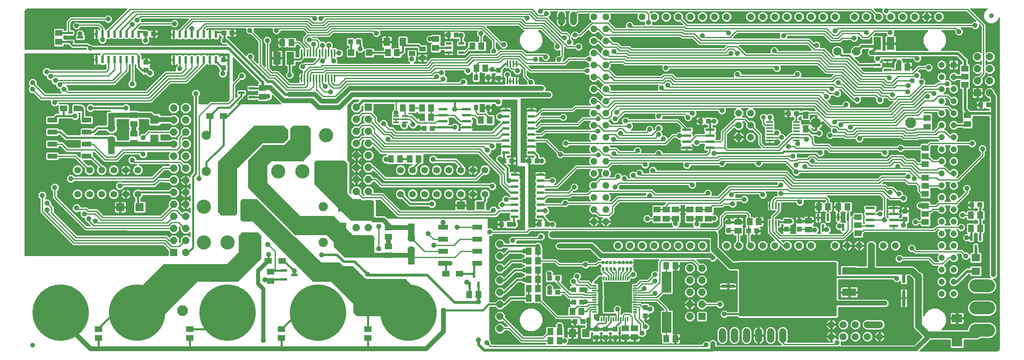
<source format=gtl>
G75*
G70*
%OFA0B0*%
%FSLAX24Y24*%
%IPPOS*%
%LPD*%
%AMOC8*
5,1,8,0,0,1.08239X$1,22.5*
%
%ADD10R,0.0787X0.0394*%
%ADD11R,0.0591X0.0472*%
%ADD12R,0.0140X0.0630*%
%ADD13R,0.0512X0.0591*%
%ADD14R,0.0630X0.1063*%
%ADD15R,0.0591X0.0512*%
%ADD16R,0.0520X0.0220*%
%ADD17R,0.0866X0.0709*%
%ADD18R,0.0220X0.0520*%
%ADD19R,0.2441X0.2283*%
%ADD20R,0.1181X0.0630*%
%ADD21R,0.1130X0.0300*%
%ADD22R,0.0433X0.0394*%
%ADD23R,0.0394X0.0433*%
%ADD24C,0.0397*%
%ADD25R,0.0780X0.0220*%
%ADD26R,0.0580X0.0140*%
%ADD27R,0.0787X0.1772*%
%ADD28R,0.0472X0.0591*%
%ADD29R,0.0600X0.0220*%
%ADD30C,0.0594*%
%ADD31R,0.0710X0.0630*%
%ADD32R,0.0460X0.0140*%
%ADD33R,0.0220X0.0600*%
%ADD34OC8,0.0630*%
%ADD35C,0.0630*%
%ADD36R,0.0551X0.1417*%
%ADD37C,0.0560*%
%ADD38C,0.0860*%
%ADD39OC8,0.0860*%
%ADD40OC8,0.0554*%
%ADD41OC8,0.0600*%
%ADD42R,0.0240X0.0610*%
%ADD43R,0.0669X0.0709*%
%ADD44C,0.1181*%
%ADD45C,0.0768*%
%ADD46C,0.4685*%
%ADD47C,0.1065*%
%ADD48R,0.0610X0.0240*%
%ADD49R,0.0594X0.0594*%
%ADD50OC8,0.0594*%
%ADD51R,0.0350X0.0500*%
%ADD52C,0.0515*%
%ADD53R,0.0515X0.0515*%
%ADD54C,0.0594*%
%ADD55R,0.0551X0.0394*%
%ADD56R,0.0500X0.0220*%
%ADD57R,0.0551X0.0709*%
%ADD58R,0.0551X0.0551*%
%ADD59R,0.0709X0.0669*%
%ADD60C,0.0554*%
%ADD61C,0.0063*%
%ADD62R,0.0630X0.0709*%
%ADD63R,0.0197X0.0256*%
%ADD64R,0.0436X0.0436*%
%ADD65R,0.0140X0.0520*%
%ADD66C,0.0400*%
%ADD67C,0.0700*%
%ADD68OC8,0.0700*%
%ADD69R,0.0300X0.1280*%
%ADD70OC8,0.0396*%
%ADD71C,0.0120*%
%ADD72C,0.0100*%
%ADD73R,0.0396X0.0396*%
%ADD74C,0.0160*%
%ADD75C,0.0320*%
%ADD76C,0.0400*%
%ADD77C,0.0240*%
%ADD78C,0.0200*%
D10*
X044265Y012697D03*
X044265Y013697D03*
X047100Y013697D03*
X047100Y012697D03*
X047100Y014697D03*
X047100Y015697D03*
X044265Y015697D03*
X044265Y014697D03*
X014700Y021597D03*
X014700Y022597D03*
X014700Y023597D03*
X014700Y024597D03*
X011865Y024597D03*
X011865Y023597D03*
X011865Y022597D03*
X011865Y021597D03*
D11*
X012786Y025547D03*
X013928Y025547D03*
X024911Y024922D03*
X026053Y024922D03*
X029761Y012897D03*
X030903Y012897D03*
X044488Y011809D03*
X045630Y011809D03*
D12*
X035262Y028047D03*
X035002Y028047D03*
X034762Y028047D03*
X034502Y028047D03*
X034262Y028047D03*
X034002Y028047D03*
X033762Y028047D03*
X033502Y028047D03*
X033262Y028047D03*
X033002Y028047D03*
X032762Y028047D03*
X032502Y028047D03*
X032502Y030147D03*
X032762Y030147D03*
X033002Y030147D03*
X033262Y030147D03*
X033502Y030147D03*
X033762Y030147D03*
X034002Y030147D03*
X034262Y030147D03*
X034502Y030147D03*
X034762Y030147D03*
X035002Y030147D03*
X035262Y030147D03*
D13*
X031681Y031022D03*
X030933Y031022D03*
X039683Y030172D03*
X040431Y030172D03*
X046683Y030722D03*
X047431Y030722D03*
X047756Y028897D03*
X047008Y028897D03*
X043256Y025597D03*
X042508Y025597D03*
X041681Y025597D03*
X040933Y025597D03*
X042508Y024822D03*
X043256Y024822D03*
X047383Y024597D03*
X048131Y024597D03*
X042231Y021347D03*
X041483Y021347D03*
X040681Y021347D03*
X039933Y021347D03*
X051358Y013672D03*
X052106Y013672D03*
X052106Y012897D03*
X051358Y012897D03*
X051358Y012122D03*
X052106Y012122D03*
X052106Y011347D03*
X051358Y011347D03*
X051358Y010572D03*
X052106Y010572D03*
X052106Y009797D03*
X051358Y009797D03*
X054983Y008672D03*
X055731Y008672D03*
X053906Y007022D03*
X053158Y007022D03*
X053158Y006247D03*
X053906Y006247D03*
X062758Y006422D03*
X063506Y006422D03*
X047181Y010072D03*
X046433Y010072D03*
X062758Y012472D03*
X063506Y012472D03*
X069683Y016147D03*
X070431Y016147D03*
X075408Y017372D03*
X076156Y017372D03*
X077033Y017372D03*
X077781Y017372D03*
X088033Y016672D03*
X088781Y016672D03*
X088781Y015597D03*
X088033Y015597D03*
X082756Y028972D03*
X082008Y028972D03*
D14*
X081359Y030947D03*
X080256Y030947D03*
X031584Y029722D03*
X030481Y029722D03*
D15*
X029282Y027271D03*
X029282Y026523D03*
X018607Y024996D03*
X018607Y024248D03*
X018607Y023446D03*
X018607Y022698D03*
X039732Y015646D03*
X039732Y014898D03*
X039732Y014096D03*
X039732Y013348D03*
X029957Y011977D03*
X029957Y011229D03*
X030857Y007221D03*
X030857Y006473D03*
X038007Y006473D03*
X038007Y007221D03*
X023257Y007221D03*
X023257Y006473D03*
X015682Y006473D03*
X015682Y007221D03*
X059357Y007296D03*
X059357Y006548D03*
X060132Y006548D03*
X060132Y007296D03*
X068707Y015373D03*
X068707Y016121D03*
X066257Y016398D03*
X065482Y016398D03*
X064707Y016398D03*
X063532Y016398D03*
X062757Y016398D03*
X061982Y016398D03*
X061982Y017146D03*
X062757Y017146D03*
X063532Y017146D03*
X064707Y017146D03*
X065482Y017146D03*
X066257Y017146D03*
X074557Y016221D03*
X074557Y015473D03*
X078657Y015178D03*
X078657Y015847D03*
X078657Y016516D03*
X084232Y016797D03*
X084232Y017466D03*
X084232Y018453D03*
X084232Y019122D03*
X084232Y019791D03*
X084232Y020928D03*
X084232Y021597D03*
X084232Y022266D03*
X084382Y024023D03*
X084382Y024771D03*
X087732Y024996D03*
X087732Y024248D03*
X087507Y027528D03*
X087507Y028197D03*
X087507Y028866D03*
X084232Y016128D03*
X043632Y030573D03*
X043632Y031321D03*
X012382Y031073D03*
X012382Y031821D03*
D16*
X013302Y031817D03*
X014162Y031447D03*
X013302Y031077D03*
X027527Y026847D03*
X028387Y027217D03*
X028387Y026477D03*
X031052Y012092D03*
X031912Y011722D03*
X031052Y011352D03*
D17*
X086858Y008126D03*
X086858Y006118D03*
D18*
X088407Y013967D03*
X088037Y014827D03*
X088777Y014827D03*
X047177Y010892D03*
X046437Y010892D03*
X046807Y011752D03*
D19*
X075095Y011172D03*
D20*
X077922Y012069D03*
X077922Y010274D03*
D21*
X069437Y010772D03*
X067877Y010772D03*
D22*
X055742Y010497D03*
X055073Y010497D03*
X053767Y010272D03*
X053098Y010272D03*
X055073Y009447D03*
X055742Y009447D03*
X055842Y007847D03*
X055173Y007847D03*
X053742Y011447D03*
X053073Y011447D03*
X052892Y015922D03*
X052223Y015922D03*
X049742Y015922D03*
X049073Y015922D03*
X049298Y021197D03*
X049967Y021197D03*
X051373Y021197D03*
X052042Y021197D03*
X043367Y023897D03*
X042698Y023897D03*
X044698Y031647D03*
X045367Y031647D03*
X026767Y031822D03*
X026098Y031822D03*
X020267Y031747D03*
X019598Y031747D03*
X065598Y024497D03*
X066267Y024497D03*
X072873Y025122D03*
X073542Y025122D03*
X088823Y025847D03*
X089492Y025847D03*
X088767Y017547D03*
X088098Y017547D03*
X070242Y015372D03*
X069573Y015372D03*
D23*
X067932Y015437D03*
X067932Y016106D03*
X072732Y016181D03*
X072732Y015512D03*
X073782Y015512D03*
X073782Y016181D03*
X082557Y016362D03*
X082557Y017031D03*
X061032Y009006D03*
X061032Y008337D03*
X058507Y007206D03*
X058507Y006537D03*
X057732Y006537D03*
X057732Y007206D03*
X056957Y007206D03*
X056957Y006537D03*
X048857Y028062D03*
X048857Y028731D03*
X037242Y031072D03*
X036573Y031072D03*
X026057Y029581D03*
X026057Y028912D03*
X019632Y028712D03*
X019632Y029381D03*
D24*
X070807Y024822D03*
X071358Y024822D03*
D25*
X066377Y023772D03*
X066377Y023272D03*
X066377Y022772D03*
X066377Y022272D03*
X064437Y022272D03*
X064437Y022772D03*
X064437Y023272D03*
X064437Y023772D03*
X046177Y023972D03*
X044237Y023972D03*
X044237Y024472D03*
X044237Y024972D03*
X044237Y025472D03*
X046177Y025472D03*
X046177Y024972D03*
X046177Y024472D03*
X079662Y017272D03*
X079662Y016772D03*
X081602Y016772D03*
X081602Y017272D03*
X081602Y016272D03*
X081602Y015772D03*
X079662Y015772D03*
X079662Y016272D03*
D26*
X073542Y022877D03*
X073542Y023137D03*
X073542Y023387D03*
X073542Y023647D03*
X073542Y023907D03*
X073542Y024157D03*
X073542Y024417D03*
X071322Y024417D03*
X071322Y024157D03*
X071322Y023907D03*
X071322Y023647D03*
X071322Y023387D03*
X071322Y023137D03*
X071322Y022877D03*
D27*
X062782Y011120D03*
X062782Y007774D03*
D28*
X074307Y023851D03*
X074307Y024993D03*
D29*
X081082Y028747D03*
X080232Y029147D03*
X081082Y029547D03*
D30*
X072407Y006994D02*
X072407Y006400D01*
X071407Y006400D02*
X071407Y006994D01*
X070407Y006994D02*
X070407Y006400D01*
X069407Y006400D02*
X069407Y006994D01*
X068407Y006994D02*
X068407Y006400D01*
X067407Y006400D02*
X067407Y006994D01*
D31*
X088407Y012037D03*
X088407Y013157D03*
D32*
X041077Y024387D03*
X041077Y024647D03*
X041077Y024907D03*
X040337Y024907D03*
X040337Y024647D03*
X040337Y024387D03*
D33*
X075357Y016472D03*
X076157Y016472D03*
X077007Y016522D03*
X077807Y016522D03*
X077407Y015672D03*
X075757Y015622D03*
D34*
X041632Y014797D03*
X016757Y022922D03*
D35*
X016757Y023922D03*
X041632Y013797D03*
D36*
X041632Y013273D03*
X041632Y015281D03*
X016757Y022438D03*
X016757Y024445D03*
D37*
X053307Y015072D02*
X056057Y015072D01*
X060432Y015072D01*
X066732Y015072D01*
X066732Y013872D01*
X068107Y012497D01*
X069307Y012497D01*
X077922Y012069D02*
X079782Y012069D01*
X079753Y012099D01*
X079753Y014162D01*
X079782Y012069D02*
X082507Y012069D01*
X083110Y012069D01*
X083657Y011522D01*
X083657Y007497D01*
X084407Y006747D01*
X087032Y006747D01*
X088479Y006747D01*
X088945Y007134D01*
X080432Y007597D02*
X079432Y007597D01*
X055057Y032767D02*
X055057Y033327D01*
X054057Y033327D02*
X054057Y032767D01*
D38*
X075152Y024347D03*
D39*
X083022Y024347D03*
X037489Y008803D03*
X022645Y008747D03*
D40*
X056753Y016162D03*
X057753Y016162D03*
X057753Y017162D03*
X056753Y017162D03*
X056753Y018162D03*
X057753Y018162D03*
X057753Y019162D03*
X056753Y019162D03*
X056753Y020162D03*
X057753Y020162D03*
X057753Y021162D03*
X056753Y021162D03*
X056753Y022162D03*
X057753Y022162D03*
X057753Y023162D03*
X056753Y023162D03*
X056753Y024162D03*
X057753Y024162D03*
X057753Y025162D03*
X056753Y025162D03*
X056753Y026162D03*
X057753Y026162D03*
X057753Y027162D03*
X056753Y027162D03*
X056753Y028162D03*
X057753Y028162D03*
X057753Y029162D03*
X056753Y029162D03*
X056753Y030162D03*
X057753Y030162D03*
X057753Y031162D03*
X056753Y031162D03*
X056753Y032162D03*
X057753Y032162D03*
X057753Y033162D03*
X056753Y033162D03*
X060753Y033162D03*
X061753Y033162D03*
X062753Y033162D03*
X063753Y033162D03*
X064753Y033162D03*
X065753Y033162D03*
X066753Y033162D03*
X067753Y033162D03*
X069753Y033162D03*
X070753Y033162D03*
X071753Y033162D03*
X072753Y033162D03*
X073753Y033162D03*
X074753Y033162D03*
X075753Y033162D03*
X076753Y033162D03*
X078353Y033162D03*
X079353Y033162D03*
X080353Y033162D03*
X081353Y033162D03*
X082353Y033162D03*
X083353Y033162D03*
X084353Y033162D03*
X085353Y033162D03*
X069753Y025162D03*
X068753Y025162D03*
X068753Y024162D03*
X069753Y024162D03*
X069753Y023162D03*
X069753Y014162D03*
X068753Y014162D03*
X067753Y014162D03*
X065753Y014162D03*
X064753Y014162D03*
X063753Y014162D03*
X062753Y014162D03*
X061753Y014162D03*
X060753Y014162D03*
X059753Y014162D03*
X058753Y014162D03*
X070753Y014162D03*
X071753Y014162D03*
X072753Y014162D03*
X073753Y014162D03*
X074753Y014162D03*
X076753Y014162D03*
X077753Y014162D03*
X078753Y014162D03*
X079753Y014162D03*
X080753Y014162D03*
X081753Y014162D03*
D41*
X068753Y023162D03*
D42*
X025432Y029587D03*
X024932Y029587D03*
X024432Y029587D03*
X023932Y029587D03*
X023432Y029587D03*
X022932Y029587D03*
X022432Y029587D03*
X021932Y029587D03*
X019007Y029612D03*
X018507Y029612D03*
X018007Y029612D03*
X017507Y029612D03*
X017007Y029612D03*
X016507Y029612D03*
X016007Y029612D03*
X015507Y029612D03*
X015507Y031732D03*
X016007Y031732D03*
X016507Y031732D03*
X017007Y031732D03*
X017507Y031732D03*
X018007Y031732D03*
X018507Y031732D03*
X019007Y031732D03*
X021932Y031707D03*
X022432Y031707D03*
X022932Y031707D03*
X023432Y031707D03*
X023932Y031707D03*
X024432Y031707D03*
X024932Y031707D03*
X025432Y031707D03*
D43*
X020332Y024622D03*
X020332Y023008D03*
X035882Y017329D03*
X035882Y015715D03*
D44*
X028378Y014409D03*
X026394Y014409D03*
X024409Y014409D03*
X024409Y017385D03*
X026394Y017385D03*
X028378Y017385D03*
X030587Y020334D03*
X032571Y020334D03*
X034556Y020334D03*
X034556Y023310D03*
X032571Y023310D03*
X030587Y023310D03*
D45*
X024634Y023310D03*
X024634Y020334D03*
X034331Y017385D03*
X034331Y014409D03*
D46*
X033886Y008590D03*
X026386Y008590D03*
X018886Y008590D03*
X012567Y008590D03*
X041386Y008590D03*
D47*
X088413Y008984D02*
X089478Y008984D01*
X089478Y010834D02*
X088413Y010834D01*
X088413Y007134D02*
X089478Y007134D01*
D48*
X052317Y016547D03*
X052317Y017047D03*
X052317Y017547D03*
X052317Y018047D03*
X052317Y018547D03*
X052317Y019047D03*
X052317Y019547D03*
X052317Y020047D03*
X050197Y020047D03*
X050197Y019547D03*
X050197Y019047D03*
X050197Y018547D03*
X050197Y018047D03*
X050197Y017547D03*
X050197Y017047D03*
X050197Y016547D03*
X049447Y021872D03*
X049447Y022372D03*
X049447Y022872D03*
X049447Y023372D03*
X049447Y023872D03*
X049447Y024372D03*
X049447Y024872D03*
X049447Y025372D03*
X051567Y025372D03*
X051567Y024872D03*
X051567Y024372D03*
X051567Y023872D03*
X051567Y023372D03*
X051567Y022872D03*
X051567Y022372D03*
X051567Y021872D03*
D49*
X038060Y025641D03*
X021918Y013586D03*
X065707Y008272D03*
X088557Y026847D03*
D50*
X089557Y026847D03*
X089557Y027847D03*
X088557Y027847D03*
X088557Y028847D03*
X089557Y028847D03*
X089557Y029847D03*
X088557Y029847D03*
X048957Y014272D03*
X048957Y013272D03*
X048957Y012272D03*
X048957Y011272D03*
X048957Y010272D03*
X048957Y009272D03*
X048957Y008272D03*
X048957Y007272D03*
X064707Y008272D03*
X064707Y009272D03*
X065707Y009272D03*
X065707Y010272D03*
X064707Y010272D03*
X064707Y011272D03*
X065707Y011272D03*
X065707Y012272D03*
X064707Y012272D03*
X038060Y013641D03*
X037060Y013641D03*
X037060Y014641D03*
X038060Y014641D03*
X038060Y015641D03*
X037060Y015641D03*
X037060Y016641D03*
X038060Y016641D03*
X038060Y017641D03*
X037060Y017641D03*
X037060Y018641D03*
X038060Y018641D03*
X038060Y019641D03*
X037060Y019641D03*
X037060Y020641D03*
X038060Y020641D03*
X038060Y021641D03*
X037060Y021641D03*
X037060Y022641D03*
X038060Y022641D03*
X038060Y023641D03*
X037060Y023641D03*
X037060Y024641D03*
X038060Y024641D03*
X037060Y025641D03*
X022918Y025586D03*
X021918Y025586D03*
X021918Y024586D03*
X022918Y024586D03*
X022918Y023586D03*
X021918Y023586D03*
X021918Y022586D03*
X022918Y022586D03*
X022918Y021586D03*
X021918Y021586D03*
X021918Y020586D03*
X022918Y020586D03*
X022918Y019586D03*
X021918Y019586D03*
X021918Y018586D03*
X022918Y018586D03*
X022918Y017586D03*
X021918Y017586D03*
X021918Y016586D03*
X022918Y016586D03*
X022918Y015586D03*
X021918Y015586D03*
X021918Y014586D03*
X022918Y014586D03*
X022918Y013586D03*
D51*
X046982Y025622D03*
X047982Y025622D03*
X047982Y028122D03*
X046982Y028122D03*
D52*
X085583Y028165D03*
X086583Y028165D03*
X085583Y029165D03*
X085583Y027165D03*
X086583Y027165D03*
X086583Y026165D03*
X085583Y026165D03*
X085583Y025165D03*
X086583Y025165D03*
X086583Y024165D03*
X085583Y024165D03*
X085583Y023165D03*
X086583Y023165D03*
X086583Y022165D03*
X085583Y022165D03*
X085583Y021165D03*
X086583Y021165D03*
X086583Y020165D03*
X085583Y020165D03*
X085583Y019165D03*
X086583Y019165D03*
X086583Y018165D03*
X085583Y018165D03*
X085583Y017165D03*
X086583Y017165D03*
X086583Y016165D03*
X085583Y016165D03*
X085583Y015165D03*
X086583Y015165D03*
X086583Y014165D03*
X085583Y014165D03*
X085583Y013165D03*
X086583Y013165D03*
X086583Y012165D03*
X085583Y012165D03*
X085583Y011165D03*
X086583Y011165D03*
X086583Y010165D03*
X085583Y010165D03*
D53*
X086583Y029165D03*
D54*
X080432Y007597D03*
X079432Y007597D03*
X078432Y007597D03*
X077432Y007597D03*
X076432Y007597D03*
X076432Y006597D03*
X077432Y006597D03*
X078432Y006597D03*
X079432Y006597D03*
X080432Y006597D03*
D55*
X042540Y029748D03*
X042540Y030496D03*
X041674Y030122D03*
D56*
X044722Y030202D03*
X044722Y030572D03*
X044722Y030942D03*
X045742Y030942D03*
X045742Y030202D03*
D57*
X040927Y031072D03*
X039588Y031072D03*
D58*
X038130Y030172D03*
X036634Y030172D03*
D59*
X045725Y017497D03*
X047339Y017497D03*
X019095Y017347D03*
X017481Y017347D03*
D60*
X017945Y018433D03*
X016945Y018433D03*
X015945Y018433D03*
X014945Y018433D03*
X013945Y018433D03*
X018945Y018433D03*
X018945Y020433D03*
X017945Y020433D03*
X016945Y020433D03*
X015945Y020433D03*
X014945Y020433D03*
X013945Y020433D03*
X040717Y020433D03*
X041717Y020433D03*
X042717Y020433D03*
X043717Y020433D03*
X044717Y020433D03*
X045717Y020433D03*
X046717Y020433D03*
X047717Y020433D03*
X047717Y018433D03*
X046717Y018433D03*
X045717Y018433D03*
X044717Y018433D03*
X043717Y018433D03*
X042717Y018433D03*
X041717Y018433D03*
X040717Y018433D03*
D61*
X057432Y011566D02*
X057432Y011294D01*
X057368Y011294D01*
X057368Y011566D01*
X057432Y011566D01*
X057432Y011356D02*
X057368Y011356D01*
X057368Y011418D02*
X057432Y011418D01*
X057432Y011480D02*
X057368Y011480D01*
X057368Y011542D02*
X057432Y011542D01*
X057629Y011566D02*
X057629Y011294D01*
X057565Y011294D01*
X057565Y011566D01*
X057629Y011566D01*
X057629Y011356D02*
X057565Y011356D01*
X057565Y011418D02*
X057629Y011418D01*
X057629Y011480D02*
X057565Y011480D01*
X057565Y011542D02*
X057629Y011542D01*
X057825Y011566D02*
X057825Y011294D01*
X057761Y011294D01*
X057761Y011566D01*
X057825Y011566D01*
X057825Y011356D02*
X057761Y011356D01*
X057761Y011418D02*
X057825Y011418D01*
X057825Y011480D02*
X057761Y011480D01*
X057761Y011542D02*
X057825Y011542D01*
X058022Y011566D02*
X058022Y011294D01*
X057958Y011294D01*
X057958Y011566D01*
X058022Y011566D01*
X058022Y011356D02*
X057958Y011356D01*
X057958Y011418D02*
X058022Y011418D01*
X058022Y011480D02*
X057958Y011480D01*
X057958Y011542D02*
X058022Y011542D01*
X058219Y011566D02*
X058219Y011294D01*
X058155Y011294D01*
X058155Y011566D01*
X058219Y011566D01*
X058219Y011356D02*
X058155Y011356D01*
X058155Y011418D02*
X058219Y011418D01*
X058219Y011480D02*
X058155Y011480D01*
X058155Y011542D02*
X058219Y011542D01*
X058416Y011566D02*
X058416Y011294D01*
X058352Y011294D01*
X058352Y011566D01*
X058416Y011566D01*
X058416Y011356D02*
X058352Y011356D01*
X058352Y011418D02*
X058416Y011418D01*
X058416Y011480D02*
X058352Y011480D01*
X058352Y011542D02*
X058416Y011542D01*
X058613Y011566D02*
X058613Y011294D01*
X058549Y011294D01*
X058549Y011566D01*
X058613Y011566D01*
X058613Y011356D02*
X058549Y011356D01*
X058549Y011418D02*
X058613Y011418D01*
X058613Y011480D02*
X058549Y011480D01*
X058549Y011542D02*
X058613Y011542D01*
X058810Y011566D02*
X058810Y011294D01*
X058746Y011294D01*
X058746Y011566D01*
X058810Y011566D01*
X058810Y011356D02*
X058746Y011356D01*
X058746Y011418D02*
X058810Y011418D01*
X058810Y011480D02*
X058746Y011480D01*
X058746Y011542D02*
X058810Y011542D01*
X059006Y011566D02*
X059006Y011294D01*
X058942Y011294D01*
X058942Y011566D01*
X059006Y011566D01*
X059006Y011356D02*
X058942Y011356D01*
X058942Y011418D02*
X059006Y011418D01*
X059006Y011480D02*
X058942Y011480D01*
X058942Y011542D02*
X059006Y011542D01*
X059203Y011566D02*
X059203Y011294D01*
X059139Y011294D01*
X059139Y011566D01*
X059203Y011566D01*
X059203Y011356D02*
X059139Y011356D01*
X059139Y011418D02*
X059203Y011418D01*
X059203Y011480D02*
X059139Y011480D01*
X059139Y011542D02*
X059203Y011542D01*
X059400Y011566D02*
X059400Y011294D01*
X059336Y011294D01*
X059336Y011566D01*
X059400Y011566D01*
X059400Y011356D02*
X059336Y011356D01*
X059336Y011418D02*
X059400Y011418D01*
X059400Y011480D02*
X059336Y011480D01*
X059336Y011542D02*
X059400Y011542D01*
X059597Y011566D02*
X059597Y011294D01*
X059533Y011294D01*
X059533Y011566D01*
X059597Y011566D01*
X059597Y011356D02*
X059533Y011356D01*
X059533Y011418D02*
X059597Y011418D01*
X059597Y011480D02*
X059533Y011480D01*
X059533Y011542D02*
X059597Y011542D01*
X060029Y010798D02*
X060301Y010798D01*
X060029Y010798D02*
X060029Y010862D01*
X060301Y010862D01*
X060301Y010798D01*
X060301Y010860D02*
X060029Y010860D01*
X060029Y010601D02*
X060301Y010601D01*
X060029Y010601D02*
X060029Y010665D01*
X060301Y010665D01*
X060301Y010601D01*
X060301Y010663D02*
X060029Y010663D01*
X060029Y010404D02*
X060301Y010404D01*
X060029Y010404D02*
X060029Y010468D01*
X060301Y010468D01*
X060301Y010404D01*
X060301Y010466D02*
X060029Y010466D01*
X060029Y010207D02*
X060301Y010207D01*
X060029Y010207D02*
X060029Y010271D01*
X060301Y010271D01*
X060301Y010207D01*
X060301Y010269D02*
X060029Y010269D01*
X060029Y010010D02*
X060301Y010010D01*
X060029Y010010D02*
X060029Y010074D01*
X060301Y010074D01*
X060301Y010010D01*
X060301Y010072D02*
X060029Y010072D01*
X060029Y009813D02*
X060301Y009813D01*
X060029Y009813D02*
X060029Y009877D01*
X060301Y009877D01*
X060301Y009813D01*
X060301Y009875D02*
X060029Y009875D01*
X060029Y009616D02*
X060301Y009616D01*
X060029Y009616D02*
X060029Y009680D01*
X060301Y009680D01*
X060301Y009616D01*
X060301Y009678D02*
X060029Y009678D01*
X060029Y009420D02*
X060301Y009420D01*
X060029Y009420D02*
X060029Y009484D01*
X060301Y009484D01*
X060301Y009420D01*
X060301Y009482D02*
X060029Y009482D01*
X060029Y009223D02*
X060301Y009223D01*
X060029Y009223D02*
X060029Y009287D01*
X060301Y009287D01*
X060301Y009223D01*
X060301Y009285D02*
X060029Y009285D01*
X060029Y009026D02*
X060301Y009026D01*
X060029Y009026D02*
X060029Y009090D01*
X060301Y009090D01*
X060301Y009026D01*
X060301Y009088D02*
X060029Y009088D01*
X060029Y008829D02*
X060301Y008829D01*
X060029Y008829D02*
X060029Y008893D01*
X060301Y008893D01*
X060301Y008829D01*
X060301Y008891D02*
X060029Y008891D01*
X060029Y008632D02*
X060301Y008632D01*
X060029Y008632D02*
X060029Y008696D01*
X060301Y008696D01*
X060301Y008632D01*
X060301Y008694D02*
X060029Y008694D01*
X059597Y008200D02*
X059597Y007928D01*
X059533Y007928D01*
X059533Y008200D01*
X059597Y008200D01*
X059597Y007990D02*
X059533Y007990D01*
X059533Y008052D02*
X059597Y008052D01*
X059597Y008114D02*
X059533Y008114D01*
X059533Y008176D02*
X059597Y008176D01*
X059400Y008200D02*
X059400Y007928D01*
X059336Y007928D01*
X059336Y008200D01*
X059400Y008200D01*
X059400Y007990D02*
X059336Y007990D01*
X059336Y008052D02*
X059400Y008052D01*
X059400Y008114D02*
X059336Y008114D01*
X059336Y008176D02*
X059400Y008176D01*
X059203Y008200D02*
X059203Y007928D01*
X059139Y007928D01*
X059139Y008200D01*
X059203Y008200D01*
X059203Y007990D02*
X059139Y007990D01*
X059139Y008052D02*
X059203Y008052D01*
X059203Y008114D02*
X059139Y008114D01*
X059139Y008176D02*
X059203Y008176D01*
X059006Y008200D02*
X059006Y007928D01*
X058942Y007928D01*
X058942Y008200D01*
X059006Y008200D01*
X059006Y007990D02*
X058942Y007990D01*
X058942Y008052D02*
X059006Y008052D01*
X059006Y008114D02*
X058942Y008114D01*
X058942Y008176D02*
X059006Y008176D01*
X058810Y008200D02*
X058810Y007928D01*
X058746Y007928D01*
X058746Y008200D01*
X058810Y008200D01*
X058810Y007990D02*
X058746Y007990D01*
X058746Y008052D02*
X058810Y008052D01*
X058810Y008114D02*
X058746Y008114D01*
X058746Y008176D02*
X058810Y008176D01*
X058613Y008200D02*
X058613Y007928D01*
X058549Y007928D01*
X058549Y008200D01*
X058613Y008200D01*
X058613Y007990D02*
X058549Y007990D01*
X058549Y008052D02*
X058613Y008052D01*
X058613Y008114D02*
X058549Y008114D01*
X058549Y008176D02*
X058613Y008176D01*
X058416Y008200D02*
X058416Y007928D01*
X058352Y007928D01*
X058352Y008200D01*
X058416Y008200D01*
X058416Y007990D02*
X058352Y007990D01*
X058352Y008052D02*
X058416Y008052D01*
X058416Y008114D02*
X058352Y008114D01*
X058352Y008176D02*
X058416Y008176D01*
X058219Y008200D02*
X058219Y007928D01*
X058155Y007928D01*
X058155Y008200D01*
X058219Y008200D01*
X058219Y007990D02*
X058155Y007990D01*
X058155Y008052D02*
X058219Y008052D01*
X058219Y008114D02*
X058155Y008114D01*
X058155Y008176D02*
X058219Y008176D01*
X058022Y008200D02*
X058022Y007928D01*
X057958Y007928D01*
X057958Y008200D01*
X058022Y008200D01*
X058022Y007990D02*
X057958Y007990D01*
X057958Y008052D02*
X058022Y008052D01*
X058022Y008114D02*
X057958Y008114D01*
X057958Y008176D02*
X058022Y008176D01*
X057825Y008200D02*
X057825Y007928D01*
X057761Y007928D01*
X057761Y008200D01*
X057825Y008200D01*
X057825Y007990D02*
X057761Y007990D01*
X057761Y008052D02*
X057825Y008052D01*
X057825Y008114D02*
X057761Y008114D01*
X057761Y008176D02*
X057825Y008176D01*
X057629Y008200D02*
X057629Y007928D01*
X057565Y007928D01*
X057565Y008200D01*
X057629Y008200D01*
X057629Y007990D02*
X057565Y007990D01*
X057565Y008052D02*
X057629Y008052D01*
X057629Y008114D02*
X057565Y008114D01*
X057565Y008176D02*
X057629Y008176D01*
X057432Y008200D02*
X057432Y007928D01*
X057368Y007928D01*
X057368Y008200D01*
X057432Y008200D01*
X057432Y007990D02*
X057368Y007990D01*
X057368Y008052D02*
X057432Y008052D01*
X057432Y008114D02*
X057368Y008114D01*
X057368Y008176D02*
X057432Y008176D01*
X056935Y008632D02*
X056663Y008632D01*
X056663Y008696D01*
X056935Y008696D01*
X056935Y008632D01*
X056935Y008694D02*
X056663Y008694D01*
X056663Y008829D02*
X056935Y008829D01*
X056663Y008829D02*
X056663Y008893D01*
X056935Y008893D01*
X056935Y008829D01*
X056935Y008891D02*
X056663Y008891D01*
X056663Y009026D02*
X056935Y009026D01*
X056663Y009026D02*
X056663Y009090D01*
X056935Y009090D01*
X056935Y009026D01*
X056935Y009088D02*
X056663Y009088D01*
X056663Y009223D02*
X056935Y009223D01*
X056663Y009223D02*
X056663Y009287D01*
X056935Y009287D01*
X056935Y009223D01*
X056935Y009285D02*
X056663Y009285D01*
X056663Y009420D02*
X056935Y009420D01*
X056663Y009420D02*
X056663Y009484D01*
X056935Y009484D01*
X056935Y009420D01*
X056935Y009482D02*
X056663Y009482D01*
X056663Y009616D02*
X056935Y009616D01*
X056663Y009616D02*
X056663Y009680D01*
X056935Y009680D01*
X056935Y009616D01*
X056935Y009678D02*
X056663Y009678D01*
X056663Y009813D02*
X056935Y009813D01*
X056663Y009813D02*
X056663Y009877D01*
X056935Y009877D01*
X056935Y009813D01*
X056935Y009875D02*
X056663Y009875D01*
X056663Y010010D02*
X056935Y010010D01*
X056663Y010010D02*
X056663Y010074D01*
X056935Y010074D01*
X056935Y010010D01*
X056935Y010072D02*
X056663Y010072D01*
X056663Y010207D02*
X056935Y010207D01*
X056663Y010207D02*
X056663Y010271D01*
X056935Y010271D01*
X056935Y010207D01*
X056935Y010269D02*
X056663Y010269D01*
X056663Y010404D02*
X056935Y010404D01*
X056663Y010404D02*
X056663Y010468D01*
X056935Y010468D01*
X056935Y010404D01*
X056935Y010466D02*
X056663Y010466D01*
X056663Y010601D02*
X056935Y010601D01*
X056663Y010601D02*
X056663Y010665D01*
X056935Y010665D01*
X056935Y010601D01*
X056935Y010663D02*
X056663Y010663D01*
X056663Y010798D02*
X056935Y010798D01*
X056663Y010798D02*
X056663Y010862D01*
X056935Y010862D01*
X056935Y010798D01*
X056935Y010860D02*
X056663Y010860D01*
D62*
X056084Y006897D03*
X054981Y006897D03*
D63*
X057510Y012206D03*
X057825Y012206D03*
X058140Y012206D03*
X058455Y012206D03*
X058885Y012206D03*
X059200Y012206D03*
X059515Y012206D03*
X059830Y012206D03*
X059830Y012738D03*
X059515Y012738D03*
X059200Y012738D03*
X058885Y012738D03*
X058455Y012738D03*
X058140Y012738D03*
X057825Y012738D03*
X057510Y012738D03*
D64*
X035489Y008803D03*
X020645Y008747D03*
D65*
X071327Y016027D03*
X071577Y016027D03*
X071837Y016027D03*
X072087Y016027D03*
X072087Y017467D03*
X071837Y017467D03*
X071577Y017467D03*
X071327Y017467D03*
X050337Y027827D03*
X050087Y027827D03*
X049827Y027827D03*
X049577Y027827D03*
X049577Y029267D03*
X049827Y029267D03*
X050087Y029267D03*
X050337Y029267D03*
D66*
X089707Y033247D03*
X010207Y005897D03*
D67*
X076945Y030297D03*
D68*
X078520Y030297D03*
D69*
X082457Y011697D03*
X082457Y009797D03*
D70*
X080882Y009372D03*
X082432Y008872D03*
X078832Y010272D03*
X077932Y010922D03*
X081857Y011422D03*
X082457Y010747D03*
X083732Y011647D03*
X080457Y012747D03*
X082082Y013072D03*
X083107Y013947D03*
X081582Y015097D03*
X082407Y015847D03*
X083432Y016122D03*
X080857Y016272D03*
X080482Y016797D03*
X081507Y017697D03*
X082407Y018072D03*
X082057Y018447D03*
X081332Y018572D03*
X082807Y019872D03*
X083332Y019722D03*
X081957Y020722D03*
X080882Y021872D03*
X082182Y022247D03*
X080682Y022697D03*
X078782Y023047D03*
X077357Y022697D03*
X077357Y021647D03*
X075532Y021872D03*
X074857Y021172D03*
X073507Y020847D03*
X074257Y020722D03*
X073532Y020272D03*
X072257Y019197D03*
X072257Y018472D03*
X070757Y018372D03*
X069232Y017997D03*
X068257Y017622D03*
X068157Y018372D03*
X066207Y018522D03*
X065932Y019097D03*
X064907Y019197D03*
X064157Y018872D03*
X062832Y018847D03*
X061382Y018297D03*
X064132Y017147D03*
X066732Y016422D03*
X065282Y015947D03*
X066732Y015072D03*
X063532Y015972D03*
X061182Y016397D03*
X060432Y015072D03*
X057532Y014247D03*
X054582Y013422D03*
X053882Y014122D03*
X052357Y014897D03*
X053307Y015072D03*
X053307Y015922D03*
X051707Y015922D03*
X052732Y017047D03*
X054382Y017672D03*
X055607Y018047D03*
X055132Y019022D03*
X053307Y019547D03*
X051682Y020047D03*
X050782Y020047D03*
X049957Y020697D03*
X050882Y021247D03*
X052432Y021197D03*
X053982Y021722D03*
X054582Y021222D03*
X057107Y021672D03*
X058432Y021797D03*
X058957Y022272D03*
X060382Y022047D03*
X062132Y021822D03*
X062832Y022122D03*
X062532Y023022D03*
X062132Y023372D03*
X062132Y023897D03*
X061382Y023822D03*
X063257Y024147D03*
X064557Y024797D03*
X064932Y025147D03*
X065507Y025022D03*
X066732Y024472D03*
X067382Y025372D03*
X072882Y024622D03*
X071932Y023522D03*
X072307Y023147D03*
X071932Y022772D03*
X072882Y022372D03*
X073657Y022622D03*
X074382Y022972D03*
X075407Y023497D03*
X076332Y023322D03*
X076707Y023672D03*
X077232Y024197D03*
X076707Y024422D03*
X078007Y023997D03*
X077657Y025847D03*
X078582Y026272D03*
X080482Y026247D03*
X080932Y025847D03*
X081507Y026672D03*
X082782Y026922D03*
X082807Y027447D03*
X083157Y027847D03*
X083532Y028297D03*
X083907Y027747D03*
X086057Y027597D03*
X084957Y026772D03*
X084432Y026547D03*
X081257Y028072D03*
X081082Y029147D03*
X080282Y029697D03*
X079057Y029622D03*
X079757Y030197D03*
X077957Y031047D03*
X078332Y031397D03*
X079357Y031847D03*
X081332Y031847D03*
X081982Y030947D03*
X082057Y029372D03*
X083332Y029147D03*
X083557Y029697D03*
X084507Y028947D03*
X090032Y027372D03*
X087032Y031922D03*
X088357Y032447D03*
X090182Y032322D03*
X080982Y033647D03*
X076757Y031997D03*
X076182Y030847D03*
X075207Y030797D03*
X073732Y030597D03*
X072482Y031597D03*
X070257Y031597D03*
X070257Y030597D03*
X071707Y030347D03*
X068657Y030122D03*
X068132Y030122D03*
X066957Y028647D03*
X068657Y028372D03*
X070257Y028647D03*
X071932Y028897D03*
X073632Y028372D03*
X074882Y028647D03*
X077007Y027697D03*
X076482Y027172D03*
X076932Y026797D03*
X076057Y026522D03*
X065282Y022722D03*
X063857Y023272D03*
X062132Y024922D03*
X061257Y024922D03*
X059682Y024072D03*
X059382Y024522D03*
X058507Y024672D03*
X058657Y025222D03*
X057107Y024672D03*
X056157Y025172D03*
X054207Y024822D03*
X056157Y024047D03*
X057082Y023647D03*
X056157Y023172D03*
X054432Y022647D03*
X058382Y022997D03*
X058957Y023472D03*
X057107Y025647D03*
X056157Y026647D03*
X053007Y026697D03*
X052432Y027222D03*
X051532Y027722D03*
X050957Y027747D03*
X052107Y028272D03*
X050407Y028672D03*
X049582Y028347D03*
X048332Y028772D03*
X047482Y028122D03*
X046307Y028672D03*
X045807Y028347D03*
X045932Y027747D03*
X044257Y027997D03*
X043707Y028172D03*
X044107Y028522D03*
X041657Y029647D03*
X043157Y031322D03*
X045757Y031622D03*
X047382Y031772D03*
X049207Y032047D03*
X049282Y030847D03*
X048457Y030322D03*
X051907Y029622D03*
X052757Y029822D03*
X053857Y029622D03*
X054457Y030022D03*
X053732Y030672D03*
X052832Y030772D03*
X054732Y031047D03*
X054332Y031422D03*
X055182Y031647D03*
X056032Y031172D03*
X055482Y030672D03*
X057107Y031647D03*
X059157Y030972D03*
X058407Y030272D03*
X056357Y029647D03*
X056182Y028672D03*
X054732Y029022D03*
X054732Y028272D03*
X059157Y028647D03*
X062732Y028922D03*
X064232Y028647D03*
X062882Y027472D03*
X062357Y027247D03*
X061257Y027272D03*
X059157Y027272D03*
X050932Y025372D03*
X049432Y025797D03*
X048832Y026072D03*
X047532Y026697D03*
X048332Y027222D03*
X045382Y027222D03*
X044832Y026697D03*
X045232Y025472D03*
X042107Y024922D03*
X041757Y024222D03*
X042257Y023897D03*
X041007Y024147D03*
X039307Y024272D03*
X039532Y025147D03*
X040357Y025172D03*
X036582Y025147D03*
X037382Y026697D03*
X034907Y026922D03*
X034482Y027397D03*
X032107Y028047D03*
X031532Y028322D03*
X032607Y029022D03*
X034257Y029472D03*
X035182Y029472D03*
X035632Y030147D03*
X034782Y030797D03*
X034257Y030797D03*
X033507Y030872D03*
X033157Y031247D03*
X030432Y032022D03*
X028232Y032022D03*
X027507Y031847D03*
X026832Y031272D03*
X026107Y031197D03*
X028282Y029847D03*
X029682Y031197D03*
X033607Y033022D03*
X034132Y033022D03*
X038732Y031797D03*
X038057Y031247D03*
X037382Y030497D03*
X027557Y028247D03*
X025982Y028447D03*
X022432Y028847D03*
X021907Y028872D03*
X019957Y028497D03*
X019632Y029872D03*
X019582Y031197D03*
X020732Y031747D03*
X021507Y032097D03*
X021982Y032597D03*
X023432Y032197D03*
X018882Y032897D03*
X018482Y032522D03*
X016482Y032972D03*
X017482Y033597D03*
X013857Y032422D03*
X014157Y031747D03*
X015057Y031722D03*
X016007Y031247D03*
X015007Y030547D03*
X013357Y029597D03*
X011382Y028597D03*
X011732Y028222D03*
X012107Y027872D03*
X012482Y027522D03*
X012832Y027147D03*
X013357Y027272D03*
X010232Y027672D03*
X010207Y027147D03*
X012057Y026047D03*
X011432Y025172D03*
X013732Y024922D03*
X014257Y025522D03*
X015007Y025597D03*
X017957Y025597D03*
X020582Y026272D03*
X019257Y027272D03*
X018482Y027597D03*
X016582Y027272D03*
X022407Y026272D03*
X023757Y026797D03*
X024232Y026272D03*
X027607Y026097D03*
X029732Y026547D03*
X031532Y026722D03*
X039682Y022997D03*
X039532Y021322D03*
X042832Y021322D03*
X043432Y021322D03*
X047132Y021322D03*
X048957Y021347D03*
X047932Y022072D03*
X048332Y022422D03*
X045232Y023972D03*
X046857Y024122D03*
X048957Y024872D03*
X048382Y025622D03*
X061007Y020872D03*
X061632Y020397D03*
X060532Y020172D03*
X060007Y019997D03*
X059282Y019722D03*
X058757Y019872D03*
X058957Y020672D03*
X055607Y020247D03*
X058532Y019022D03*
X058357Y018297D03*
X062832Y020722D03*
X064457Y020847D03*
X066732Y021822D03*
X067382Y020997D03*
X070407Y020997D03*
X071682Y020697D03*
X073257Y021572D03*
X077357Y019947D03*
X076582Y018097D03*
X073832Y017772D03*
X071307Y016897D03*
X073032Y016172D03*
X072232Y015472D03*
X075057Y015447D03*
X076057Y015472D03*
X077107Y015772D03*
X074307Y013322D03*
X070307Y013347D03*
X066607Y013147D03*
X063507Y011947D03*
X061807Y011747D03*
X061807Y011222D03*
X060907Y010597D03*
X061807Y010197D03*
X059707Y009447D03*
X058707Y008872D03*
X056307Y007997D03*
X054682Y007847D03*
X053907Y007497D03*
X054307Y006247D03*
X054982Y006247D03*
X058107Y006122D03*
X060782Y006372D03*
X060757Y006897D03*
X061032Y007422D03*
X061357Y007822D03*
X061432Y008872D03*
X063507Y007022D03*
X066057Y005922D03*
X066607Y006022D03*
X067557Y008472D03*
X067207Y009272D03*
X067882Y010322D03*
X067882Y011222D03*
X060632Y012697D03*
X060007Y011747D03*
X057057Y012022D03*
X056057Y012572D03*
X055357Y011622D03*
X055057Y011172D03*
X054582Y010822D03*
X053082Y010647D03*
X050982Y011322D03*
X050982Y012122D03*
X050982Y012872D03*
X050982Y013697D03*
X052107Y014097D03*
X050032Y014597D03*
X049482Y014847D03*
X048132Y015272D03*
X050132Y015922D03*
X049082Y016422D03*
X048432Y017097D03*
X049157Y017547D03*
X049482Y017972D03*
X048332Y019097D03*
X048632Y019772D03*
X049707Y019547D03*
X043307Y017622D03*
X039307Y017072D03*
X038932Y015747D03*
X038932Y013897D03*
X043007Y015147D03*
X044257Y016072D03*
X045407Y015697D03*
X043482Y014197D03*
X044832Y012672D03*
X046232Y011122D03*
X048407Y010772D03*
X047182Y009472D03*
X044282Y008797D03*
X050557Y009047D03*
X054582Y009447D03*
X056057Y009472D03*
X057307Y009872D03*
X056057Y010472D03*
X053057Y011822D03*
X056057Y015072D03*
X037982Y011797D03*
X034182Y013372D03*
X031907Y012047D03*
X029482Y011322D03*
X029782Y013422D03*
X029732Y014247D03*
X019382Y013722D03*
X019382Y015197D03*
X015432Y016197D03*
X014882Y016397D03*
X014507Y016797D03*
X013857Y017272D03*
X011407Y017122D03*
X011407Y017672D03*
X011032Y018322D03*
X012057Y018972D03*
X013382Y019722D03*
X011432Y020972D03*
X017457Y019122D03*
X019382Y018022D03*
X016807Y017347D03*
X024007Y019722D03*
X018482Y021247D03*
X019382Y021747D03*
X019382Y023122D03*
X017407Y023472D03*
X011682Y030772D03*
X051232Y033047D03*
X052307Y033622D03*
X052832Y033422D03*
X059157Y032447D03*
X059707Y032447D03*
X061282Y032672D03*
X065757Y031597D03*
X064232Y030972D03*
X061257Y030972D03*
X067907Y031822D03*
X088107Y022647D03*
X088982Y022197D03*
X086957Y021672D03*
X087682Y018922D03*
X083807Y017472D03*
X087332Y016697D03*
X087207Y015672D03*
X087657Y014822D03*
X089882Y014822D03*
X087581Y013296D03*
X089882Y011747D03*
X086957Y008847D03*
X081807Y006647D03*
X076907Y006072D03*
X088857Y005922D03*
X049457Y006322D03*
X047882Y006072D03*
X047182Y006322D03*
X029357Y006272D03*
D71*
X051358Y009797D02*
X051358Y010572D01*
X052106Y010573D02*
X052107Y010572D01*
X052106Y010573D02*
X052106Y011347D01*
X052106Y012122D01*
X052106Y013672D02*
X052107Y013673D01*
X059890Y009452D02*
X060165Y009452D01*
X058974Y008064D02*
X058974Y007789D01*
X058632Y007447D01*
X058632Y007331D01*
X058507Y007206D01*
X058182Y007772D02*
X057857Y007447D01*
X057857Y007347D01*
X057732Y007222D01*
X057682Y007672D02*
X057157Y007672D01*
X056957Y007472D01*
X056957Y007206D01*
X057682Y007672D02*
X057793Y007783D01*
X057793Y008064D01*
X058182Y008072D02*
X058182Y007772D01*
X058187Y008064D02*
X058187Y008067D01*
X058182Y008072D01*
X058577Y008067D02*
X058582Y008072D01*
X058582Y008065D01*
X058581Y008064D01*
X058577Y008067D02*
X058577Y007962D01*
X068857Y008347D02*
X068857Y012722D01*
X076832Y012722D01*
X076832Y008347D01*
X068857Y008347D01*
X068857Y008365D02*
X076832Y008365D01*
X076832Y008483D02*
X068857Y008483D01*
X068857Y008602D02*
X076832Y008602D01*
X076832Y008720D02*
X068857Y008720D01*
X068857Y008839D02*
X076832Y008839D01*
X076832Y008957D02*
X068857Y008957D01*
X068857Y009076D02*
X076832Y009076D01*
X076832Y009194D02*
X068857Y009194D01*
X068857Y009313D02*
X076832Y009313D01*
X076832Y009431D02*
X068857Y009431D01*
X068857Y009550D02*
X076832Y009550D01*
X076832Y009668D02*
X068857Y009668D01*
X068857Y009787D02*
X076832Y009787D01*
X076832Y009905D02*
X068857Y009905D01*
X068857Y010024D02*
X076832Y010024D01*
X076832Y010142D02*
X068857Y010142D01*
X068857Y010261D02*
X076832Y010261D01*
X076832Y010379D02*
X068857Y010379D01*
X068857Y010498D02*
X076832Y010498D01*
X076832Y010616D02*
X068857Y010616D01*
X068857Y010735D02*
X076832Y010735D01*
X076832Y010853D02*
X068857Y010853D01*
X068857Y010972D02*
X076832Y010972D01*
X076832Y011090D02*
X068857Y011090D01*
X068857Y011209D02*
X076832Y011209D01*
X076832Y011327D02*
X068857Y011327D01*
X068857Y011446D02*
X076832Y011446D01*
X076832Y011564D02*
X068857Y011564D01*
X068857Y011683D02*
X076832Y011683D01*
X076832Y011801D02*
X068857Y011801D01*
X068857Y011920D02*
X076832Y011920D01*
X076832Y012038D02*
X068857Y012038D01*
X068857Y012157D02*
X076832Y012157D01*
X076832Y012275D02*
X068857Y012275D01*
X068857Y012394D02*
X076832Y012394D01*
X076832Y012512D02*
X068857Y012512D01*
X068857Y012631D02*
X076832Y012631D01*
X072087Y016027D02*
X072087Y016102D01*
X072107Y016122D01*
X073542Y024417D02*
X073542Y024417D01*
X073542Y025122D01*
X049577Y029267D02*
X049512Y029267D01*
X016007Y031247D02*
X016007Y031732D01*
D72*
X016007Y032197D01*
X015707Y032497D01*
X013932Y032497D01*
X013857Y032422D01*
X013509Y032430D02*
X013382Y032430D01*
X013382Y032528D02*
X013509Y032528D01*
X013509Y032566D02*
X013509Y032278D01*
X013713Y032074D01*
X013992Y032074D01*
X013809Y031891D01*
X013809Y031676D01*
X013752Y031619D01*
X013752Y031275D01*
X013840Y031187D01*
X014484Y031187D01*
X014572Y031275D01*
X014572Y031619D01*
X014505Y031686D01*
X014505Y031891D01*
X014302Y032095D01*
X014023Y032095D01*
X014205Y032278D01*
X014205Y032297D01*
X015625Y032297D01*
X015780Y032141D01*
X015755Y032116D01*
X015747Y032129D01*
X015719Y032157D01*
X015685Y032177D01*
X015647Y032187D01*
X015517Y032187D01*
X015517Y031742D01*
X015497Y031742D01*
X015497Y031722D01*
X015237Y031722D01*
X015237Y031407D01*
X015248Y031369D01*
X015267Y031335D01*
X015295Y031307D01*
X015329Y031287D01*
X015368Y031277D01*
X015497Y031277D01*
X015497Y031722D01*
X015517Y031722D01*
X015517Y031277D01*
X015647Y031277D01*
X015659Y031280D01*
X015659Y031103D01*
X015863Y030899D01*
X016152Y030899D01*
X016355Y031103D01*
X016355Y031277D01*
X016689Y031277D01*
X016757Y031345D01*
X016825Y031277D01*
X017189Y031277D01*
X017257Y031345D01*
X017325Y031277D01*
X017689Y031277D01*
X017757Y031345D01*
X017825Y031277D01*
X018189Y031277D01*
X018257Y031345D01*
X018325Y031277D01*
X018689Y031277D01*
X018757Y031345D01*
X018825Y031277D01*
X019189Y031277D01*
X019234Y031322D01*
X019234Y031053D01*
X019438Y030849D01*
X019727Y030849D01*
X019930Y031053D01*
X019930Y031341D01*
X019871Y031400D01*
X019876Y031400D01*
X019932Y031456D01*
X019958Y031430D01*
X019993Y031410D01*
X020031Y031400D01*
X020219Y031400D01*
X020219Y031698D01*
X020315Y031698D01*
X020315Y031400D01*
X020503Y031400D01*
X020541Y031410D01*
X020576Y031430D01*
X020604Y031458D01*
X020623Y031492D01*
X020634Y031530D01*
X020634Y031698D01*
X020315Y031698D01*
X020315Y031795D01*
X020219Y031795D01*
X020219Y032094D01*
X020031Y032094D01*
X019993Y032083D01*
X019958Y032064D01*
X019932Y032038D01*
X019876Y032094D01*
X019751Y032094D01*
X019693Y032152D01*
X019224Y032152D01*
X019189Y032187D01*
X018980Y032187D01*
X019190Y032397D01*
X021690Y032397D01*
X021838Y032249D01*
X022127Y032249D01*
X022330Y032453D01*
X022330Y032741D01*
X022127Y032945D01*
X021838Y032945D01*
X021690Y032797D01*
X019230Y032797D01*
X019230Y032962D01*
X019265Y032997D01*
X023150Y032997D01*
X022350Y032197D01*
X022315Y032162D01*
X022250Y032162D01*
X022180Y032091D01*
X022172Y032104D01*
X022144Y032132D01*
X022110Y032152D01*
X022072Y032162D01*
X021942Y032162D01*
X021942Y031717D01*
X021922Y031717D01*
X021922Y031697D01*
X021662Y031697D01*
X021662Y031382D01*
X021673Y031344D01*
X021692Y031310D01*
X021720Y031282D01*
X021754Y031262D01*
X021793Y031252D01*
X021922Y031252D01*
X021922Y031697D01*
X021942Y031697D01*
X021942Y031252D01*
X022072Y031252D01*
X022110Y031262D01*
X022144Y031282D01*
X022172Y031310D01*
X022180Y031322D01*
X022250Y031252D01*
X022614Y031252D01*
X022682Y031320D01*
X022750Y031252D01*
X023114Y031252D01*
X023182Y031320D01*
X023250Y031252D01*
X023614Y031252D01*
X023682Y031320D01*
X023750Y031252D01*
X024114Y031252D01*
X024182Y031320D01*
X024250Y031252D01*
X024614Y031252D01*
X024685Y031322D01*
X024692Y031310D01*
X024720Y031282D01*
X024754Y031262D01*
X024793Y031252D01*
X024922Y031252D01*
X024922Y031697D01*
X024942Y031697D01*
X024942Y031252D01*
X025072Y031252D01*
X025110Y031262D01*
X025144Y031282D01*
X025172Y031310D01*
X025180Y031322D01*
X025250Y031252D01*
X025614Y031252D01*
X025702Y031340D01*
X025702Y031667D01*
X025731Y031667D01*
X025731Y031563D01*
X025819Y031475D01*
X025877Y031475D01*
X025877Y031459D01*
X025759Y031341D01*
X025759Y031053D01*
X025963Y030849D01*
X026252Y030849D01*
X026263Y030860D01*
X026306Y030817D01*
X015230Y030817D01*
X015152Y030895D01*
X014985Y030895D01*
X014853Y031027D01*
X013712Y031027D01*
X013712Y031249D01*
X013624Y031337D01*
X012980Y031337D01*
X012950Y031307D01*
X012828Y031307D01*
X012828Y031391D01*
X012772Y031447D01*
X012828Y031503D01*
X012828Y031587D01*
X012950Y031587D01*
X012980Y031557D01*
X013624Y031557D01*
X013712Y031645D01*
X013712Y031989D01*
X013624Y032077D01*
X013382Y032077D01*
X013382Y032639D01*
X013515Y032772D01*
X016190Y032772D01*
X016338Y032624D01*
X016627Y032624D01*
X016830Y032828D01*
X016830Y033116D01*
X016627Y033320D01*
X016338Y033320D01*
X016190Y033172D01*
X013350Y033172D01*
X012982Y032805D01*
X012982Y032077D01*
X012980Y032077D01*
X012950Y032047D01*
X012828Y032047D01*
X012828Y032139D01*
X012740Y032227D01*
X012025Y032227D01*
X011937Y032139D01*
X011937Y031503D01*
X011993Y031447D01*
X011937Y031391D01*
X011937Y030755D01*
X012025Y030667D01*
X012740Y030667D01*
X012828Y030755D01*
X012828Y030847D01*
X012950Y030847D01*
X012980Y030817D01*
X013212Y030817D01*
X013462Y030567D01*
X014659Y030567D01*
X014659Y030472D01*
X009590Y030472D01*
X009590Y033590D01*
X009593Y033625D01*
X009614Y033690D01*
X009655Y033746D01*
X009711Y033787D01*
X009777Y033808D01*
X009811Y033811D01*
X018014Y033811D01*
X016390Y032187D01*
X016325Y032187D01*
X016257Y032119D01*
X016207Y032169D01*
X016207Y032280D01*
X016090Y032397D01*
X015907Y032580D01*
X015790Y032697D01*
X014075Y032697D01*
X014002Y032770D01*
X013713Y032770D01*
X013509Y032566D01*
X013570Y032627D02*
X013382Y032627D01*
X013469Y032725D02*
X013669Y032725D01*
X013432Y032972D02*
X013182Y032722D01*
X013182Y031797D01*
X013202Y031817D01*
X013302Y031817D01*
X013327Y031817D01*
X013382Y032134D02*
X013652Y032134D01*
X013665Y032036D02*
X013954Y032036D01*
X013856Y031937D02*
X013712Y031937D01*
X013712Y031839D02*
X013809Y031839D01*
X013809Y031740D02*
X013712Y031740D01*
X013710Y031642D02*
X013775Y031642D01*
X013752Y031543D02*
X012828Y031543D01*
X012774Y031445D02*
X013752Y031445D01*
X013752Y031346D02*
X012828Y031346D01*
X012828Y032134D02*
X012982Y032134D01*
X012982Y032233D02*
X009590Y032233D01*
X009590Y032331D02*
X012982Y032331D01*
X012982Y032430D02*
X009590Y032430D01*
X009590Y032528D02*
X012982Y032528D01*
X012982Y032627D02*
X009590Y032627D01*
X009590Y032725D02*
X012982Y032725D01*
X013002Y032824D02*
X009590Y032824D01*
X009590Y032922D02*
X013100Y032922D01*
X013199Y033021D02*
X009590Y033021D01*
X009590Y033119D02*
X013297Y033119D01*
X013432Y032972D02*
X016482Y032972D01*
X016236Y033218D02*
X009590Y033218D01*
X009590Y033316D02*
X016335Y033316D01*
X016630Y033316D02*
X017519Y033316D01*
X017421Y033218D02*
X016729Y033218D01*
X016827Y033119D02*
X017322Y033119D01*
X017224Y033021D02*
X016830Y033021D01*
X016830Y032922D02*
X017125Y032922D01*
X017027Y032824D02*
X016827Y032824D01*
X016728Y032725D02*
X016928Y032725D01*
X016830Y032627D02*
X016630Y032627D01*
X016731Y032528D02*
X015959Y032528D01*
X016057Y032430D02*
X016633Y032430D01*
X016534Y032331D02*
X016156Y032331D01*
X016207Y032233D02*
X016436Y032233D01*
X016273Y032134D02*
X016242Y032134D01*
X016507Y032022D02*
X018282Y033797D01*
X051607Y033797D01*
X052157Y033247D01*
X052657Y033247D01*
X052832Y033422D01*
X053180Y033415D02*
X053636Y033415D01*
X053638Y033428D02*
X053627Y033361D01*
X053627Y033087D01*
X054017Y033087D01*
X054017Y033007D01*
X053627Y033007D01*
X053627Y032733D01*
X053638Y032666D01*
X053659Y032602D01*
X053690Y032541D01*
X053729Y032487D01*
X053777Y032439D01*
X053832Y032399D01*
X053892Y032368D01*
X053957Y032347D01*
X054017Y032338D01*
X054017Y033007D01*
X054097Y033007D01*
X054097Y032338D01*
X054158Y032347D01*
X054222Y032368D01*
X054283Y032399D01*
X054337Y032439D01*
X054385Y032487D01*
X054425Y032541D01*
X054456Y032602D01*
X054477Y032666D01*
X054487Y032733D01*
X054487Y033007D01*
X054097Y033007D01*
X054097Y033087D01*
X054487Y033087D01*
X054487Y033361D01*
X054477Y033428D01*
X054456Y033492D01*
X054425Y033552D01*
X054396Y033592D01*
X054714Y033592D01*
X054693Y033570D01*
X054627Y033412D01*
X054627Y032681D01*
X054693Y032523D01*
X054814Y032402D01*
X054972Y032337D01*
X055143Y032337D01*
X055301Y032402D01*
X055422Y032523D01*
X055487Y032681D01*
X055487Y033390D01*
X055489Y033392D01*
X056379Y033392D01*
X056326Y033339D01*
X056326Y032985D01*
X056507Y032804D01*
X055550Y031847D01*
X055475Y031847D01*
X055327Y031995D01*
X055038Y031995D01*
X054834Y031791D01*
X054834Y031703D01*
X054682Y031855D01*
X054565Y031972D01*
X054140Y031972D01*
X053007Y033105D01*
X053180Y033278D01*
X053180Y033566D01*
X053155Y033592D01*
X053718Y033592D01*
X053690Y033552D01*
X053659Y033492D01*
X053638Y033428D01*
X053670Y033513D02*
X053180Y033513D01*
X053180Y033316D02*
X053627Y033316D01*
X053627Y033218D02*
X053121Y033218D01*
X053022Y033119D02*
X053627Y033119D01*
X053627Y032922D02*
X053190Y032922D01*
X053288Y032824D02*
X053627Y032824D01*
X053629Y032725D02*
X053387Y032725D01*
X053485Y032627D02*
X053651Y032627D01*
X053699Y032528D02*
X053584Y032528D01*
X053682Y032430D02*
X053790Y032430D01*
X053781Y032331D02*
X056034Y032331D01*
X055936Y032233D02*
X053879Y032233D01*
X053978Y032134D02*
X055837Y032134D01*
X055739Y032036D02*
X054076Y032036D01*
X054057Y031772D02*
X052782Y033047D01*
X052057Y033047D01*
X051507Y033597D01*
X018582Y033597D01*
X017007Y032022D01*
X017007Y031732D01*
X016507Y031732D02*
X016507Y032022D01*
X015773Y032134D02*
X015742Y032134D01*
X015688Y032233D02*
X014161Y032233D01*
X014062Y032134D02*
X015273Y032134D01*
X015267Y032129D02*
X015248Y032095D01*
X015237Y032057D01*
X015237Y031742D01*
X015497Y031742D01*
X015497Y032187D01*
X015368Y032187D01*
X015329Y032177D01*
X015295Y032157D01*
X015267Y032129D01*
X015237Y032036D02*
X014361Y032036D01*
X014459Y031937D02*
X015237Y031937D01*
X015237Y031839D02*
X014505Y031839D01*
X014505Y031740D02*
X015497Y031740D01*
X015497Y031642D02*
X015517Y031642D01*
X015517Y031543D02*
X015497Y031543D01*
X015497Y031445D02*
X015517Y031445D01*
X015517Y031346D02*
X015497Y031346D01*
X015659Y031248D02*
X014546Y031248D01*
X014572Y031346D02*
X015261Y031346D01*
X015237Y031445D02*
X014572Y031445D01*
X014572Y031543D02*
X015237Y031543D01*
X015237Y031642D02*
X014549Y031642D01*
X014927Y030952D02*
X015809Y030952D01*
X015711Y031051D02*
X013712Y031051D01*
X013712Y031149D02*
X015659Y031149D01*
X015193Y030854D02*
X019433Y030854D01*
X019334Y030952D02*
X016205Y030952D01*
X016304Y031051D02*
X019236Y031051D01*
X019234Y031149D02*
X016355Y031149D01*
X016355Y031248D02*
X019234Y031248D01*
X019732Y030854D02*
X025958Y030854D01*
X025859Y030952D02*
X019830Y030952D01*
X019929Y031051D02*
X025761Y031051D01*
X025759Y031149D02*
X019930Y031149D01*
X019930Y031248D02*
X025759Y031248D01*
X025765Y031346D02*
X025702Y031346D01*
X025702Y031445D02*
X025863Y031445D01*
X025751Y031543D02*
X025702Y031543D01*
X025702Y031642D02*
X025731Y031642D01*
X025777Y032127D02*
X025649Y032127D01*
X025614Y032162D01*
X025250Y032162D01*
X025180Y032091D01*
X025172Y032104D01*
X025144Y032132D01*
X025110Y032152D01*
X025072Y032162D01*
X024942Y032162D01*
X024942Y031717D01*
X024922Y031717D01*
X024922Y032162D01*
X024793Y032162D01*
X024754Y032152D01*
X024720Y032132D01*
X024692Y032104D01*
X024685Y032091D01*
X024647Y032129D01*
X024690Y032172D01*
X027890Y032172D01*
X027884Y032166D01*
X027884Y031878D01*
X028088Y031674D01*
X028298Y031674D01*
X028882Y031089D01*
X028882Y029305D01*
X028557Y029630D01*
X028630Y029703D01*
X028630Y029991D01*
X028427Y030195D01*
X028138Y030195D01*
X027934Y029991D01*
X027934Y029952D01*
X026561Y031325D01*
X026485Y031401D01*
X026386Y031442D01*
X026355Y031442D01*
X026337Y031459D01*
X026337Y031475D01*
X026376Y031475D01*
X026432Y031531D01*
X026458Y031505D01*
X026493Y031485D01*
X026531Y031475D01*
X026719Y031475D01*
X026719Y031773D01*
X026815Y031773D01*
X026815Y031475D01*
X027003Y031475D01*
X027041Y031485D01*
X027076Y031505D01*
X027104Y031533D01*
X027123Y031567D01*
X027134Y031605D01*
X027134Y031773D01*
X026815Y031773D01*
X026815Y031870D01*
X026719Y031870D01*
X026719Y032169D01*
X026531Y032169D01*
X026493Y032158D01*
X026458Y032139D01*
X026432Y032113D01*
X026376Y032169D01*
X025819Y032169D01*
X025777Y032127D01*
X025785Y032134D02*
X025642Y032134D01*
X025223Y032134D02*
X025140Y032134D01*
X024942Y032134D02*
X024922Y032134D01*
X024922Y032036D02*
X024942Y032036D01*
X024942Y031937D02*
X024922Y031937D01*
X024922Y031839D02*
X024942Y031839D01*
X024942Y031740D02*
X024922Y031740D01*
X024922Y031642D02*
X024942Y031642D01*
X024942Y031543D02*
X024922Y031543D01*
X024922Y031445D02*
X024942Y031445D01*
X024942Y031346D02*
X024922Y031346D01*
X024432Y031707D02*
X024432Y032197D01*
X024607Y032372D01*
X032832Y032372D01*
X033157Y032047D01*
X034557Y032047D01*
X034907Y032397D01*
X047557Y032397D01*
X049107Y030847D01*
X049282Y030847D01*
X049630Y030854D02*
X050638Y030854D01*
X050597Y030952D02*
X049630Y030952D01*
X049630Y030991D02*
X049427Y031195D01*
X049138Y031195D01*
X049090Y031147D01*
X047840Y032397D01*
X050475Y032397D01*
X050732Y032139D01*
X050850Y032022D01*
X050952Y032022D01*
X050713Y031783D01*
X050564Y031423D01*
X050564Y031033D01*
X050713Y030673D01*
X050988Y030397D01*
X051349Y030248D01*
X051738Y030248D01*
X052099Y030397D01*
X052374Y030673D01*
X052523Y031033D01*
X052523Y031423D01*
X052374Y031783D01*
X052135Y032022D01*
X052325Y032022D01*
X053457Y030889D01*
X053384Y030816D01*
X053384Y030528D01*
X053588Y030324D01*
X053877Y030324D01*
X053907Y030355D01*
X053907Y029970D01*
X053713Y029970D01*
X053509Y029766D01*
X053509Y029478D01*
X053515Y029472D01*
X052250Y029472D01*
X052255Y029478D01*
X052255Y029766D01*
X052250Y029772D01*
X052409Y029772D01*
X052409Y029678D01*
X052613Y029474D01*
X052902Y029474D01*
X053105Y029678D01*
X053105Y029966D01*
X052902Y030170D01*
X052692Y030170D01*
X052690Y030172D01*
X051165Y030172D01*
X050840Y030497D01*
X048900Y030497D01*
X048805Y030403D01*
X048805Y030466D01*
X048657Y030614D01*
X048657Y031014D01*
X048934Y030737D01*
X048934Y030703D01*
X049138Y030499D01*
X049427Y030499D01*
X049630Y030703D01*
X049630Y030991D01*
X049571Y031051D02*
X050564Y031051D01*
X050564Y031149D02*
X049472Y031149D01*
X049093Y031149D02*
X049088Y031149D01*
X048989Y031248D02*
X050564Y031248D01*
X050564Y031346D02*
X048891Y031346D01*
X048792Y031445D02*
X050573Y031445D01*
X050614Y031543D02*
X048694Y031543D01*
X048595Y031642D02*
X050654Y031642D01*
X050695Y031740D02*
X048497Y031740D01*
X048398Y031839D02*
X050769Y031839D01*
X050867Y031937D02*
X048300Y031937D01*
X048201Y032036D02*
X050835Y032036D01*
X050737Y032134D02*
X048103Y032134D01*
X048004Y032233D02*
X050638Y032233D01*
X050540Y032331D02*
X047906Y032331D01*
X047457Y032197D02*
X048457Y031197D01*
X048457Y030322D01*
X048202Y030558D02*
X047837Y030558D01*
X047837Y030460D02*
X048109Y030460D01*
X048109Y030466D02*
X048109Y030178D01*
X048115Y030172D01*
X046450Y030172D01*
X046332Y030055D01*
X046332Y030055D01*
X046050Y029772D01*
X043355Y029772D01*
X043347Y029779D01*
X043273Y029772D01*
X043200Y029772D01*
X043192Y029764D01*
X043182Y029764D01*
X043135Y029707D01*
X043082Y029655D01*
X043082Y029644D01*
X042954Y029491D01*
X042956Y029493D01*
X042966Y029531D01*
X042966Y029699D01*
X042589Y029699D01*
X042589Y029401D01*
X042836Y029401D01*
X042874Y029411D01*
X042901Y029427D01*
X042814Y029322D01*
X041825Y029322D01*
X042005Y029503D01*
X042005Y029775D01*
X042012Y029775D01*
X042100Y029863D01*
X042100Y030381D01*
X042012Y030469D01*
X041337Y030469D01*
X041249Y030381D01*
X041249Y029863D01*
X041315Y029797D01*
X041309Y029791D01*
X041309Y029503D01*
X041490Y029322D01*
X035525Y029322D01*
X035530Y029328D01*
X035530Y029616D01*
X035430Y029717D01*
X035482Y029770D01*
X035482Y029805D01*
X035488Y029799D01*
X035777Y029799D01*
X035980Y030003D01*
X035980Y030291D01*
X035777Y030495D01*
X035488Y030495D01*
X035482Y030489D01*
X035482Y030524D01*
X035394Y030612D01*
X035090Y030612D01*
X035130Y030653D01*
X035130Y030941D01*
X034927Y031145D01*
X034638Y031145D01*
X034520Y031027D01*
X034402Y031145D01*
X034113Y031145D01*
X034107Y031139D01*
X034107Y031180D01*
X033840Y031447D01*
X033450Y031447D01*
X033450Y031447D01*
X034840Y031447D01*
X035190Y031797D01*
X038384Y031797D01*
X038384Y031653D01*
X038588Y031449D01*
X038877Y031449D01*
X039080Y031653D01*
X039080Y031941D01*
X039025Y031997D01*
X047115Y031997D01*
X047034Y031916D01*
X047034Y031628D01*
X047182Y031480D01*
X047182Y031167D01*
X047113Y031167D01*
X047057Y031111D01*
X047001Y031167D01*
X046365Y031167D01*
X046277Y031079D01*
X046277Y030725D01*
X046015Y030462D01*
X045430Y030462D01*
X045342Y030374D01*
X045342Y030030D01*
X045430Y029942D01*
X046054Y029942D01*
X046114Y030002D01*
X046120Y030002D01*
X046395Y030277D01*
X047001Y030277D01*
X047057Y030333D01*
X047113Y030277D01*
X047749Y030277D01*
X047837Y030364D01*
X047837Y031079D01*
X047749Y031167D01*
X047582Y031167D01*
X047582Y031480D01*
X047730Y031628D01*
X047730Y031641D01*
X048257Y031114D01*
X048257Y030614D01*
X048109Y030466D01*
X048109Y030361D02*
X047834Y030361D01*
X048109Y030263D02*
X046381Y030263D01*
X046442Y030164D02*
X046283Y030164D01*
X046344Y030066D02*
X046184Y030066D01*
X046245Y029967D02*
X046080Y029967D01*
X046147Y029869D02*
X042966Y029869D01*
X042966Y029796D02*
X042966Y029964D01*
X042956Y030003D01*
X042936Y030037D01*
X042908Y030065D01*
X042874Y030084D01*
X042836Y030095D01*
X042589Y030095D01*
X042589Y029796D01*
X042966Y029796D01*
X042966Y029672D02*
X043100Y029672D01*
X043023Y029573D02*
X042966Y029573D01*
X042859Y029376D02*
X041879Y029376D01*
X041978Y029475D02*
X042136Y029475D01*
X042145Y029459D02*
X042173Y029431D01*
X042207Y029411D01*
X042245Y029401D01*
X042492Y029401D01*
X042492Y029699D01*
X042589Y029699D01*
X042589Y029796D01*
X042492Y029796D01*
X042492Y029699D01*
X042115Y029699D01*
X042115Y029531D01*
X042125Y029493D01*
X042145Y029459D01*
X042115Y029573D02*
X042005Y029573D01*
X042005Y029672D02*
X042115Y029672D01*
X042115Y029796D02*
X042492Y029796D01*
X042492Y030095D01*
X042245Y030095D01*
X042207Y030084D01*
X042173Y030065D01*
X042145Y030037D01*
X042125Y030003D01*
X042115Y029964D01*
X042115Y029796D01*
X042115Y029869D02*
X042100Y029869D01*
X042100Y029967D02*
X042116Y029967D01*
X042100Y030066D02*
X042175Y030066D01*
X042203Y030149D02*
X042878Y030149D01*
X042966Y030237D01*
X042966Y030755D01*
X042878Y030843D01*
X042462Y030843D01*
X042412Y030892D01*
X042278Y031027D01*
X041352Y031027D01*
X041352Y031488D01*
X041264Y031576D01*
X040589Y031576D01*
X040501Y031488D01*
X040501Y030655D01*
X040539Y030617D01*
X040113Y030617D01*
X040057Y030561D01*
X040001Y030617D01*
X039975Y030617D01*
X039984Y030625D01*
X040003Y030660D01*
X040014Y030698D01*
X040014Y031022D01*
X039638Y031022D01*
X039638Y031122D01*
X039538Y031122D01*
X039538Y031576D01*
X039293Y031576D01*
X039255Y031566D01*
X039220Y031546D01*
X039192Y031518D01*
X039173Y031484D01*
X039162Y031446D01*
X039162Y031122D01*
X039538Y031122D01*
X039538Y031022D01*
X039162Y031022D01*
X039162Y030698D01*
X039173Y030660D01*
X039192Y030625D01*
X039220Y030597D01*
X039255Y030578D01*
X039293Y030568D01*
X039316Y030568D01*
X039277Y030529D01*
X039277Y030402D01*
X038556Y030402D01*
X038556Y030510D01*
X038468Y030597D01*
X037793Y030597D01*
X037730Y030535D01*
X037730Y030641D01*
X037612Y030759D01*
X037612Y031027D01*
X037589Y031050D01*
X037589Y031351D01*
X037501Y031438D01*
X036983Y031438D01*
X036907Y031363D01*
X036832Y031438D01*
X036314Y031438D01*
X036226Y031351D01*
X036226Y030793D01*
X036314Y030705D01*
X036404Y030705D01*
X036404Y030597D01*
X036297Y030597D01*
X036209Y030510D01*
X036209Y029834D01*
X036297Y029746D01*
X036972Y029746D01*
X037060Y029834D01*
X037060Y030327D01*
X037238Y030149D01*
X037527Y030149D01*
X037705Y030327D01*
X037705Y029834D01*
X037793Y029746D01*
X038468Y029746D01*
X038556Y029834D01*
X038556Y029942D01*
X039277Y029942D01*
X039277Y029814D01*
X039365Y029727D01*
X040001Y029727D01*
X040057Y029783D01*
X040113Y029727D01*
X040749Y029727D01*
X040837Y029814D01*
X040837Y029942D01*
X040928Y029942D01*
X041062Y030077D01*
X041157Y030171D01*
X041157Y030567D01*
X042087Y030567D01*
X042115Y030539D01*
X042115Y030237D01*
X042203Y030149D01*
X042187Y030164D02*
X042100Y030164D01*
X042100Y030263D02*
X042115Y030263D01*
X042115Y030361D02*
X042100Y030361D01*
X042115Y030460D02*
X042021Y030460D01*
X042096Y030558D02*
X041157Y030558D01*
X041157Y030460D02*
X041328Y030460D01*
X041249Y030361D02*
X041157Y030361D01*
X041157Y030263D02*
X041249Y030263D01*
X041249Y030164D02*
X041150Y030164D01*
X041052Y030066D02*
X041249Y030066D01*
X041249Y029967D02*
X040953Y029967D01*
X040837Y029869D02*
X041249Y029869D01*
X041309Y029770D02*
X040793Y029770D01*
X041309Y029672D02*
X035475Y029672D01*
X035482Y029770D02*
X036272Y029770D01*
X036209Y029869D02*
X035847Y029869D01*
X035945Y029967D02*
X036209Y029967D01*
X036209Y030066D02*
X035980Y030066D01*
X035980Y030164D02*
X036209Y030164D01*
X036209Y030263D02*
X035980Y030263D01*
X035910Y030361D02*
X036209Y030361D01*
X036209Y030460D02*
X035812Y030460D01*
X035632Y030147D02*
X035262Y030147D01*
X035002Y030147D02*
X035002Y029652D01*
X035182Y029472D01*
X035530Y029475D02*
X041337Y029475D01*
X041309Y029573D02*
X035530Y029573D01*
X035530Y029376D02*
X041435Y029376D01*
X041657Y029647D02*
X041657Y030122D01*
X042005Y029770D02*
X042492Y029770D01*
X042589Y029770D02*
X043198Y029770D01*
X043282Y029572D02*
X046132Y029572D01*
X046532Y029972D01*
X048657Y029972D01*
X048982Y030297D01*
X050757Y030297D01*
X051082Y029972D01*
X052607Y029972D01*
X052757Y029822D01*
X052513Y029573D02*
X052255Y029573D01*
X052253Y029475D02*
X052612Y029475D01*
X052415Y029672D02*
X052255Y029672D01*
X052251Y029770D02*
X052409Y029770D01*
X051907Y029622D02*
X051132Y029622D01*
X050657Y030097D01*
X049082Y030097D01*
X048757Y029772D01*
X046657Y029772D01*
X046232Y029347D01*
X043382Y029347D01*
X043007Y028922D01*
X034382Y028922D01*
X034232Y028772D01*
X033282Y028772D01*
X033002Y028492D01*
X033002Y028047D01*
X033002Y027492D01*
X032807Y027297D01*
X031382Y027297D01*
X030382Y028297D01*
X029932Y028297D01*
X029082Y029147D01*
X029082Y031172D01*
X028232Y032022D01*
X027884Y032036D02*
X027134Y032036D01*
X027134Y032038D02*
X027123Y032077D01*
X027104Y032111D01*
X027076Y032139D01*
X027041Y032158D01*
X027003Y032169D01*
X026815Y032169D01*
X026815Y031870D01*
X027134Y031870D01*
X027134Y032038D01*
X027134Y031937D02*
X027884Y031937D01*
X027923Y031839D02*
X026815Y031839D01*
X026815Y031937D02*
X026719Y031937D01*
X026719Y032036D02*
X026815Y032036D01*
X026815Y032134D02*
X026719Y032134D01*
X026454Y032134D02*
X026411Y032134D01*
X026719Y031740D02*
X026815Y031740D01*
X026815Y031642D02*
X026719Y031642D01*
X026719Y031543D02*
X026815Y031543D01*
X027110Y031543D02*
X028428Y031543D01*
X028526Y031445D02*
X026352Y031445D01*
X026540Y031346D02*
X028625Y031346D01*
X028723Y031248D02*
X026638Y031248D01*
X026561Y031325D02*
X026561Y031325D01*
X026737Y031149D02*
X028822Y031149D01*
X028882Y031051D02*
X026835Y031051D01*
X026934Y030952D02*
X028882Y030952D01*
X028882Y030854D02*
X027032Y030854D01*
X027131Y030755D02*
X028882Y030755D01*
X028882Y030657D02*
X027229Y030657D01*
X027328Y030558D02*
X028882Y030558D01*
X028882Y030460D02*
X027426Y030460D01*
X027525Y030361D02*
X028882Y030361D01*
X028882Y030263D02*
X027623Y030263D01*
X027722Y030164D02*
X028108Y030164D01*
X028009Y030066D02*
X027820Y030066D01*
X027919Y029967D02*
X027934Y029967D01*
X028282Y029847D02*
X028282Y029622D01*
X029832Y028072D01*
X030282Y028072D01*
X031282Y027072D01*
X033182Y027072D01*
X033502Y027392D01*
X033502Y028047D01*
X033262Y028047D02*
X033262Y028427D01*
X033382Y028547D01*
X034332Y028547D01*
X034507Y028722D01*
X043107Y028722D01*
X043482Y029122D01*
X046332Y029122D01*
X046782Y029572D01*
X048857Y029572D01*
X049182Y029897D01*
X050557Y029897D01*
X051182Y029272D01*
X054307Y029272D01*
X054682Y029647D01*
X056357Y029647D01*
X056326Y029995D02*
X056213Y029995D01*
X056065Y029847D01*
X054600Y029847D01*
X054225Y029472D01*
X054200Y029472D01*
X054205Y029478D01*
X054205Y029687D01*
X054307Y029789D01*
X054307Y030639D01*
X054475Y030472D01*
X055190Y030472D01*
X055338Y030324D01*
X055627Y030324D01*
X055830Y030528D01*
X055830Y030816D01*
X055627Y031020D01*
X055338Y031020D01*
X055190Y030872D01*
X055050Y030872D01*
X055080Y030903D01*
X055080Y031191D01*
X054932Y031339D01*
X054932Y031405D01*
X055038Y031299D01*
X055327Y031299D01*
X055475Y031447D01*
X055715Y031447D01*
X056326Y032058D01*
X056326Y031985D01*
X056576Y031735D01*
X056930Y031735D01*
X057083Y031888D01*
X057407Y031564D01*
X057479Y031492D01*
X057326Y031339D01*
X057326Y031236D01*
X057317Y031245D01*
X057200Y031362D01*
X057157Y031362D01*
X056930Y031589D01*
X056576Y031589D01*
X056326Y031339D01*
X056326Y030985D01*
X056576Y030735D01*
X056930Y030735D01*
X057096Y030901D01*
X057432Y030564D01*
X057492Y030505D01*
X057326Y030339D01*
X057326Y030186D01*
X057180Y030332D01*
X057180Y030339D01*
X056930Y030589D01*
X056576Y030589D01*
X056326Y030339D01*
X056326Y029995D01*
X056326Y030066D02*
X054307Y030066D01*
X054307Y030164D02*
X056326Y030164D01*
X056326Y030263D02*
X054307Y030263D01*
X054307Y030361D02*
X055300Y030361D01*
X055202Y030460D02*
X054307Y030460D01*
X054307Y030558D02*
X054388Y030558D01*
X054557Y030672D02*
X052607Y032622D01*
X051132Y032622D01*
X050757Y032997D01*
X034607Y032997D01*
X034257Y032647D01*
X033457Y032647D01*
X033132Y032972D01*
X023407Y032972D01*
X022432Y031997D01*
X022432Y031707D01*
X022223Y032134D02*
X022140Y032134D01*
X021942Y032134D02*
X021922Y032134D01*
X021922Y032162D02*
X021922Y031717D01*
X021662Y031717D01*
X021662Y032032D01*
X021673Y032070D01*
X021692Y032104D01*
X021720Y032132D01*
X021754Y032152D01*
X021793Y032162D01*
X021922Y032162D01*
X021922Y032036D02*
X021942Y032036D01*
X021942Y031937D02*
X021922Y031937D01*
X021922Y031839D02*
X021942Y031839D01*
X021942Y031740D02*
X021922Y031740D01*
X021922Y031642D02*
X021942Y031642D01*
X021942Y031543D02*
X021922Y031543D01*
X021922Y031445D02*
X021942Y031445D01*
X021942Y031346D02*
X021922Y031346D01*
X021672Y031346D02*
X019925Y031346D01*
X019921Y031445D02*
X019943Y031445D01*
X020219Y031445D02*
X020315Y031445D01*
X020315Y031543D02*
X020219Y031543D01*
X020219Y031642D02*
X020315Y031642D01*
X020315Y031740D02*
X021662Y031740D01*
X021662Y031642D02*
X020634Y031642D01*
X020634Y031543D02*
X021662Y031543D01*
X021662Y031445D02*
X020591Y031445D01*
X020634Y031795D02*
X020634Y031963D01*
X020623Y032002D01*
X020604Y032036D01*
X020576Y032064D01*
X020541Y032083D01*
X020503Y032094D01*
X020315Y032094D01*
X020315Y031795D01*
X020634Y031795D01*
X020634Y031839D02*
X021662Y031839D01*
X021662Y031937D02*
X020634Y031937D01*
X020603Y032036D02*
X021664Y032036D01*
X021725Y032134D02*
X019710Y032134D01*
X020219Y032036D02*
X020315Y032036D01*
X020315Y031937D02*
X020219Y031937D01*
X020219Y031839D02*
X020315Y031839D01*
X019125Y032331D02*
X021755Y032331D01*
X021982Y032597D02*
X019107Y032597D01*
X018507Y031997D01*
X018507Y031732D01*
X018007Y031732D02*
X018007Y032047D01*
X018482Y032522D01*
X018882Y032897D02*
X019182Y033197D01*
X033432Y033197D01*
X033607Y033022D01*
X034132Y033022D02*
X034282Y033197D01*
X051082Y033197D01*
X051232Y033047D01*
X051407Y033397D02*
X051957Y032847D01*
X052682Y032847D01*
X054107Y031422D01*
X054332Y031422D01*
X054482Y031772D02*
X054732Y031522D01*
X054732Y031047D01*
X055080Y031051D02*
X056326Y031051D01*
X056326Y031149D02*
X055080Y031149D01*
X055024Y031248D02*
X056326Y031248D01*
X056334Y031346D02*
X055374Y031346D01*
X055473Y031445D02*
X056432Y031445D01*
X056531Y031543D02*
X055812Y031543D01*
X055910Y031642D02*
X057329Y031642D01*
X057231Y031740D02*
X056936Y031740D01*
X057034Y031839D02*
X057132Y031839D01*
X057092Y032162D02*
X057607Y031647D01*
X063957Y031647D01*
X064082Y031522D01*
X064982Y031522D01*
X065507Y030997D01*
X074482Y030997D01*
X075057Y030422D01*
X075807Y030422D01*
X076532Y029697D01*
X077832Y029697D01*
X079082Y028447D01*
X083182Y028447D01*
X083682Y028947D01*
X084507Y028947D01*
X084248Y029179D02*
X083162Y029179D01*
X083162Y029081D02*
X083534Y029081D01*
X083600Y029147D02*
X083162Y028710D01*
X083162Y028922D01*
X082806Y028922D01*
X082806Y029022D01*
X082706Y029022D01*
X082706Y029417D01*
X082481Y029417D01*
X082443Y029407D01*
X082408Y029387D01*
X082405Y029384D01*
X082405Y029516D01*
X082275Y029647D01*
X083209Y029647D01*
X083209Y029553D01*
X083413Y029349D01*
X083702Y029349D01*
X083905Y029553D01*
X083905Y029841D01*
X083895Y029852D01*
X086796Y029852D01*
X087237Y029410D01*
X087237Y029272D01*
X087150Y029272D01*
X087062Y029184D01*
X087062Y028548D01*
X087079Y028531D01*
X087062Y028515D01*
X087062Y028416D01*
X086908Y028416D01*
X086814Y028510D01*
X086664Y028572D01*
X086502Y028572D01*
X086352Y028510D01*
X086237Y028396D01*
X086175Y028246D01*
X086175Y028084D01*
X086237Y027934D01*
X086352Y027820D01*
X086502Y027757D01*
X086664Y027757D01*
X086814Y027820D01*
X086870Y027876D01*
X087065Y027876D01*
X087079Y027862D01*
X087062Y027846D01*
X087062Y027210D01*
X087150Y027122D01*
X087237Y027122D01*
X087237Y025418D01*
X087278Y025319D01*
X087287Y025310D01*
X087287Y024678D01*
X087343Y024622D01*
X087287Y024566D01*
X087287Y024382D01*
X086931Y024389D01*
X086928Y024396D01*
X086814Y024510D01*
X086664Y024572D01*
X086502Y024572D01*
X086352Y024510D01*
X086237Y024396D01*
X086175Y024246D01*
X086175Y024084D01*
X086237Y023934D01*
X086352Y023820D01*
X086502Y023757D01*
X086664Y023757D01*
X086814Y023820D01*
X086923Y023929D01*
X087295Y023922D01*
X087375Y023842D01*
X088090Y023842D01*
X088178Y023930D01*
X088178Y024566D01*
X088122Y024622D01*
X088178Y024678D01*
X088178Y024877D01*
X089532Y024877D01*
X089532Y011677D01*
X089534Y011673D01*
X089534Y011603D01*
X089584Y011553D01*
X089586Y011549D01*
X089621Y011513D01*
X089613Y011516D01*
X088277Y011516D01*
X088026Y011412D01*
X087834Y011220D01*
X087730Y010970D01*
X087730Y010698D01*
X087834Y010447D01*
X088026Y010255D01*
X088277Y010151D01*
X089613Y010151D01*
X089864Y010255D01*
X090056Y010447D01*
X090160Y010698D01*
X090160Y010970D01*
X090056Y011220D01*
X089880Y011397D01*
X089952Y011397D01*
X089957Y011399D01*
X090027Y011399D01*
X090076Y011448D01*
X090081Y011450D01*
X090179Y011549D01*
X090181Y011553D01*
X090230Y011603D01*
X090230Y011673D01*
X090232Y011677D01*
X090232Y026591D01*
X090179Y026720D01*
X090004Y026895D01*
X090004Y027032D01*
X089742Y027294D01*
X089372Y027294D01*
X089110Y027032D01*
X089110Y026662D01*
X089372Y026400D01*
X089509Y026400D01*
X089532Y026377D01*
X089532Y026194D01*
X089213Y026194D01*
X089157Y026138D01*
X089131Y026164D01*
X089097Y026183D01*
X089059Y026194D01*
X088871Y026194D01*
X088871Y025895D01*
X088774Y025895D01*
X088774Y025798D01*
X088871Y025798D01*
X088871Y025500D01*
X089059Y025500D01*
X089097Y025510D01*
X089131Y025530D01*
X089157Y025556D01*
X089213Y025500D01*
X089532Y025500D01*
X089532Y025417D01*
X087944Y025417D01*
X087777Y025584D01*
X087777Y027122D01*
X087865Y027122D01*
X087953Y027210D01*
X087953Y027846D01*
X087936Y027862D01*
X087953Y027879D01*
X087953Y028515D01*
X087936Y028531D01*
X087953Y028548D01*
X087953Y029184D01*
X087865Y029272D01*
X087777Y029272D01*
X087777Y029576D01*
X087736Y029675D01*
X087060Y030351D01*
X086961Y030392D01*
X085550Y030392D01*
X085563Y030397D01*
X085839Y030673D01*
X085988Y031033D01*
X085988Y031423D01*
X085839Y031783D01*
X085600Y032022D01*
X086650Y032022D01*
X086684Y031987D01*
X086684Y031778D01*
X086888Y031574D01*
X087177Y031574D01*
X087380Y031778D01*
X087380Y032066D01*
X087200Y032247D01*
X088065Y032247D01*
X088213Y032099D01*
X088502Y032099D01*
X088705Y032303D01*
X088705Y032516D01*
X088857Y032364D01*
X088857Y030179D01*
X088742Y030294D01*
X088372Y030294D01*
X088110Y030032D01*
X088110Y029662D01*
X088372Y029400D01*
X088742Y029400D01*
X088857Y029515D01*
X088857Y029179D01*
X088742Y029294D01*
X088372Y029294D01*
X088110Y029032D01*
X088110Y028662D01*
X088372Y028400D01*
X088742Y028400D01*
X088857Y028515D01*
X088857Y028505D01*
X088646Y028294D01*
X088372Y028294D01*
X088110Y028032D01*
X088110Y027662D01*
X088372Y027400D01*
X088742Y027400D01*
X089004Y027662D01*
X089004Y028032D01*
X088977Y028059D01*
X089140Y028222D01*
X089257Y028339D01*
X089257Y028515D01*
X089372Y028400D01*
X089742Y028400D01*
X090004Y028662D01*
X090004Y029032D01*
X089742Y029294D01*
X089372Y029294D01*
X089257Y029179D01*
X089257Y029515D01*
X089372Y029400D01*
X089742Y029400D01*
X090004Y029662D01*
X090004Y030032D01*
X089742Y030294D01*
X089372Y030294D01*
X089257Y030179D01*
X089257Y032530D01*
X087976Y033811D01*
X089362Y033811D01*
X089286Y033775D01*
X089099Y033540D01*
X089099Y033540D01*
X089032Y033247D01*
X089099Y032954D01*
X089099Y032954D01*
X089286Y032719D01*
X089557Y032589D01*
X089858Y032589D01*
X090128Y032719D01*
X090128Y032719D01*
X090316Y032954D01*
X090347Y033092D01*
X090347Y005637D01*
X090344Y005603D01*
X090323Y005537D01*
X090282Y005481D01*
X090227Y005441D01*
X083821Y005441D01*
X083797Y005417D02*
X084606Y006225D01*
X084697Y006317D01*
X086275Y006317D01*
X086275Y005701D01*
X086363Y005614D01*
X087353Y005614D01*
X087441Y005701D01*
X087441Y006317D01*
X088460Y006317D01*
X088525Y006311D01*
X088545Y006317D01*
X088565Y006317D01*
X088626Y006342D01*
X088688Y006361D01*
X088704Y006375D01*
X088723Y006382D01*
X088769Y006429D01*
X088797Y006451D01*
X089613Y006451D01*
X089864Y006555D01*
X090056Y006747D01*
X090160Y006998D01*
X090160Y007270D01*
X090056Y007520D01*
X089864Y007712D01*
X089613Y007816D01*
X088277Y007816D01*
X088026Y007712D01*
X087834Y007520D01*
X087730Y007270D01*
X087730Y007177D01*
X085571Y007177D01*
X085839Y007445D01*
X085988Y007805D01*
X086275Y007805D01*
X086275Y007752D02*
X086285Y007714D01*
X086305Y007679D01*
X086333Y007651D01*
X086367Y007632D01*
X086405Y007621D01*
X086808Y007621D01*
X086808Y008076D01*
X086275Y008076D01*
X086275Y007752D01*
X086289Y007706D02*
X085947Y007706D01*
X085907Y007608D02*
X087921Y007608D01*
X087829Y007509D02*
X085866Y007509D01*
X085805Y007411D02*
X087789Y007411D01*
X087748Y007312D02*
X085707Y007312D01*
X085608Y007214D02*
X087730Y007214D01*
X087383Y007651D02*
X087411Y007679D01*
X087431Y007714D01*
X087441Y007752D01*
X087441Y008076D01*
X086908Y008076D01*
X086908Y008176D01*
X086808Y008176D01*
X086808Y008630D01*
X086405Y008630D01*
X086367Y008620D01*
X086333Y008600D01*
X086305Y008572D01*
X086285Y008538D01*
X086275Y008500D01*
X086275Y008176D01*
X086808Y008176D01*
X086808Y008076D01*
X086908Y008076D01*
X086908Y007621D01*
X087311Y007621D01*
X087349Y007632D01*
X087383Y007651D01*
X087427Y007706D02*
X088020Y007706D01*
X088249Y007805D02*
X087441Y007805D01*
X087441Y007903D02*
X090347Y007903D01*
X090347Y007805D02*
X089641Y007805D01*
X089870Y007706D02*
X090347Y007706D01*
X090347Y007608D02*
X089969Y007608D01*
X090061Y007509D02*
X090347Y007509D01*
X090347Y007411D02*
X090102Y007411D01*
X090142Y007312D02*
X090347Y007312D01*
X090347Y007214D02*
X090160Y007214D01*
X090160Y007115D02*
X090347Y007115D01*
X090347Y007017D02*
X090160Y007017D01*
X090127Y006918D02*
X090347Y006918D01*
X090347Y006820D02*
X090086Y006820D01*
X090030Y006721D02*
X090347Y006721D01*
X090347Y006623D02*
X089932Y006623D01*
X089790Y006524D02*
X090347Y006524D01*
X090347Y006426D02*
X088767Y006426D01*
X088590Y006327D02*
X090347Y006327D01*
X090347Y006229D02*
X087441Y006229D01*
X087441Y006130D02*
X090347Y006130D01*
X090347Y006032D02*
X087441Y006032D01*
X087441Y005933D02*
X090347Y005933D01*
X090347Y005835D02*
X087441Y005835D01*
X087441Y005736D02*
X090347Y005736D01*
X090347Y005638D02*
X087378Y005638D01*
X086339Y005638D02*
X084018Y005638D01*
X083920Y005539D02*
X090324Y005539D01*
X090227Y005441D02*
X090161Y005419D01*
X090126Y005417D01*
X083797Y005417D01*
X084117Y005736D02*
X086275Y005736D01*
X086275Y005835D02*
X084215Y005835D01*
X084314Y005933D02*
X086275Y005933D01*
X086275Y006032D02*
X084412Y006032D01*
X084511Y006130D02*
X086275Y006130D01*
X086275Y006229D02*
X084609Y006229D01*
X083968Y006578D02*
X083312Y005922D01*
X077250Y005922D01*
X077255Y005928D01*
X077255Y006186D01*
X077343Y006150D01*
X077521Y006150D01*
X077685Y006218D01*
X077811Y006344D01*
X077879Y006508D01*
X077879Y006686D01*
X077811Y006850D01*
X077685Y006976D01*
X077521Y007044D01*
X077343Y007044D01*
X077179Y006976D01*
X077054Y006850D01*
X076985Y006686D01*
X076985Y006508D01*
X077022Y006420D01*
X076844Y006420D01*
X076846Y006425D01*
X076868Y006492D01*
X076877Y006548D01*
X076481Y006548D01*
X076481Y006152D01*
X076537Y006161D01*
X076559Y006168D01*
X076559Y006147D01*
X072786Y006147D01*
X072786Y006147D01*
X072854Y006311D01*
X072854Y007083D01*
X072786Y007247D01*
X072660Y007373D01*
X072496Y007441D01*
X072318Y007441D01*
X072154Y007373D01*
X072029Y007247D01*
X071960Y007083D01*
X071960Y006311D01*
X072029Y006147D01*
X072154Y006021D01*
X072233Y005989D01*
X072300Y005922D01*
X066957Y005922D01*
X066957Y006091D01*
X066955Y006096D01*
X066955Y006166D01*
X066906Y006216D01*
X066904Y006220D01*
X066806Y006319D01*
X066801Y006320D01*
X066752Y006370D01*
X066682Y006370D01*
X066677Y006372D01*
X066538Y006372D01*
X066533Y006370D01*
X066463Y006370D01*
X066414Y006320D01*
X066409Y006319D01*
X066311Y006220D01*
X066309Y006216D01*
X066282Y006189D01*
X066202Y006270D01*
X065913Y006270D01*
X065709Y006066D01*
X065709Y005972D01*
X054525Y005972D01*
X054655Y006103D01*
X054655Y006391D01*
X054654Y006393D01*
X054931Y006393D01*
X054931Y006847D01*
X054516Y006847D01*
X054516Y006530D01*
X054452Y006595D01*
X054312Y006595D01*
X054312Y006604D01*
X054282Y006634D01*
X054312Y006664D01*
X054312Y007379D01*
X054255Y007436D01*
X054255Y007641D01*
X054052Y007845D01*
X053763Y007845D01*
X053559Y007641D01*
X053559Y007438D01*
X053532Y007411D01*
X053476Y007467D01*
X052840Y007467D01*
X052752Y007379D01*
X052752Y006950D01*
X052475Y006672D01*
X050940Y006672D01*
X049404Y008208D01*
X049404Y008457D01*
X049142Y008719D01*
X048772Y008719D01*
X048510Y008457D01*
X048510Y008087D01*
X048772Y007825D01*
X049142Y007825D01*
X049182Y007864D01*
X049575Y007472D01*
X049389Y007472D01*
X049142Y007719D01*
X048772Y007719D01*
X048510Y007457D01*
X048510Y007087D01*
X048772Y006825D01*
X049142Y006825D01*
X049389Y007072D01*
X049650Y007072D01*
X050675Y006047D01*
X052752Y006047D01*
X052752Y005972D01*
X048265Y005972D01*
X048230Y006007D01*
X048230Y006216D01*
X048107Y006339D01*
X048107Y009022D01*
X048128Y009042D01*
X048555Y009042D01*
X048772Y008825D01*
X049142Y008825D01*
X049359Y009042D01*
X049428Y009042D01*
X049562Y009177D01*
X049953Y009567D01*
X050952Y009567D01*
X050952Y009439D01*
X051040Y009352D01*
X051676Y009352D01*
X051732Y009408D01*
X051788Y009352D01*
X052269Y009352D01*
X053481Y008139D01*
X053599Y008022D01*
X054806Y008022D01*
X054806Y007895D01*
X055124Y007895D01*
X055124Y007798D01*
X055221Y007798D01*
X055221Y007500D01*
X055409Y007500D01*
X055447Y007510D01*
X055481Y007530D01*
X055507Y007556D01*
X055563Y007500D01*
X055997Y007500D01*
X055997Y007401D01*
X055706Y007401D01*
X055619Y007313D01*
X055619Y006480D01*
X055706Y006393D01*
X056461Y006393D01*
X056548Y006480D01*
X056548Y006936D01*
X056610Y006936D01*
X056610Y006928D01*
X056666Y006872D01*
X056640Y006846D01*
X056621Y006812D01*
X056610Y006773D01*
X056610Y006586D01*
X056909Y006586D01*
X056909Y006489D01*
X056610Y006489D01*
X056610Y006301D01*
X056621Y006263D01*
X056640Y006229D01*
X054655Y006229D01*
X054655Y006327D02*
X056610Y006327D01*
X056610Y006426D02*
X056494Y006426D01*
X056548Y006524D02*
X056909Y006524D01*
X056909Y006489D02*
X057006Y006489D01*
X057006Y006586D01*
X057304Y006586D01*
X057304Y006773D01*
X057294Y006812D01*
X057274Y006846D01*
X057248Y006872D01*
X057304Y006928D01*
X057304Y006936D01*
X057385Y006936D01*
X057385Y006928D01*
X057441Y006872D01*
X057415Y006846D01*
X057396Y006812D01*
X057385Y006773D01*
X057385Y006586D01*
X057684Y006586D01*
X057684Y006489D01*
X057385Y006489D01*
X057385Y006301D01*
X057396Y006263D01*
X057415Y006229D01*
X057274Y006229D01*
X057294Y006263D01*
X057304Y006301D01*
X057304Y006489D01*
X057006Y006489D01*
X057006Y006171D01*
X057174Y006171D01*
X057212Y006181D01*
X057246Y006201D01*
X057274Y006229D01*
X057304Y006327D02*
X057385Y006327D01*
X057385Y006426D02*
X057304Y006426D01*
X057304Y006623D02*
X057385Y006623D01*
X057385Y006721D02*
X057304Y006721D01*
X057289Y006820D02*
X057400Y006820D01*
X057395Y006918D02*
X057295Y006918D01*
X057006Y006524D02*
X057684Y006524D01*
X057684Y006489D02*
X057781Y006489D01*
X057781Y006586D01*
X058079Y006586D01*
X058079Y006773D01*
X058069Y006812D01*
X058049Y006846D01*
X058023Y006872D01*
X058079Y006928D01*
X058079Y006936D01*
X058160Y006936D01*
X058160Y006928D01*
X058216Y006872D01*
X058190Y006846D01*
X058171Y006812D01*
X058160Y006773D01*
X058160Y006586D01*
X058459Y006586D01*
X058459Y006489D01*
X058160Y006489D01*
X058160Y006301D01*
X058171Y006263D01*
X058190Y006229D01*
X058049Y006229D01*
X058069Y006263D01*
X058079Y006301D01*
X058079Y006489D01*
X057781Y006489D01*
X057781Y006171D01*
X057949Y006171D01*
X057987Y006181D01*
X058021Y006201D01*
X058049Y006229D01*
X058079Y006327D02*
X058160Y006327D01*
X058160Y006426D02*
X058079Y006426D01*
X058079Y006623D02*
X058160Y006623D01*
X058160Y006721D02*
X058079Y006721D01*
X058064Y006820D02*
X058175Y006820D01*
X058170Y006918D02*
X058070Y006918D01*
X057781Y006524D02*
X058459Y006524D01*
X058459Y006489D02*
X058556Y006489D01*
X058556Y006586D01*
X058854Y006586D01*
X058854Y006773D01*
X058844Y006812D01*
X058824Y006846D01*
X058798Y006872D01*
X058854Y006928D01*
X058854Y007372D01*
X058912Y007430D01*
X058912Y006978D01*
X058968Y006922D01*
X058942Y006896D01*
X058922Y006862D01*
X058912Y006823D01*
X058912Y006598D01*
X059307Y006598D01*
X059307Y006498D01*
X058912Y006498D01*
X058912Y006272D01*
X058922Y006234D01*
X058942Y006200D01*
X058970Y006172D01*
X059004Y006152D01*
X059042Y006142D01*
X059307Y006142D01*
X059307Y006498D01*
X059407Y006498D01*
X059407Y006142D01*
X059672Y006142D01*
X059711Y006152D01*
X059745Y006172D01*
X059779Y006152D01*
X059817Y006142D01*
X060082Y006142D01*
X060082Y006498D01*
X059687Y006498D01*
X059407Y006498D01*
X059407Y006598D01*
X060082Y006598D01*
X060082Y006498D01*
X060182Y006498D01*
X060182Y006142D01*
X060447Y006142D01*
X060486Y006152D01*
X060520Y006172D01*
X060548Y006200D01*
X060567Y006234D01*
X060578Y006272D01*
X060578Y006498D01*
X060182Y006498D01*
X060182Y006598D01*
X060564Y006598D01*
X060613Y006549D01*
X060902Y006549D01*
X061105Y006753D01*
X061105Y007041D01*
X061073Y007074D01*
X061177Y007074D01*
X061380Y007278D01*
X061380Y007566D01*
X061177Y007770D01*
X061057Y007770D01*
X061057Y007830D01*
X060940Y007947D01*
X060916Y007971D01*
X060984Y007971D01*
X060984Y008289D01*
X061081Y008289D01*
X061081Y008386D01*
X061379Y008386D01*
X061379Y008524D01*
X061577Y008524D01*
X061780Y008728D01*
X061780Y009016D01*
X061577Y009220D01*
X061379Y009220D01*
X061379Y009285D01*
X061291Y009373D01*
X060773Y009373D01*
X060756Y009356D01*
X060664Y009448D01*
X061923Y009448D01*
X062562Y008809D01*
X062327Y008809D01*
X062239Y008722D01*
X062239Y006826D01*
X062327Y006738D01*
X062352Y006738D01*
X062352Y006064D01*
X062440Y005977D01*
X063076Y005977D01*
X063132Y006033D01*
X063158Y006007D01*
X063193Y005987D01*
X063231Y005977D01*
X063456Y005977D01*
X063456Y006372D01*
X063556Y006372D01*
X063556Y005977D01*
X063782Y005977D01*
X063820Y005987D01*
X063854Y006007D01*
X063882Y006034D01*
X063902Y006069D01*
X063912Y006107D01*
X063912Y006372D01*
X063556Y006372D01*
X063556Y006472D01*
X063456Y006472D01*
X063456Y006867D01*
X063326Y006867D01*
X063326Y008722D01*
X063238Y008809D01*
X062982Y008809D01*
X062982Y008955D01*
X062178Y009759D01*
X062503Y010084D01*
X063238Y010084D01*
X063326Y010172D01*
X063326Y012027D01*
X063456Y012027D01*
X063456Y012422D01*
X063556Y012422D01*
X063556Y012027D01*
X063782Y012027D01*
X063820Y012037D01*
X063854Y012057D01*
X063882Y012084D01*
X063902Y012119D01*
X063912Y012157D01*
X063912Y012422D01*
X063556Y012422D01*
X063556Y012522D01*
X063912Y012522D01*
X063912Y012747D01*
X064950Y012747D01*
X065260Y012436D01*
X065260Y012087D01*
X065522Y011825D01*
X065892Y011825D01*
X066154Y012087D01*
X066154Y012457D01*
X065892Y012719D01*
X065543Y012719D01*
X065290Y012972D01*
X066287Y012972D01*
X066409Y012850D01*
X066414Y012848D01*
X066463Y012799D01*
X066533Y012799D01*
X066538Y012797D01*
X066677Y012797D01*
X066682Y012799D01*
X066752Y012799D01*
X066801Y012848D01*
X066806Y012850D01*
X066904Y012949D01*
X066906Y012953D01*
X066955Y013003D01*
X066955Y013041D01*
X067743Y012253D01*
X067864Y012132D01*
X068022Y012067D01*
X068627Y012067D01*
X068627Y008702D01*
X067820Y008702D01*
X067702Y008820D01*
X067413Y008820D01*
X067209Y008616D01*
X067209Y008328D01*
X067413Y008124D01*
X067702Y008124D01*
X067820Y008242D01*
X068637Y008242D01*
X068762Y008117D01*
X076928Y008117D01*
X077062Y008252D01*
X077062Y009022D01*
X080952Y009022D01*
X080957Y009024D01*
X081027Y009024D01*
X081076Y009073D01*
X081081Y009075D01*
X081179Y009174D01*
X081181Y009178D01*
X081230Y009228D01*
X081230Y009298D01*
X081232Y009302D01*
X081232Y009441D01*
X081230Y009446D01*
X081230Y009516D01*
X081181Y009566D01*
X081179Y009570D01*
X081081Y009669D01*
X081076Y009670D01*
X081027Y009720D01*
X080957Y009720D01*
X080952Y009722D01*
X077062Y009722D01*
X077062Y011317D01*
X081509Y011317D01*
X081509Y011278D01*
X081713Y011074D01*
X082002Y011074D01*
X082157Y011230D01*
X082157Y010995D01*
X082245Y010907D01*
X082669Y010907D01*
X082757Y010995D01*
X082757Y011639D01*
X082932Y011639D01*
X083227Y011344D01*
X083227Y007411D01*
X083293Y007253D01*
X083968Y006578D01*
X083923Y006623D02*
X080481Y006623D01*
X080481Y006645D02*
X080877Y006645D01*
X080868Y006701D01*
X080846Y006768D01*
X080815Y006831D01*
X080773Y006888D01*
X080723Y006938D01*
X080667Y006979D01*
X080604Y007011D01*
X080537Y007033D01*
X080481Y007042D01*
X080481Y006645D01*
X080481Y006548D01*
X080481Y006152D01*
X080537Y006161D01*
X080604Y006183D01*
X080667Y006215D01*
X080723Y006256D01*
X080773Y006306D01*
X080815Y006363D01*
X080846Y006425D01*
X080868Y006492D01*
X080877Y006548D01*
X080481Y006548D01*
X080384Y006548D01*
X080384Y006152D01*
X080328Y006161D01*
X080261Y006183D01*
X080198Y006215D01*
X080141Y006256D01*
X080092Y006306D01*
X080050Y006363D01*
X080018Y006425D01*
X079997Y006492D01*
X079988Y006548D01*
X080384Y006548D01*
X080384Y006645D01*
X079988Y006645D01*
X079997Y006701D01*
X080018Y006768D01*
X080050Y006831D01*
X080092Y006888D01*
X080141Y006938D01*
X080198Y006979D01*
X080261Y007011D01*
X080328Y007033D01*
X080384Y007042D01*
X080384Y006645D01*
X080481Y006645D01*
X080481Y006721D02*
X080384Y006721D01*
X080384Y006623D02*
X079879Y006623D01*
X079879Y006686D02*
X079811Y006850D01*
X079685Y006976D01*
X079521Y007044D01*
X079343Y007044D01*
X079179Y006976D01*
X079054Y006850D01*
X078985Y006686D01*
X078985Y006508D01*
X079054Y006344D01*
X079179Y006218D01*
X079343Y006150D01*
X079521Y006150D01*
X079685Y006218D01*
X079811Y006344D01*
X079879Y006508D01*
X079879Y006686D01*
X079864Y006721D02*
X080003Y006721D01*
X080044Y006820D02*
X079824Y006820D01*
X079743Y006918D02*
X080122Y006918D01*
X080279Y007017D02*
X079586Y007017D01*
X079521Y007150D02*
X079562Y007167D01*
X080303Y007167D01*
X080343Y007150D01*
X080521Y007150D01*
X080685Y007218D01*
X080811Y007344D01*
X080879Y007508D01*
X080879Y007686D01*
X080811Y007850D01*
X080685Y007976D01*
X080521Y008044D01*
X080343Y008044D01*
X080303Y008027D01*
X079562Y008027D01*
X079521Y008044D01*
X079343Y008044D01*
X079179Y007976D01*
X079054Y007850D01*
X078985Y007686D01*
X078985Y007508D01*
X079054Y007344D01*
X079179Y007218D01*
X079343Y007150D01*
X079521Y007150D01*
X079279Y007017D02*
X078586Y007017D01*
X078521Y007044D02*
X078343Y007044D01*
X078179Y006976D01*
X078054Y006850D01*
X077985Y006686D01*
X077985Y006508D01*
X078054Y006344D01*
X078179Y006218D01*
X078343Y006150D01*
X078521Y006150D01*
X078685Y006218D01*
X078811Y006344D01*
X078879Y006508D01*
X078879Y006686D01*
X078811Y006850D01*
X078685Y006976D01*
X078521Y007044D01*
X078521Y007150D02*
X078685Y007218D01*
X078811Y007344D01*
X078879Y007508D01*
X078879Y007686D01*
X078811Y007850D01*
X078685Y007976D01*
X078521Y008044D01*
X078343Y008044D01*
X078179Y007976D01*
X078054Y007850D01*
X077985Y007686D01*
X077985Y007508D01*
X078054Y007344D01*
X078179Y007218D01*
X078343Y007150D01*
X078521Y007150D01*
X078675Y007214D02*
X079189Y007214D01*
X079085Y007312D02*
X078780Y007312D01*
X078839Y007411D02*
X079026Y007411D01*
X078985Y007509D02*
X078879Y007509D01*
X078879Y007608D02*
X078985Y007608D01*
X078994Y007706D02*
X078871Y007706D01*
X078830Y007805D02*
X079035Y007805D01*
X079107Y007903D02*
X078758Y007903D01*
X078622Y008002D02*
X079242Y008002D01*
X078242Y008002D02*
X077622Y008002D01*
X077685Y007976D02*
X077521Y008044D01*
X077343Y008044D01*
X077179Y007976D01*
X077054Y007850D01*
X076985Y007686D01*
X076985Y007508D01*
X077054Y007344D01*
X077179Y007218D01*
X077343Y007150D01*
X077521Y007150D01*
X077685Y007218D01*
X077811Y007344D01*
X077879Y007508D01*
X077879Y007686D01*
X077811Y007850D01*
X077685Y007976D01*
X077758Y007903D02*
X078107Y007903D01*
X078035Y007805D02*
X077830Y007805D01*
X077871Y007706D02*
X077994Y007706D01*
X077985Y007608D02*
X077879Y007608D01*
X077879Y007509D02*
X077985Y007509D01*
X078026Y007411D02*
X077839Y007411D01*
X077780Y007312D02*
X078085Y007312D01*
X078189Y007214D02*
X077675Y007214D01*
X077586Y007017D02*
X078279Y007017D01*
X078122Y006918D02*
X077743Y006918D01*
X077824Y006820D02*
X078041Y006820D01*
X078000Y006721D02*
X077864Y006721D01*
X077879Y006623D02*
X077985Y006623D01*
X077985Y006524D02*
X077879Y006524D01*
X077845Y006426D02*
X078020Y006426D01*
X078070Y006327D02*
X077795Y006327D01*
X077696Y006229D02*
X078168Y006229D01*
X078696Y006229D02*
X079168Y006229D01*
X079070Y006327D02*
X078795Y006327D01*
X078845Y006426D02*
X079020Y006426D01*
X078985Y006524D02*
X078879Y006524D01*
X078879Y006623D02*
X078985Y006623D01*
X079000Y006721D02*
X078864Y006721D01*
X078824Y006820D02*
X079041Y006820D01*
X079122Y006918D02*
X078743Y006918D01*
X079696Y006229D02*
X080179Y006229D01*
X080076Y006327D02*
X079795Y006327D01*
X079845Y006426D02*
X080018Y006426D01*
X079991Y006524D02*
X079879Y006524D01*
X080384Y006524D02*
X080481Y006524D01*
X080481Y006426D02*
X080384Y006426D01*
X080384Y006327D02*
X080481Y006327D01*
X080481Y006229D02*
X080384Y006229D01*
X080686Y006229D02*
X083619Y006229D01*
X083521Y006130D02*
X077255Y006130D01*
X077255Y006032D02*
X083422Y006032D01*
X083324Y005933D02*
X077255Y005933D01*
X076907Y006072D02*
X076782Y005947D01*
X072557Y005947D01*
X072407Y006097D01*
X072407Y006697D01*
X071960Y006721D02*
X071854Y006721D01*
X071854Y006623D02*
X071960Y006623D01*
X071960Y006524D02*
X071854Y006524D01*
X071854Y006426D02*
X071960Y006426D01*
X071960Y006327D02*
X071854Y006327D01*
X071854Y006311D02*
X071854Y007083D01*
X071786Y007247D01*
X071660Y007373D01*
X071496Y007441D01*
X071318Y007441D01*
X071154Y007373D01*
X071029Y007247D01*
X070960Y007083D01*
X070960Y006311D01*
X071029Y006147D01*
X071154Y006021D01*
X071318Y005953D01*
X071496Y005953D01*
X071660Y006021D01*
X071786Y006147D01*
X071854Y006311D01*
X071820Y006229D02*
X071995Y006229D01*
X072045Y006130D02*
X071770Y006130D01*
X071671Y006032D02*
X072144Y006032D01*
X072288Y005933D02*
X066957Y005933D01*
X066957Y006032D02*
X067144Y006032D01*
X067154Y006021D02*
X067318Y005953D01*
X067496Y005953D01*
X067660Y006021D01*
X067786Y006147D01*
X067854Y006311D01*
X067854Y007083D01*
X067786Y007247D01*
X067660Y007373D01*
X067496Y007441D01*
X067318Y007441D01*
X067154Y007373D01*
X067029Y007247D01*
X066960Y007083D01*
X066960Y006311D01*
X067029Y006147D01*
X067154Y006021D01*
X067045Y006130D02*
X066955Y006130D01*
X066995Y006229D02*
X066895Y006229D01*
X066960Y006327D02*
X066794Y006327D01*
X066960Y006426D02*
X063556Y006426D01*
X063556Y006472D02*
X063912Y006472D01*
X063912Y006737D01*
X063902Y006775D01*
X063882Y006809D01*
X063854Y006837D01*
X063820Y006857D01*
X063782Y006867D01*
X063556Y006867D01*
X063556Y006472D01*
X063556Y006524D02*
X063456Y006524D01*
X063456Y006623D02*
X063556Y006623D01*
X063556Y006721D02*
X063456Y006721D01*
X063456Y006820D02*
X063556Y006820D01*
X063326Y006918D02*
X066960Y006918D01*
X066960Y006820D02*
X063872Y006820D01*
X063912Y006721D02*
X066960Y006721D01*
X066960Y006623D02*
X063912Y006623D01*
X063912Y006524D02*
X066960Y006524D01*
X066960Y007017D02*
X063326Y007017D01*
X063326Y007115D02*
X066974Y007115D01*
X067015Y007214D02*
X063326Y007214D01*
X063326Y007312D02*
X067094Y007312D01*
X067247Y007411D02*
X063326Y007411D01*
X063326Y007509D02*
X075994Y007509D01*
X075997Y007492D02*
X076018Y007425D01*
X076050Y007363D01*
X076092Y007306D01*
X076141Y007256D01*
X076198Y007215D01*
X076261Y007183D01*
X076328Y007161D01*
X076384Y007152D01*
X076384Y007548D01*
X076481Y007548D01*
X076481Y007152D01*
X076537Y007161D01*
X076604Y007183D01*
X076667Y007215D01*
X076723Y007256D01*
X076773Y007306D01*
X076815Y007363D01*
X076846Y007425D01*
X076868Y007492D01*
X076877Y007548D01*
X076481Y007548D01*
X076481Y007645D01*
X076877Y007645D01*
X076868Y007701D01*
X076846Y007768D01*
X076815Y007831D01*
X076773Y007888D01*
X076723Y007938D01*
X076667Y007979D01*
X076604Y008011D01*
X076537Y008033D01*
X076481Y008042D01*
X076481Y007645D01*
X076384Y007645D01*
X076384Y007548D01*
X075988Y007548D01*
X075997Y007492D01*
X076026Y007411D02*
X072568Y007411D01*
X072721Y007312D02*
X076087Y007312D01*
X076200Y007214D02*
X072800Y007214D01*
X072841Y007115D02*
X083431Y007115D01*
X083529Y007017D02*
X080586Y007017D01*
X080481Y007017D02*
X080384Y007017D01*
X080384Y006918D02*
X080481Y006918D01*
X080481Y006820D02*
X080384Y006820D01*
X080743Y006918D02*
X083628Y006918D01*
X083726Y006820D02*
X080820Y006820D01*
X080862Y006721D02*
X083825Y006721D01*
X083915Y006524D02*
X080873Y006524D01*
X080847Y006426D02*
X083816Y006426D01*
X083718Y006327D02*
X080789Y006327D01*
X080675Y007214D02*
X083332Y007214D01*
X083268Y007312D02*
X080780Y007312D01*
X080839Y007411D02*
X083228Y007411D01*
X083227Y007509D02*
X080879Y007509D01*
X080879Y007608D02*
X083227Y007608D01*
X083227Y007706D02*
X080871Y007706D01*
X080830Y007805D02*
X083227Y007805D01*
X083227Y007903D02*
X080758Y007903D01*
X080622Y008002D02*
X083227Y008002D01*
X083227Y008100D02*
X066154Y008100D01*
X066154Y008002D02*
X076243Y008002D01*
X076261Y008011D02*
X076198Y007979D01*
X076141Y007938D01*
X076092Y007888D01*
X076050Y007831D01*
X076018Y007768D01*
X075997Y007701D01*
X075988Y007645D01*
X076384Y007645D01*
X076384Y008042D01*
X076328Y008033D01*
X076261Y008011D01*
X076384Y008002D02*
X076481Y008002D01*
X076481Y007903D02*
X076384Y007903D01*
X076384Y007805D02*
X076481Y007805D01*
X076481Y007706D02*
X076384Y007706D01*
X076384Y007608D02*
X063326Y007608D01*
X063326Y007706D02*
X075998Y007706D01*
X076037Y007805D02*
X063326Y007805D01*
X063326Y007903D02*
X064444Y007903D01*
X064522Y007825D02*
X064892Y007825D01*
X065154Y008087D01*
X065154Y008457D01*
X064892Y008719D01*
X064522Y008719D01*
X064260Y008457D01*
X064260Y008087D01*
X064522Y007825D01*
X064345Y008002D02*
X063326Y008002D01*
X063326Y008100D02*
X064260Y008100D01*
X064260Y008199D02*
X063326Y008199D01*
X063326Y008297D02*
X064260Y008297D01*
X064260Y008396D02*
X063326Y008396D01*
X063326Y008494D02*
X064298Y008494D01*
X064396Y008593D02*
X063326Y008593D01*
X063326Y008691D02*
X064495Y008691D01*
X064522Y008825D02*
X064260Y009087D01*
X064260Y009223D01*
X064659Y009223D01*
X064756Y009223D01*
X064756Y008825D01*
X064892Y008825D01*
X065154Y009087D01*
X065154Y009223D01*
X064756Y009223D01*
X064756Y009320D01*
X065154Y009320D01*
X065154Y009457D01*
X064892Y009719D01*
X064756Y009719D01*
X064756Y009320D01*
X064659Y009320D01*
X064659Y009223D01*
X064659Y008825D01*
X064522Y008825D01*
X064459Y008888D02*
X062982Y008888D01*
X062950Y008987D02*
X064360Y008987D01*
X064262Y009085D02*
X062852Y009085D01*
X062753Y009184D02*
X064260Y009184D01*
X064260Y009320D02*
X064659Y009320D01*
X064659Y009719D01*
X064522Y009719D01*
X064260Y009457D01*
X064260Y009320D01*
X064260Y009381D02*
X062556Y009381D01*
X062458Y009479D02*
X064283Y009479D01*
X064381Y009578D02*
X062359Y009578D01*
X062261Y009676D02*
X064480Y009676D01*
X064522Y009825D02*
X064892Y009825D01*
X065154Y010087D01*
X065154Y010457D01*
X064892Y010719D01*
X064522Y010719D01*
X064260Y010457D01*
X064260Y010087D01*
X064522Y009825D01*
X064474Y009873D02*
X062292Y009873D01*
X062193Y009775D02*
X068627Y009775D01*
X068627Y009873D02*
X065941Y009873D01*
X065892Y009825D02*
X066154Y010087D01*
X066154Y010457D01*
X065892Y010719D01*
X065522Y010719D01*
X065260Y010457D01*
X065260Y010087D01*
X065522Y009825D01*
X065892Y009825D01*
X065892Y009719D02*
X066139Y009472D01*
X066915Y009472D01*
X067063Y009620D01*
X067352Y009620D01*
X067555Y009416D01*
X067555Y009128D01*
X067352Y008924D01*
X067063Y008924D01*
X066915Y009072D01*
X066139Y009072D01*
X065892Y008825D01*
X065522Y008825D01*
X065260Y009087D01*
X065260Y009457D01*
X065522Y009719D01*
X065892Y009719D01*
X065935Y009676D02*
X068627Y009676D01*
X068627Y009578D02*
X067394Y009578D01*
X067492Y009479D02*
X068627Y009479D01*
X068627Y009381D02*
X067555Y009381D01*
X067555Y009282D02*
X068627Y009282D01*
X068627Y009184D02*
X067555Y009184D01*
X067513Y009085D02*
X068627Y009085D01*
X068627Y008987D02*
X067415Y008987D01*
X067383Y008790D02*
X063258Y008790D01*
X062782Y008872D02*
X062007Y009647D01*
X062006Y009648D02*
X060165Y009648D01*
X060165Y009452D02*
X059778Y009452D01*
X059732Y009497D01*
X059848Y009507D02*
X059848Y009452D01*
X059938Y009452D01*
X059938Y009452D01*
X059938Y009452D01*
X059848Y009452D01*
X059848Y009396D01*
X059855Y009369D01*
X059848Y009361D01*
X059848Y008589D01*
X059790Y008647D01*
X059175Y008647D01*
X059057Y008530D01*
X058978Y008450D01*
X058978Y008650D01*
X059055Y008728D01*
X059055Y009016D01*
X058852Y009220D01*
X058563Y009220D01*
X058359Y009016D01*
X058359Y008728D01*
X058395Y008692D01*
X057627Y008692D01*
X057627Y009700D01*
X057655Y009728D01*
X057655Y010016D01*
X057627Y010044D01*
X057627Y011113D01*
X059672Y011113D01*
X059778Y011219D01*
X059778Y011360D01*
X059840Y011422D01*
X059863Y011399D01*
X060152Y011399D01*
X060355Y011603D01*
X060355Y011891D01*
X060152Y012095D01*
X060078Y012095D01*
X060078Y012396D01*
X059998Y012477D01*
X060020Y012490D01*
X060048Y012518D01*
X060068Y012552D01*
X060078Y012590D01*
X060078Y012738D01*
X060078Y012885D01*
X060068Y012923D01*
X060048Y012958D01*
X060034Y012972D01*
X062125Y012972D01*
X062007Y012855D01*
X062007Y012039D01*
X061952Y012095D01*
X061663Y012095D01*
X061459Y011891D01*
X061459Y011682D01*
X061175Y011397D01*
X060525Y011397D01*
X060407Y011280D01*
X060170Y011043D01*
X059954Y011043D01*
X059848Y010936D01*
X059848Y009542D01*
X059855Y009534D01*
X059848Y009507D01*
X059848Y009479D02*
X057627Y009479D01*
X057627Y009381D02*
X059852Y009381D01*
X059848Y009282D02*
X057627Y009282D01*
X057627Y009184D02*
X058527Y009184D01*
X058429Y009085D02*
X057627Y009085D01*
X057627Y008987D02*
X058359Y008987D01*
X058359Y008888D02*
X057627Y008888D01*
X057627Y008790D02*
X058359Y008790D01*
X058707Y008872D02*
X058778Y008802D01*
X058778Y008064D01*
X058577Y008067D02*
X058577Y008377D01*
X058507Y008447D01*
X057982Y008447D01*
X057990Y008439D01*
X057990Y008064D01*
X058182Y008072D02*
X058182Y008047D01*
X057990Y008319D02*
X057908Y008401D01*
X057678Y008401D01*
X057597Y008319D01*
X057515Y008401D01*
X057285Y008401D01*
X057167Y008283D01*
X057167Y007947D01*
X056982Y007947D01*
X056782Y008147D01*
X056782Y008431D01*
X057019Y008431D01*
X057137Y008549D01*
X057137Y009173D01*
X057055Y009255D01*
X057137Y009337D01*
X057137Y010354D01*
X057055Y010436D01*
X057137Y010518D01*
X057137Y010944D01*
X057019Y011063D01*
X056782Y011063D01*
X056782Y011097D01*
X057232Y011547D01*
X057364Y011547D01*
X057364Y011211D01*
X057407Y011167D01*
X057407Y008472D01*
X058558Y008472D01*
X058558Y008342D01*
X058499Y008401D01*
X058072Y008401D01*
X057990Y008319D01*
X057914Y008396D02*
X058067Y008396D01*
X057982Y008447D02*
X057607Y008447D01*
X057597Y008436D01*
X057597Y008064D01*
X057597Y007968D01*
X057602Y007962D01*
X057167Y008002D02*
X056927Y008002D01*
X056829Y008100D02*
X057167Y008100D01*
X057167Y008199D02*
X056782Y008199D01*
X056782Y008297D02*
X057181Y008297D01*
X057279Y008396D02*
X056782Y008396D01*
X057082Y008494D02*
X057407Y008494D01*
X057357Y008447D02*
X057157Y008647D01*
X057157Y009247D01*
X057149Y009255D01*
X056799Y009255D01*
X056365Y009255D01*
X056232Y009122D01*
X055382Y009122D01*
X054983Y008723D01*
X054983Y008672D01*
X054577Y008691D02*
X053495Y008691D01*
X053593Y008593D02*
X054577Y008593D01*
X054577Y008494D02*
X053692Y008494D01*
X053764Y008422D02*
X052512Y009674D01*
X052512Y010154D01*
X052482Y010184D01*
X052512Y010214D01*
X052512Y010929D01*
X052482Y010959D01*
X052512Y010989D01*
X052512Y011704D01*
X052482Y011734D01*
X052512Y011764D01*
X052512Y012479D01*
X052482Y012509D01*
X052512Y012539D01*
X052512Y012697D01*
X053450Y012697D01*
X053775Y012372D01*
X055765Y012372D01*
X055913Y012224D01*
X056202Y012224D01*
X056350Y012372D01*
X057015Y012372D01*
X057181Y012538D01*
X057271Y012538D01*
X057337Y012472D01*
X057261Y012396D01*
X057261Y012016D01*
X057307Y011970D01*
X057307Y011889D01*
X057425Y011772D01*
X057430Y011767D01*
X057141Y011767D01*
X057012Y011638D01*
X056562Y011188D01*
X056562Y011100D01*
X056457Y011205D01*
X056340Y011322D01*
X055640Y011322D01*
X055632Y011330D01*
X055632Y011405D01*
X055705Y011478D01*
X055705Y011766D01*
X055502Y011970D01*
X055213Y011970D01*
X055009Y011766D01*
X055009Y011520D01*
X054913Y011520D01*
X054709Y011316D01*
X054709Y011028D01*
X054893Y010844D01*
X054836Y010844D01*
X054798Y010833D01*
X054764Y010814D01*
X054736Y010786D01*
X054716Y010752D01*
X054706Y010713D01*
X054706Y010545D01*
X055024Y010545D01*
X055024Y010448D01*
X054714Y010448D01*
X054041Y011121D01*
X054109Y011188D01*
X054109Y011706D01*
X054021Y011794D01*
X053463Y011794D01*
X053407Y011738D01*
X053405Y011740D01*
X053405Y011966D01*
X053202Y012170D01*
X052913Y012170D01*
X052709Y011966D01*
X052709Y011709D01*
X052706Y011706D01*
X052706Y011188D01*
X052794Y011100D01*
X053351Y011100D01*
X053407Y011156D01*
X053463Y011100D01*
X053542Y011100D01*
X053542Y011054D01*
X053978Y010619D01*
X053488Y010619D01*
X053432Y010563D01*
X053432Y010563D01*
X053430Y010565D01*
X053430Y010791D01*
X053227Y010995D01*
X052938Y010995D01*
X052734Y010791D01*
X052734Y010534D01*
X052731Y010531D01*
X052731Y010013D01*
X052819Y009925D01*
X053376Y009925D01*
X053432Y009981D01*
X053488Y009925D01*
X054046Y009925D01*
X054134Y010013D01*
X054134Y010072D01*
X054200Y010072D01*
X054457Y009814D01*
X054575Y009697D01*
X054715Y009697D01*
X054706Y009663D01*
X054706Y009495D01*
X055024Y009495D01*
X055024Y009398D01*
X054706Y009398D01*
X054706Y009230D01*
X054716Y009192D01*
X054736Y009158D01*
X054764Y009130D01*
X054786Y009117D01*
X054665Y009117D01*
X054577Y009029D01*
X054577Y008422D01*
X053764Y008422D01*
X053681Y008222D02*
X052106Y009797D01*
X052082Y009797D02*
X052107Y009822D01*
X052512Y009775D02*
X054496Y009775D01*
X054457Y009814D02*
X054457Y009814D01*
X054398Y009873D02*
X052512Y009873D01*
X052512Y009972D02*
X052772Y009972D01*
X052731Y010070D02*
X052512Y010070D01*
X052498Y010169D02*
X052731Y010169D01*
X052731Y010267D02*
X052512Y010267D01*
X052512Y010366D02*
X052731Y010366D01*
X052731Y010464D02*
X052512Y010464D01*
X052512Y010563D02*
X052734Y010563D01*
X052734Y010661D02*
X052512Y010661D01*
X052512Y010760D02*
X052734Y010760D01*
X052802Y010858D02*
X052512Y010858D01*
X052485Y010957D02*
X052900Y010957D01*
X052740Y011154D02*
X052512Y011154D01*
X052512Y011252D02*
X052706Y011252D01*
X052706Y011351D02*
X052512Y011351D01*
X052512Y011449D02*
X052706Y011449D01*
X052706Y011548D02*
X052512Y011548D01*
X052512Y011646D02*
X052706Y011646D01*
X052709Y011745D02*
X052493Y011745D01*
X052512Y011843D02*
X052709Y011843D01*
X052709Y011942D02*
X052512Y011942D01*
X052512Y012040D02*
X052784Y012040D01*
X052882Y012139D02*
X052512Y012139D01*
X052512Y012237D02*
X055900Y012237D01*
X055801Y012336D02*
X052512Y012336D01*
X052512Y012434D02*
X053712Y012434D01*
X053613Y012533D02*
X052506Y012533D01*
X052512Y012631D02*
X053515Y012631D01*
X053532Y012897D02*
X053857Y012572D01*
X056057Y012572D01*
X056932Y012572D01*
X057098Y012738D01*
X057510Y012738D01*
X057825Y012738D01*
X057832Y012722D02*
X057848Y012738D01*
X058140Y012738D01*
X058455Y012738D02*
X058703Y012738D01*
X058885Y012738D01*
X059133Y012738D01*
X059200Y012738D01*
X059266Y012738D01*
X059515Y012738D01*
X059763Y012738D01*
X059830Y012738D01*
X060078Y012738D01*
X059830Y012738D01*
X059830Y012738D01*
X059830Y012738D01*
X059515Y012738D01*
X059515Y012738D01*
X059515Y012738D01*
X059200Y012738D01*
X059200Y012738D01*
X059200Y012738D01*
X058885Y012738D01*
X058885Y012738D01*
X058885Y012738D01*
X058455Y012738D01*
X058455Y012738D01*
X057306Y012972D02*
X057271Y012938D01*
X057015Y012938D01*
X056850Y012772D01*
X056350Y012772D01*
X056202Y012920D01*
X055913Y012920D01*
X055765Y012772D01*
X053940Y012772D01*
X053615Y013097D01*
X052512Y013097D01*
X052512Y013254D01*
X052482Y013284D01*
X052512Y013314D01*
X052512Y014029D01*
X052455Y014086D01*
X052455Y014241D01*
X052252Y014445D01*
X051963Y014445D01*
X051895Y014377D01*
X050305Y014377D01*
X050380Y014453D01*
X050380Y014547D01*
X052290Y014547D01*
X052292Y014549D01*
X052502Y014549D01*
X052705Y014753D01*
X052705Y015041D01*
X052502Y015245D01*
X052213Y015245D01*
X052009Y015041D01*
X052009Y014947D01*
X050100Y014947D01*
X050098Y014945D01*
X049888Y014945D01*
X049684Y014741D01*
X049684Y014453D01*
X049760Y014377D01*
X049404Y014377D01*
X049404Y014457D01*
X049142Y014719D01*
X048772Y014719D01*
X048510Y014457D01*
X048510Y014087D01*
X048772Y013825D01*
X049142Y013825D01*
X049234Y013917D01*
X049577Y013917D01*
X049452Y013792D01*
X049261Y013600D01*
X049142Y013719D01*
X048772Y013719D01*
X048510Y013457D01*
X048510Y013087D01*
X048772Y012825D01*
X049142Y012825D01*
X049404Y013087D01*
X049404Y013093D01*
X049778Y013467D01*
X050720Y013467D01*
X050838Y013349D01*
X050952Y013349D01*
X050952Y013314D01*
X050983Y013284D01*
X050952Y013254D01*
X050952Y013220D01*
X050838Y013220D01*
X050720Y013102D01*
X049837Y013102D01*
X049298Y012563D01*
X049142Y012719D01*
X048772Y012719D01*
X048510Y012457D01*
X048510Y012087D01*
X048772Y011825D01*
X049142Y011825D01*
X049359Y012042D01*
X049428Y012042D01*
X049562Y012177D01*
X050028Y012642D01*
X050720Y012642D01*
X050838Y012524D01*
X050968Y012524D01*
X050983Y012509D01*
X050952Y012479D01*
X050952Y012470D01*
X050838Y012470D01*
X050720Y012352D01*
X050087Y012352D01*
X049298Y011563D01*
X049142Y011719D01*
X048772Y011719D01*
X048510Y011457D01*
X048510Y011087D01*
X048772Y010825D01*
X049142Y010825D01*
X049359Y011042D01*
X049428Y011042D01*
X049562Y011177D01*
X050278Y011892D01*
X050720Y011892D01*
X050838Y011774D01*
X050952Y011774D01*
X050952Y011764D01*
X050983Y011734D01*
X050952Y011704D01*
X050952Y011670D01*
X050838Y011670D01*
X050720Y011552D01*
X050287Y011552D01*
X049298Y010563D01*
X049142Y010719D01*
X048772Y010719D01*
X048510Y010457D01*
X048510Y010087D01*
X048772Y009825D01*
X049142Y009825D01*
X049359Y010042D01*
X049428Y010042D01*
X049562Y010177D01*
X050478Y011092D01*
X050720Y011092D01*
X050838Y010974D01*
X050968Y010974D01*
X050983Y010959D01*
X050952Y010929D01*
X050952Y010214D01*
X050983Y010184D01*
X050952Y010154D01*
X050952Y010027D01*
X049762Y010027D01*
X049298Y009563D01*
X049142Y009719D01*
X048772Y009719D01*
X048555Y009502D01*
X048107Y009502D01*
X048107Y014924D01*
X048277Y014924D01*
X048425Y015072D01*
X051357Y015072D01*
X051357Y015164D01*
X051382Y015189D01*
X051515Y015322D01*
X052949Y015322D01*
X052943Y015315D01*
X052877Y015157D01*
X052877Y014986D01*
X052943Y014828D01*
X053064Y014707D01*
X053222Y014642D01*
X066302Y014642D01*
X066302Y013786D01*
X066350Y013672D01*
X057502Y013672D01*
X056756Y014419D01*
X056627Y014472D01*
X053813Y014472D01*
X053808Y014470D01*
X053738Y014470D01*
X053689Y014420D01*
X053684Y014419D01*
X053586Y014320D01*
X053584Y014316D01*
X053534Y014266D01*
X053534Y014196D01*
X053532Y014191D01*
X053532Y014052D01*
X053534Y014048D01*
X053534Y013978D01*
X053584Y013928D01*
X053586Y013924D01*
X053684Y013825D01*
X053689Y013823D01*
X053738Y013774D01*
X053808Y013774D01*
X053813Y013772D01*
X056412Y013772D01*
X057159Y013025D01*
X057288Y012972D01*
X057306Y012972D01*
X057159Y013025D02*
X053687Y013025D01*
X053785Y012927D02*
X057005Y012927D01*
X056906Y012828D02*
X056293Y012828D01*
X055822Y012828D02*
X053884Y012828D01*
X053532Y012897D02*
X052106Y012897D01*
X052106Y013672D01*
X052106Y013648D01*
X052107Y013647D01*
X052106Y013672D02*
X052106Y014096D01*
X052107Y014097D01*
X052455Y014109D02*
X053532Y014109D01*
X053534Y014207D02*
X052455Y014207D01*
X052391Y014306D02*
X053574Y014306D01*
X053670Y014404D02*
X052292Y014404D01*
X052554Y014601D02*
X066302Y014601D01*
X066302Y014503D02*
X066016Y014503D01*
X065930Y014589D02*
X065576Y014589D01*
X065326Y014339D01*
X065326Y013985D01*
X065576Y013735D01*
X065930Y013735D01*
X066180Y013985D01*
X066180Y014339D01*
X065930Y014589D01*
X066115Y014404D02*
X066302Y014404D01*
X066302Y014306D02*
X066180Y014306D01*
X066180Y014207D02*
X066302Y014207D01*
X066302Y014109D02*
X066180Y014109D01*
X066180Y014010D02*
X066302Y014010D01*
X066302Y013912D02*
X066107Y013912D01*
X066009Y013813D02*
X066302Y013813D01*
X066332Y013715D02*
X057459Y013715D01*
X057361Y013813D02*
X058497Y013813D01*
X058576Y013735D02*
X058930Y013735D01*
X059180Y013985D01*
X059180Y014339D01*
X058930Y014589D01*
X058576Y014589D01*
X058326Y014339D01*
X058326Y013985D01*
X058576Y013735D01*
X058399Y013912D02*
X057262Y013912D01*
X057164Y014010D02*
X058326Y014010D01*
X058326Y014109D02*
X057065Y014109D01*
X056967Y014207D02*
X058326Y014207D01*
X058326Y014306D02*
X056868Y014306D01*
X056770Y014404D02*
X058391Y014404D01*
X058490Y014503D02*
X050380Y014503D01*
X050332Y014404D02*
X051923Y014404D01*
X052207Y014747D02*
X052357Y014897D01*
X052207Y014747D02*
X050182Y014747D01*
X050032Y014597D01*
X049684Y014601D02*
X049260Y014601D01*
X049358Y014503D02*
X049684Y014503D01*
X049733Y014404D02*
X049404Y014404D01*
X049161Y014700D02*
X049684Y014700D01*
X049742Y014798D02*
X048107Y014798D01*
X048107Y014700D02*
X048753Y014700D01*
X048655Y014601D02*
X048107Y014601D01*
X048107Y014503D02*
X048556Y014503D01*
X048510Y014404D02*
X048107Y014404D01*
X048107Y014306D02*
X048510Y014306D01*
X048510Y014207D02*
X048107Y014207D01*
X048107Y014109D02*
X048510Y014109D01*
X048587Y014010D02*
X048107Y014010D01*
X048107Y013912D02*
X048685Y013912D01*
X048768Y013715D02*
X048107Y013715D01*
X048107Y013813D02*
X049474Y013813D01*
X049572Y013912D02*
X049229Y013912D01*
X049146Y013715D02*
X049375Y013715D01*
X049277Y013616D02*
X049245Y013616D01*
X049632Y013321D02*
X050952Y013321D01*
X050952Y013222D02*
X049533Y013222D01*
X049435Y013124D02*
X050742Y013124D01*
X050768Y013419D02*
X049730Y013419D01*
X049761Y013025D02*
X049343Y013025D01*
X049244Y012927D02*
X049662Y012927D01*
X049564Y012828D02*
X049146Y012828D01*
X049230Y012631D02*
X049367Y012631D01*
X049465Y012730D02*
X048107Y012730D01*
X048107Y012828D02*
X048769Y012828D01*
X048670Y012927D02*
X048107Y012927D01*
X048107Y013025D02*
X048572Y013025D01*
X048510Y013124D02*
X048107Y013124D01*
X048107Y013222D02*
X048510Y013222D01*
X048510Y013321D02*
X048107Y013321D01*
X048107Y013419D02*
X048510Y013419D01*
X048571Y013518D02*
X048107Y013518D01*
X048107Y013616D02*
X048670Y013616D01*
X047100Y013697D02*
X045757Y013697D01*
X045232Y013172D01*
X041734Y013172D01*
X041632Y013273D01*
X042732Y013697D02*
X041632Y014797D01*
X043007Y015147D02*
X043457Y014697D01*
X044257Y014697D01*
X045157Y014197D02*
X045657Y014697D01*
X047107Y014697D01*
X048107Y014897D02*
X049840Y014897D01*
X051182Y015272D02*
X048132Y015272D01*
X048348Y014995D02*
X052009Y014995D01*
X052062Y015094D02*
X051357Y015094D01*
X051386Y015192D02*
X052161Y015192D01*
X052554Y015192D02*
X052892Y015192D01*
X052877Y015094D02*
X052653Y015094D01*
X052705Y014995D02*
X052877Y014995D01*
X052914Y014897D02*
X052705Y014897D01*
X052705Y014798D02*
X052973Y014798D01*
X053082Y014700D02*
X052653Y014700D01*
X052933Y015291D02*
X051484Y015291D01*
X051432Y015522D02*
X051182Y015272D01*
X050982Y015492D02*
X048433Y015492D01*
X048285Y015640D01*
X047982Y015640D01*
X047982Y016447D01*
X039656Y016447D01*
X039517Y016586D01*
X039381Y016642D01*
X038717Y016642D01*
X038717Y017849D01*
X038685Y017927D01*
X039016Y017927D01*
X040312Y016631D01*
X040441Y016502D01*
X048673Y016502D01*
X048802Y016631D01*
X048998Y016827D01*
X049752Y016827D01*
X049782Y016797D01*
X049722Y016737D01*
X049722Y016356D01*
X049790Y016289D01*
X049455Y016289D01*
X049393Y016227D01*
X049381Y016239D01*
X049347Y016258D01*
X049309Y016269D01*
X049121Y016269D01*
X049121Y015970D01*
X049024Y015970D01*
X049024Y015873D01*
X049121Y015873D01*
X049121Y015575D01*
X049309Y015575D01*
X049347Y015585D01*
X049381Y015605D01*
X049393Y015617D01*
X049455Y015555D01*
X049979Y015555D01*
X049980Y015554D01*
X050285Y015554D01*
X050500Y015769D01*
X050500Y016074D01*
X050382Y016192D01*
X050382Y016257D01*
X050573Y016257D01*
X050672Y016356D01*
X050672Y016737D01*
X050613Y016797D01*
X050672Y016856D01*
X050672Y017237D01*
X050613Y017297D01*
X050672Y017356D01*
X050672Y017737D01*
X050613Y017797D01*
X050672Y017856D01*
X050672Y018237D01*
X050613Y018297D01*
X050672Y018356D01*
X050672Y018737D01*
X050613Y018797D01*
X050672Y018856D01*
X050672Y019237D01*
X050613Y019297D01*
X050672Y019356D01*
X050672Y019737D01*
X050599Y019811D01*
X050622Y019835D01*
X050642Y019869D01*
X050652Y019907D01*
X050652Y020037D01*
X050207Y020037D01*
X050207Y020057D01*
X050187Y020057D01*
X050187Y020317D01*
X049873Y020317D01*
X049834Y020307D01*
X049832Y020305D01*
X049832Y020622D01*
X049794Y020713D01*
X049631Y020877D01*
X049646Y020892D01*
X049658Y020880D01*
X049693Y020860D01*
X049731Y020850D01*
X049919Y020850D01*
X049919Y021148D01*
X050015Y021148D01*
X050015Y020850D01*
X050203Y020850D01*
X050241Y020860D01*
X050276Y020880D01*
X050304Y020908D01*
X050323Y020942D01*
X050334Y020980D01*
X050334Y021148D01*
X050015Y021148D01*
X050015Y021245D01*
X049919Y021245D01*
X049919Y021544D01*
X049731Y021544D01*
X049693Y021533D01*
X049658Y021514D01*
X049646Y021502D01*
X049585Y021564D01*
X049548Y021564D01*
X049548Y021582D01*
X049823Y021582D01*
X049922Y021681D01*
X049922Y022062D01*
X049849Y022136D01*
X049872Y022160D01*
X049892Y022194D01*
X049902Y022232D01*
X049902Y022362D01*
X049457Y022362D01*
X049457Y022382D01*
X049902Y022382D01*
X049902Y022512D01*
X049892Y022550D01*
X049872Y022584D01*
X049849Y022608D01*
X049922Y022681D01*
X049922Y023062D01*
X049863Y023122D01*
X049922Y023181D01*
X049922Y023562D01*
X049863Y023622D01*
X049922Y023681D01*
X049922Y024062D01*
X049863Y024122D01*
X049922Y024181D01*
X049922Y024562D01*
X049863Y024622D01*
X049922Y024681D01*
X049922Y025062D01*
X049849Y025136D01*
X049872Y025160D01*
X049892Y025194D01*
X049902Y025232D01*
X049902Y025362D01*
X049457Y025362D01*
X049457Y025382D01*
X049437Y025382D01*
X049437Y025362D01*
X048992Y025362D01*
X048992Y025240D01*
X048805Y025240D01*
X048589Y025024D01*
X048589Y024719D01*
X048805Y024504D01*
X048972Y024504D01*
X048972Y024448D01*
X048266Y023742D01*
X046659Y023742D01*
X046687Y023770D01*
X046707Y023804D01*
X046717Y023842D01*
X046717Y023967D01*
X046182Y023967D01*
X046182Y023977D01*
X046717Y023977D01*
X046717Y024102D01*
X046707Y024140D01*
X046687Y024174D01*
X046659Y024202D01*
X046652Y024206D01*
X046737Y024291D01*
X046737Y024652D01*
X046668Y024722D01*
X046698Y024752D01*
X046791Y024752D01*
X046957Y024586D01*
X046957Y024231D01*
X047057Y024132D01*
X047710Y024132D01*
X047757Y024179D01*
X047805Y024132D01*
X048458Y024132D01*
X048557Y024231D01*
X048557Y024963D01*
X048458Y025062D01*
X048078Y025062D01*
X047918Y025222D01*
X047945Y025222D01*
X047945Y025584D01*
X048020Y025584D01*
X048020Y025222D01*
X048177Y025222D01*
X048215Y025232D01*
X048249Y025252D01*
X048277Y025280D01*
X048297Y025314D01*
X048307Y025352D01*
X048307Y025584D01*
X048020Y025584D01*
X048020Y025659D01*
X048307Y025659D01*
X048307Y025882D01*
X048502Y025882D01*
X048680Y025704D01*
X048985Y025704D01*
X049200Y025919D01*
X049200Y026224D01*
X050357Y026224D01*
X050357Y026247D02*
X050357Y020722D01*
X050982Y020722D01*
X050982Y015492D01*
X050982Y015586D02*
X050317Y015586D01*
X050416Y015685D02*
X050982Y015685D01*
X050982Y015783D02*
X050500Y015783D01*
X050500Y015882D02*
X050982Y015882D01*
X050982Y015980D02*
X050500Y015980D01*
X050496Y016079D02*
X050982Y016079D01*
X050982Y016177D02*
X050397Y016177D01*
X050592Y016276D02*
X050982Y016276D01*
X050982Y016374D02*
X050672Y016374D01*
X050672Y016473D02*
X050982Y016473D01*
X050982Y016571D02*
X050672Y016571D01*
X050672Y016670D02*
X050982Y016670D01*
X050982Y016768D02*
X050641Y016768D01*
X050672Y016867D02*
X050982Y016867D01*
X050982Y016965D02*
X050672Y016965D01*
X050672Y017064D02*
X050982Y017064D01*
X050982Y017162D02*
X050672Y017162D01*
X050649Y017261D02*
X050982Y017261D01*
X050982Y017359D02*
X050672Y017359D01*
X050672Y017458D02*
X050982Y017458D01*
X050982Y017556D02*
X050672Y017556D01*
X050672Y017655D02*
X050982Y017655D01*
X050982Y017753D02*
X050656Y017753D01*
X050668Y017852D02*
X050982Y017852D01*
X050982Y017950D02*
X050672Y017950D01*
X050672Y018049D02*
X050982Y018049D01*
X050982Y018147D02*
X050672Y018147D01*
X050664Y018246D02*
X050982Y018246D01*
X050982Y018344D02*
X050660Y018344D01*
X050672Y018443D02*
X050982Y018443D01*
X050982Y018541D02*
X050672Y018541D01*
X050672Y018640D02*
X050982Y018640D01*
X050982Y018738D02*
X050671Y018738D01*
X050653Y018837D02*
X050982Y018837D01*
X050982Y018935D02*
X050672Y018935D01*
X050672Y019034D02*
X050982Y019034D01*
X050982Y019132D02*
X050672Y019132D01*
X050672Y019231D02*
X050982Y019231D01*
X050982Y019329D02*
X050645Y019329D01*
X050672Y019428D02*
X050982Y019428D01*
X050982Y019526D02*
X050672Y019526D01*
X050672Y019625D02*
X050982Y019625D01*
X050982Y019723D02*
X050672Y019723D01*
X050610Y019822D02*
X050982Y019822D01*
X050982Y019920D02*
X050652Y019920D01*
X050652Y020019D02*
X050982Y020019D01*
X050982Y020117D02*
X050652Y020117D01*
X050652Y020057D02*
X050652Y020187D01*
X050642Y020225D01*
X050622Y020259D01*
X050594Y020287D01*
X050560Y020307D01*
X050522Y020317D01*
X050207Y020317D01*
X050207Y020057D01*
X050652Y020057D01*
X050644Y020216D02*
X050982Y020216D01*
X050982Y020314D02*
X050531Y020314D01*
X050207Y020314D02*
X050187Y020314D01*
X050187Y020216D02*
X050207Y020216D01*
X050207Y020117D02*
X050187Y020117D01*
X049863Y020314D02*
X049832Y020314D01*
X049832Y020413D02*
X050982Y020413D01*
X050982Y020511D02*
X049832Y020511D01*
X049832Y020610D02*
X050982Y020610D01*
X050982Y020708D02*
X049796Y020708D01*
X049701Y020807D02*
X050357Y020807D01*
X050357Y020905D02*
X050301Y020905D01*
X050334Y021004D02*
X050357Y021004D01*
X050357Y021102D02*
X050334Y021102D01*
X050357Y021201D02*
X050015Y021201D01*
X050015Y021245D02*
X050334Y021245D01*
X050334Y021413D01*
X050323Y021452D01*
X050304Y021486D01*
X050276Y021514D01*
X050241Y021533D01*
X050203Y021544D01*
X050015Y021544D01*
X050015Y021245D01*
X050015Y021299D02*
X049919Y021299D01*
X049919Y021398D02*
X050015Y021398D01*
X050015Y021496D02*
X049919Y021496D01*
X049836Y021595D02*
X050357Y021595D01*
X050357Y021693D02*
X049922Y021693D01*
X049922Y021792D02*
X050357Y021792D01*
X050357Y021890D02*
X049922Y021890D01*
X049922Y021989D02*
X050357Y021989D01*
X050357Y022087D02*
X049897Y022087D01*
X049887Y022186D02*
X050357Y022186D01*
X050357Y022284D02*
X049902Y022284D01*
X049902Y022383D02*
X050357Y022383D01*
X050357Y022481D02*
X049902Y022481D01*
X049875Y022580D02*
X050357Y022580D01*
X050357Y022678D02*
X049919Y022678D01*
X049922Y022777D02*
X050357Y022777D01*
X050357Y022875D02*
X049922Y022875D01*
X049922Y022974D02*
X050357Y022974D01*
X050357Y023072D02*
X049912Y023072D01*
X049912Y023171D02*
X050357Y023171D01*
X050357Y023269D02*
X049922Y023269D01*
X049922Y023368D02*
X050357Y023368D01*
X050357Y023466D02*
X049922Y023466D01*
X049920Y023565D02*
X050357Y023565D01*
X050357Y023663D02*
X049904Y023663D01*
X049922Y023762D02*
X050357Y023762D01*
X050357Y023860D02*
X049922Y023860D01*
X049922Y023959D02*
X050357Y023959D01*
X050357Y024057D02*
X049922Y024057D01*
X049897Y024156D02*
X050357Y024156D01*
X050357Y024254D02*
X049922Y024254D01*
X049922Y024353D02*
X050357Y024353D01*
X050357Y024451D02*
X049922Y024451D01*
X049922Y024550D02*
X050357Y024550D01*
X050357Y024648D02*
X049889Y024648D01*
X049922Y024747D02*
X050357Y024747D01*
X050357Y024845D02*
X049922Y024845D01*
X049922Y024944D02*
X050357Y024944D01*
X050357Y025042D02*
X049922Y025042D01*
X049854Y025141D02*
X050357Y025141D01*
X050357Y025239D02*
X049902Y025239D01*
X049902Y025338D02*
X050357Y025338D01*
X050357Y025436D02*
X049902Y025436D01*
X049902Y025382D02*
X049902Y025512D01*
X049892Y025550D01*
X049872Y025584D01*
X049844Y025612D01*
X049810Y025632D01*
X049772Y025642D01*
X049457Y025642D01*
X049457Y025382D01*
X049902Y025382D01*
X049896Y025535D02*
X050357Y025535D01*
X050357Y025633D02*
X049804Y025633D01*
X049457Y025633D02*
X049437Y025633D01*
X049437Y025642D02*
X049123Y025642D01*
X049084Y025632D01*
X049050Y025612D01*
X049022Y025584D01*
X049003Y025550D01*
X048992Y025512D01*
X048992Y025382D01*
X049437Y025382D01*
X049437Y025642D01*
X049437Y025535D02*
X049457Y025535D01*
X049457Y025436D02*
X049437Y025436D01*
X049091Y025633D02*
X048020Y025633D01*
X047945Y025633D02*
X047327Y025633D01*
X047327Y025535D02*
X047657Y025535D01*
X047657Y025584D02*
X047657Y025352D01*
X047668Y025314D01*
X047680Y025292D01*
X047318Y025292D01*
X047327Y025301D01*
X047327Y025882D01*
X047657Y025882D01*
X047657Y025659D01*
X047945Y025659D01*
X047945Y025584D01*
X047657Y025584D01*
X047657Y025436D02*
X047327Y025436D01*
X047327Y025338D02*
X047661Y025338D01*
X047757Y025072D02*
X047132Y025072D01*
X046982Y025222D01*
X046982Y025622D01*
X047327Y025732D02*
X047657Y025732D01*
X047657Y025830D02*
X047327Y025830D01*
X047945Y025535D02*
X048020Y025535D01*
X048020Y025436D02*
X047945Y025436D01*
X047945Y025338D02*
X048020Y025338D01*
X048020Y025239D02*
X047945Y025239D01*
X047999Y025141D02*
X048706Y025141D01*
X048804Y025239D02*
X048228Y025239D01*
X048304Y025338D02*
X048992Y025338D01*
X048992Y025436D02*
X048307Y025436D01*
X048307Y025535D02*
X048999Y025535D01*
X049013Y025732D02*
X050357Y025732D01*
X050357Y025830D02*
X049111Y025830D01*
X049200Y025929D02*
X050357Y025929D01*
X050357Y026027D02*
X049200Y026027D01*
X049200Y026126D02*
X050357Y026126D01*
X050357Y026247D02*
X049178Y026247D01*
X049200Y026224D01*
X048652Y025732D02*
X048307Y025732D01*
X048307Y025830D02*
X048553Y025830D01*
X048607Y025042D02*
X048477Y025042D01*
X048557Y024944D02*
X048589Y024944D01*
X048589Y024845D02*
X048557Y024845D01*
X048557Y024747D02*
X048589Y024747D01*
X048557Y024648D02*
X048660Y024648D01*
X048759Y024550D02*
X048557Y024550D01*
X048557Y024451D02*
X048972Y024451D01*
X048877Y024353D02*
X048557Y024353D01*
X048557Y024254D02*
X048779Y024254D01*
X048680Y024156D02*
X048482Y024156D01*
X048582Y024057D02*
X046717Y024057D01*
X046717Y023959D02*
X048483Y023959D01*
X048385Y023860D02*
X046717Y023860D01*
X046680Y023762D02*
X048286Y023762D01*
X048357Y023522D02*
X049157Y024322D01*
X049382Y024322D01*
X049397Y024322D02*
X049447Y024372D01*
X049447Y023872D02*
X049207Y023872D01*
X048632Y023297D01*
X040232Y023297D01*
X039932Y023597D01*
X039457Y023597D01*
X038607Y024447D01*
X038607Y024797D01*
X038257Y025147D01*
X037557Y025147D01*
X037057Y024647D01*
X036702Y024944D02*
X036357Y024944D01*
X036357Y025042D02*
X036801Y025042D01*
X036867Y025108D02*
X036593Y024835D01*
X036593Y024448D01*
X036867Y024174D01*
X037253Y024174D01*
X037527Y024448D01*
X037527Y024805D01*
X037648Y024927D01*
X037685Y024927D01*
X037593Y024835D01*
X037593Y024448D01*
X037674Y024367D01*
X037466Y024367D01*
X037208Y024108D01*
X036867Y024108D01*
X036593Y023835D01*
X036593Y023448D01*
X036867Y023174D01*
X037253Y023174D01*
X037527Y023448D01*
X037527Y023805D01*
X037648Y023927D01*
X037685Y023927D01*
X037593Y023835D01*
X037593Y023448D01*
X037674Y023367D01*
X037474Y023367D01*
X037216Y023108D01*
X036867Y023108D01*
X036593Y022835D01*
X036593Y022448D01*
X036867Y022174D01*
X037253Y022174D01*
X037527Y022448D01*
X037527Y022797D01*
X037657Y022927D01*
X037685Y022927D01*
X037593Y022835D01*
X037593Y022448D01*
X037867Y022174D01*
X038253Y022174D01*
X038436Y022357D01*
X039066Y021727D01*
X039522Y021727D01*
X039507Y021713D01*
X039507Y021690D01*
X039380Y021690D01*
X039164Y021474D01*
X039164Y021169D01*
X039380Y020954D01*
X039535Y020954D01*
X039607Y020882D01*
X040260Y020882D01*
X040307Y020929D01*
X040355Y020882D01*
X041008Y020882D01*
X041082Y020956D01*
X041157Y020882D01*
X041689Y020882D01*
X041687Y020880D01*
X041628Y020880D01*
X041463Y020812D01*
X041338Y020686D01*
X041270Y020522D01*
X041270Y020344D01*
X041338Y020179D01*
X041463Y020054D01*
X041628Y019986D01*
X041806Y019986D01*
X041970Y020054D01*
X042096Y020179D01*
X042164Y020344D01*
X042164Y020522D01*
X042126Y020612D01*
X042396Y020882D01*
X042558Y020882D01*
X042657Y020981D01*
X042657Y021713D01*
X042643Y021727D01*
X047116Y021727D01*
X048887Y019956D01*
X048887Y019206D01*
X049016Y019077D01*
X049722Y018371D01*
X049722Y018356D01*
X049782Y018297D01*
X049752Y018267D01*
X049708Y018267D01*
X049635Y018340D01*
X049330Y018340D01*
X049114Y018124D01*
X049114Y017915D01*
X049005Y017915D01*
X048789Y017699D01*
X048789Y017394D01*
X048917Y017267D01*
X048816Y017267D01*
X048800Y017250D01*
X048585Y017465D01*
X048280Y017465D01*
X048064Y017249D01*
X048064Y017167D01*
X047864Y017167D01*
X047864Y017668D01*
X047929Y017733D01*
X047967Y017824D01*
X047967Y018052D01*
X047970Y018054D01*
X048096Y018179D01*
X048164Y018344D01*
X048164Y018522D01*
X048096Y018686D01*
X047970Y018812D01*
X047806Y018880D01*
X047628Y018880D01*
X047463Y018812D01*
X047338Y018686D01*
X047270Y018522D01*
X047270Y018344D01*
X047338Y018179D01*
X047463Y018054D01*
X047467Y018052D01*
X047467Y018001D01*
X046915Y018001D01*
X046815Y017902D01*
X046815Y017167D01*
X046230Y017167D01*
X046230Y017447D01*
X045775Y017447D01*
X045775Y017547D01*
X045675Y017547D01*
X045675Y017447D01*
X045221Y017447D01*
X045221Y017167D01*
X040723Y017167D01*
X039427Y018463D01*
X039298Y018592D01*
X038527Y018592D01*
X038527Y018835D01*
X038253Y019108D01*
X037867Y019108D01*
X037593Y018835D01*
X037593Y018448D01*
X037674Y018367D01*
X037646Y018367D01*
X037527Y018486D01*
X037527Y018835D01*
X037253Y019108D01*
X036867Y019108D01*
X036593Y018835D01*
X036593Y018504D01*
X036517Y018580D01*
X036517Y021024D01*
X036478Y021119D01*
X036405Y021192D01*
X036357Y021240D01*
X036357Y025799D01*
X036806Y026247D01*
X037255Y026247D01*
X037117Y026108D01*
X036867Y026108D01*
X036593Y025835D01*
X036593Y025448D01*
X036867Y025174D01*
X037253Y025174D01*
X037527Y025448D01*
X037527Y025698D01*
X037593Y025764D01*
X037593Y025367D01*
X037466Y025367D01*
X037208Y025108D01*
X036867Y025108D01*
X036802Y025239D02*
X036357Y025239D01*
X036357Y025141D02*
X037240Y025141D01*
X037318Y025239D02*
X037339Y025239D01*
X037417Y025338D02*
X037437Y025338D01*
X037515Y025436D02*
X037593Y025436D01*
X037593Y025535D02*
X037527Y025535D01*
X037527Y025633D02*
X037593Y025633D01*
X037593Y025732D02*
X037561Y025732D01*
X037135Y026126D02*
X036685Y026126D01*
X036783Y026224D02*
X037233Y026224D01*
X036786Y026027D02*
X036586Y026027D01*
X036488Y025929D02*
X036687Y025929D01*
X036593Y025830D02*
X036389Y025830D01*
X036357Y025732D02*
X036593Y025732D01*
X036593Y025633D02*
X036357Y025633D01*
X036357Y025535D02*
X036593Y025535D01*
X036605Y025436D02*
X036357Y025436D01*
X036357Y025338D02*
X036703Y025338D01*
X036604Y024845D02*
X036357Y024845D01*
X036357Y024747D02*
X036593Y024747D01*
X036593Y024648D02*
X036357Y024648D01*
X036357Y024550D02*
X036593Y024550D01*
X036593Y024451D02*
X036357Y024451D01*
X036357Y024353D02*
X036688Y024353D01*
X036787Y024254D02*
X036357Y024254D01*
X036357Y024156D02*
X037255Y024156D01*
X037333Y024254D02*
X037354Y024254D01*
X037432Y024353D02*
X037452Y024353D01*
X037527Y024451D02*
X037593Y024451D01*
X037593Y024550D02*
X037527Y024550D01*
X037527Y024648D02*
X037593Y024648D01*
X037593Y024747D02*
X037527Y024747D01*
X037567Y024845D02*
X037604Y024845D01*
X038060Y024641D02*
X038088Y024641D01*
X039357Y023372D01*
X039832Y023372D01*
X040132Y023072D01*
X048857Y023072D01*
X049157Y023372D01*
X049457Y023372D01*
X049447Y022872D02*
X049182Y022872D01*
X049157Y022847D01*
X039832Y022847D01*
X039682Y022997D01*
X039457Y022622D02*
X038557Y023522D01*
X038557Y023847D01*
X038257Y024147D01*
X037557Y024147D01*
X037057Y023647D01*
X036717Y023959D02*
X036357Y023959D01*
X036357Y024057D02*
X036816Y024057D01*
X036619Y023860D02*
X036357Y023860D01*
X036357Y023762D02*
X036593Y023762D01*
X036593Y023663D02*
X036357Y023663D01*
X036357Y023565D02*
X036593Y023565D01*
X036593Y023466D02*
X036357Y023466D01*
X036357Y023368D02*
X036673Y023368D01*
X036772Y023269D02*
X036357Y023269D01*
X036357Y023171D02*
X037279Y023171D01*
X037348Y023269D02*
X037377Y023269D01*
X037447Y023368D02*
X037673Y023368D01*
X037593Y023466D02*
X037527Y023466D01*
X037527Y023565D02*
X037593Y023565D01*
X037593Y023663D02*
X037527Y023663D01*
X037527Y023762D02*
X037593Y023762D01*
X037582Y023860D02*
X037619Y023860D01*
X038060Y023641D02*
X038113Y023641D01*
X039357Y022397D01*
X047607Y022397D01*
X047932Y022072D01*
X048300Y022054D02*
X048485Y022054D01*
X048700Y022269D01*
X048700Y022574D01*
X048648Y022627D01*
X049027Y022627D01*
X049046Y022608D01*
X049022Y022584D01*
X049003Y022550D01*
X048992Y022512D01*
X048992Y022382D01*
X049437Y022382D01*
X049437Y022362D01*
X048992Y022362D01*
X048992Y022232D01*
X049003Y022194D01*
X049022Y022160D01*
X049046Y022136D01*
X048972Y022062D01*
X048972Y021715D01*
X048805Y021715D01*
X048589Y021499D01*
X048589Y021194D01*
X048805Y020979D01*
X048822Y020979D01*
X049332Y020468D01*
X049332Y020433D01*
X048062Y021704D01*
X048085Y021704D01*
X048300Y021919D01*
X048300Y022054D01*
X048300Y021989D02*
X048972Y021989D01*
X048972Y021890D02*
X048271Y021890D01*
X048173Y021792D02*
X048972Y021792D01*
X048783Y021693D02*
X048072Y021693D01*
X048170Y021595D02*
X048685Y021595D01*
X048589Y021496D02*
X048269Y021496D01*
X048367Y021398D02*
X048589Y021398D01*
X048589Y021299D02*
X048466Y021299D01*
X048564Y021201D02*
X048589Y021201D01*
X048663Y021102D02*
X048681Y021102D01*
X048761Y021004D02*
X048780Y021004D01*
X048860Y020905D02*
X048895Y020905D01*
X048958Y020807D02*
X048994Y020807D01*
X049057Y020708D02*
X049092Y020708D01*
X049155Y020610D02*
X049191Y020610D01*
X049254Y020511D02*
X049289Y020511D01*
X049332Y020122D02*
X047282Y022172D01*
X039257Y022172D01*
X038282Y023147D01*
X037566Y023147D01*
X037060Y022641D01*
X036732Y022974D02*
X036357Y022974D01*
X036357Y023072D02*
X036831Y023072D01*
X036634Y022875D02*
X036357Y022875D01*
X036357Y022777D02*
X036593Y022777D01*
X036593Y022678D02*
X036357Y022678D01*
X036357Y022580D02*
X036593Y022580D01*
X036593Y022481D02*
X036357Y022481D01*
X036357Y022383D02*
X036658Y022383D01*
X036757Y022284D02*
X036357Y022284D01*
X036357Y022186D02*
X036855Y022186D01*
X036875Y022088D02*
X036613Y021826D01*
X036613Y021690D01*
X037012Y021690D01*
X037012Y022088D01*
X036875Y022088D01*
X036874Y022087D02*
X036357Y022087D01*
X036357Y021989D02*
X036776Y021989D01*
X036677Y021890D02*
X036357Y021890D01*
X036357Y021792D02*
X036613Y021792D01*
X036613Y021693D02*
X036357Y021693D01*
X036357Y021595D02*
X037012Y021595D01*
X037012Y021593D02*
X036613Y021593D01*
X036613Y021456D01*
X036875Y021194D01*
X037012Y021194D01*
X037012Y021593D01*
X037109Y021593D01*
X037109Y021690D01*
X037507Y021690D01*
X037507Y021826D01*
X037245Y022088D01*
X037109Y022088D01*
X037109Y021690D01*
X037012Y021690D01*
X037012Y021593D01*
X037109Y021593D02*
X037109Y021194D01*
X037245Y021194D01*
X037507Y021456D01*
X037507Y021593D01*
X037109Y021593D01*
X037109Y021595D02*
X037593Y021595D01*
X037593Y021693D02*
X037507Y021693D01*
X037507Y021792D02*
X037593Y021792D01*
X037593Y021835D02*
X037593Y021448D01*
X037867Y021174D01*
X038253Y021174D01*
X038527Y021448D01*
X038527Y021835D01*
X038253Y022108D01*
X037867Y022108D01*
X037593Y021835D01*
X037649Y021890D02*
X037443Y021890D01*
X037344Y021989D02*
X037747Y021989D01*
X037846Y022087D02*
X037246Y022087D01*
X037265Y022186D02*
X037855Y022186D01*
X037757Y022284D02*
X037363Y022284D01*
X037462Y022383D02*
X037658Y022383D01*
X037593Y022481D02*
X037527Y022481D01*
X037527Y022580D02*
X037593Y022580D01*
X037593Y022678D02*
X037527Y022678D01*
X037527Y022777D02*
X037593Y022777D01*
X037605Y022875D02*
X037634Y022875D01*
X038060Y022641D02*
X038463Y022641D01*
X039157Y021947D01*
X047207Y021947D01*
X049107Y020047D01*
X049107Y019297D01*
X049857Y018547D01*
X050197Y018547D01*
X050197Y019047D02*
X049682Y019047D01*
X049332Y019397D01*
X049332Y020122D01*
X048887Y019920D02*
X047516Y019920D01*
X047595Y019999D02*
X047072Y019477D01*
X046890Y019477D01*
X039498Y019477D01*
X039316Y019477D01*
X038436Y020357D01*
X038253Y020174D01*
X037867Y020174D01*
X037593Y020448D01*
X037593Y020835D01*
X037867Y021108D01*
X038253Y021108D01*
X038500Y020861D01*
X038554Y020861D01*
X039498Y019917D01*
X046890Y019917D01*
X047283Y020310D01*
X047270Y020344D01*
X047270Y020522D01*
X047338Y020686D01*
X047463Y020812D01*
X047628Y020880D01*
X047806Y020880D01*
X047970Y020812D01*
X048096Y020686D01*
X048164Y020522D01*
X048164Y020344D01*
X048096Y020179D01*
X047970Y020054D01*
X047806Y019986D01*
X047628Y019986D01*
X047595Y019999D01*
X047417Y019822D02*
X048887Y019822D01*
X048887Y019723D02*
X047319Y019723D01*
X047220Y019625D02*
X048887Y019625D01*
X048887Y019526D02*
X047122Y019526D01*
X046981Y019697D02*
X047717Y020433D01*
X048127Y020610D02*
X048233Y020610D01*
X048164Y020511D02*
X048332Y020511D01*
X048430Y020413D02*
X048164Y020413D01*
X048152Y020314D02*
X048529Y020314D01*
X048627Y020216D02*
X048111Y020216D01*
X048034Y020117D02*
X048726Y020117D01*
X048824Y020019D02*
X047886Y020019D01*
X047282Y020314D02*
X047128Y020314D01*
X047133Y020333D02*
X047143Y020394D01*
X046755Y020394D01*
X046755Y020006D01*
X046817Y020016D01*
X046881Y020037D01*
X046941Y020067D01*
X046995Y020107D01*
X047043Y020154D01*
X047082Y020209D01*
X047113Y020269D01*
X047133Y020333D01*
X047086Y020216D02*
X047189Y020216D01*
X047090Y020117D02*
X047006Y020117D01*
X046992Y020019D02*
X046826Y020019D01*
X046755Y020019D02*
X046678Y020019D01*
X046678Y020006D02*
X046678Y020394D01*
X046290Y020394D01*
X046300Y020333D01*
X046321Y020269D01*
X046351Y020209D01*
X046391Y020154D01*
X046439Y020107D01*
X046493Y020067D01*
X046553Y020037D01*
X046617Y020016D01*
X046678Y020006D01*
X046608Y020019D02*
X045886Y020019D01*
X045806Y019986D02*
X045970Y020054D01*
X046096Y020179D01*
X046164Y020344D01*
X046164Y020522D01*
X046096Y020686D01*
X045970Y020812D01*
X045937Y020826D01*
X045937Y020879D01*
X045808Y021007D01*
X045373Y021442D01*
X043800Y021442D01*
X043800Y021474D01*
X043585Y021690D01*
X043280Y021690D01*
X043064Y021474D01*
X043064Y021169D01*
X043280Y020954D01*
X043585Y020954D01*
X043633Y021002D01*
X045191Y021002D01*
X045422Y020771D01*
X045338Y020686D01*
X045270Y020522D01*
X045270Y020344D01*
X045338Y020179D01*
X045463Y020054D01*
X045628Y019986D01*
X045806Y019986D01*
X045547Y020019D02*
X044886Y020019D01*
X044806Y019986D02*
X044970Y020054D01*
X045096Y020179D01*
X045164Y020344D01*
X045164Y020522D01*
X045096Y020686D01*
X044970Y020812D01*
X044806Y020880D01*
X044628Y020880D01*
X044463Y020812D01*
X044338Y020686D01*
X044270Y020522D01*
X044270Y020344D01*
X044338Y020179D01*
X044463Y020054D01*
X044628Y019986D01*
X044806Y019986D01*
X044547Y020019D02*
X043886Y020019D01*
X043806Y019986D02*
X043970Y020054D01*
X044096Y020179D01*
X044164Y020344D01*
X044164Y020522D01*
X044096Y020686D01*
X043970Y020812D01*
X043806Y020880D01*
X043628Y020880D01*
X043463Y020812D01*
X043338Y020686D01*
X043270Y020522D01*
X043270Y020344D01*
X043338Y020179D01*
X043463Y020054D01*
X043628Y019986D01*
X043806Y019986D01*
X043547Y020019D02*
X042886Y020019D01*
X042806Y019986D02*
X042970Y020054D01*
X043096Y020179D01*
X043164Y020344D01*
X043164Y020522D01*
X043096Y020686D01*
X042970Y020812D01*
X042806Y020880D01*
X042628Y020880D01*
X042463Y020812D01*
X042338Y020686D01*
X042270Y020522D01*
X042270Y020344D01*
X042338Y020179D01*
X042463Y020054D01*
X042628Y019986D01*
X042806Y019986D01*
X042547Y020019D02*
X041886Y020019D01*
X042034Y020117D02*
X042400Y020117D01*
X042323Y020216D02*
X042111Y020216D01*
X042152Y020314D02*
X042282Y020314D01*
X042270Y020413D02*
X042164Y020413D01*
X042164Y020511D02*
X042270Y020511D01*
X042306Y020610D02*
X042127Y020610D01*
X042222Y020708D02*
X042360Y020708D01*
X042321Y020807D02*
X042459Y020807D01*
X042582Y020905D02*
X045288Y020905D01*
X045386Y020807D02*
X044975Y020807D01*
X045073Y020708D02*
X045360Y020708D01*
X045306Y020610D02*
X045127Y020610D01*
X045164Y020511D02*
X045270Y020511D01*
X045270Y020413D02*
X045164Y020413D01*
X045152Y020314D02*
X045282Y020314D01*
X045323Y020216D02*
X045111Y020216D01*
X045034Y020117D02*
X045400Y020117D01*
X045717Y020433D02*
X045717Y020787D01*
X045282Y021222D01*
X043532Y021222D01*
X043432Y021322D01*
X043185Y021595D02*
X042657Y021595D01*
X042657Y021693D02*
X047150Y021693D01*
X047248Y021595D02*
X043680Y021595D01*
X043778Y021496D02*
X047347Y021496D01*
X047445Y021398D02*
X045417Y021398D01*
X045516Y021299D02*
X047544Y021299D01*
X047642Y021201D02*
X045614Y021201D01*
X045713Y021102D02*
X047741Y021102D01*
X047839Y021004D02*
X045811Y021004D01*
X045910Y020905D02*
X047938Y020905D01*
X047975Y020807D02*
X048036Y020807D01*
X048073Y020708D02*
X048135Y020708D01*
X047459Y020807D02*
X046923Y020807D01*
X046941Y020798D02*
X046881Y020829D01*
X046817Y020849D01*
X046755Y020859D01*
X046755Y020471D01*
X046678Y020471D01*
X046678Y020394D01*
X046755Y020394D01*
X046755Y020471D01*
X047143Y020471D01*
X047133Y020533D01*
X047113Y020597D01*
X047082Y020657D01*
X047043Y020711D01*
X046995Y020759D01*
X046941Y020798D01*
X047044Y020708D02*
X047360Y020708D01*
X047306Y020610D02*
X047106Y020610D01*
X047137Y020511D02*
X047270Y020511D01*
X047270Y020413D02*
X046755Y020413D01*
X046678Y020413D02*
X046164Y020413D01*
X046164Y020511D02*
X046297Y020511D01*
X046300Y020533D02*
X046290Y020471D01*
X046678Y020471D01*
X046678Y020859D01*
X046617Y020849D01*
X046553Y020829D01*
X046493Y020798D01*
X046439Y020759D01*
X046391Y020711D01*
X046351Y020657D01*
X046321Y020597D01*
X046300Y020533D01*
X046328Y020610D02*
X046127Y020610D01*
X046073Y020708D02*
X046389Y020708D01*
X046510Y020807D02*
X045975Y020807D01*
X046678Y020807D02*
X046755Y020807D01*
X046755Y020708D02*
X046678Y020708D01*
X046678Y020610D02*
X046755Y020610D01*
X046755Y020511D02*
X046678Y020511D01*
X046678Y020314D02*
X046755Y020314D01*
X046755Y020216D02*
X046678Y020216D01*
X046678Y020117D02*
X046755Y020117D01*
X046893Y019920D02*
X039495Y019920D01*
X039396Y020019D02*
X040547Y020019D01*
X040628Y019986D02*
X040806Y019986D01*
X040970Y020054D01*
X041096Y020179D01*
X041164Y020344D01*
X041164Y020522D01*
X041096Y020686D01*
X040970Y020812D01*
X040806Y020880D01*
X040628Y020880D01*
X040463Y020812D01*
X040338Y020686D01*
X040270Y020522D01*
X040270Y020344D01*
X040338Y020179D01*
X040463Y020054D01*
X040628Y019986D01*
X040886Y020019D02*
X041547Y020019D01*
X041400Y020117D02*
X041034Y020117D01*
X041111Y020216D02*
X041323Y020216D01*
X041282Y020314D02*
X041152Y020314D01*
X041164Y020413D02*
X041270Y020413D01*
X041270Y020511D02*
X041164Y020511D01*
X041127Y020610D02*
X041306Y020610D01*
X041360Y020708D02*
X041073Y020708D01*
X040975Y020807D02*
X041459Y020807D01*
X041133Y020905D02*
X041031Y020905D01*
X040459Y020807D02*
X038608Y020807D01*
X038707Y020708D02*
X040360Y020708D01*
X040306Y020610D02*
X038805Y020610D01*
X038904Y020511D02*
X040270Y020511D01*
X040270Y020413D02*
X039002Y020413D01*
X039101Y020314D02*
X040282Y020314D01*
X040323Y020216D02*
X039199Y020216D01*
X039298Y020117D02*
X040400Y020117D01*
X039407Y019697D02*
X038463Y020641D01*
X038060Y020641D01*
X037727Y020314D02*
X037365Y020314D01*
X037267Y020216D02*
X037825Y020216D01*
X037867Y020108D02*
X037593Y019835D01*
X037593Y019448D01*
X037867Y019174D01*
X038253Y019174D01*
X038500Y019421D01*
X038547Y019421D01*
X039016Y018952D01*
X047964Y018952D01*
X047964Y018944D01*
X048180Y018729D01*
X048485Y018729D01*
X048700Y018944D01*
X048700Y019249D01*
X048485Y019465D01*
X048180Y019465D01*
X048107Y019392D01*
X039198Y019392D01*
X038729Y019861D01*
X038500Y019861D01*
X038253Y020108D01*
X037867Y020108D01*
X037777Y020019D02*
X037314Y020019D01*
X037245Y020088D02*
X037109Y020088D01*
X037109Y019690D01*
X037507Y019690D01*
X037507Y019826D01*
X037245Y020088D01*
X037245Y020194D02*
X037507Y020456D01*
X037507Y020593D01*
X037109Y020593D01*
X037109Y020690D01*
X037507Y020690D01*
X037507Y020826D01*
X037245Y021088D01*
X037109Y021088D01*
X037109Y020690D01*
X037012Y020690D01*
X037012Y021088D01*
X036875Y021088D01*
X036613Y020826D01*
X036613Y020690D01*
X037012Y020690D01*
X037012Y020593D01*
X037109Y020593D01*
X037109Y020194D01*
X037245Y020194D01*
X037109Y020216D02*
X037012Y020216D01*
X037012Y020194D02*
X037012Y020593D01*
X036613Y020593D01*
X036613Y020456D01*
X036875Y020194D01*
X037012Y020194D01*
X037012Y020088D02*
X036875Y020088D01*
X036613Y019826D01*
X036613Y019690D01*
X037012Y019690D01*
X037012Y020088D01*
X037012Y020019D02*
X037109Y020019D01*
X037109Y019920D02*
X037012Y019920D01*
X037012Y019822D02*
X037109Y019822D01*
X037109Y019723D02*
X037012Y019723D01*
X037012Y019690D02*
X037109Y019690D01*
X037109Y019593D01*
X037507Y019593D01*
X037507Y019456D01*
X037245Y019194D01*
X037109Y019194D01*
X037109Y019593D01*
X037012Y019593D01*
X037012Y019194D01*
X036875Y019194D01*
X036613Y019456D01*
X036613Y019593D01*
X037012Y019593D01*
X037012Y019690D01*
X037012Y019625D02*
X036517Y019625D01*
X036517Y019723D02*
X036613Y019723D01*
X036613Y019822D02*
X036517Y019822D01*
X036517Y019920D02*
X036707Y019920D01*
X036806Y020019D02*
X036517Y020019D01*
X036517Y020117D02*
X038676Y020117D01*
X038774Y020019D02*
X038343Y020019D01*
X038441Y019920D02*
X038873Y019920D01*
X038971Y019822D02*
X038768Y019822D01*
X038867Y019723D02*
X039070Y019723D01*
X039168Y019625D02*
X038965Y019625D01*
X039064Y019526D02*
X039267Y019526D01*
X039162Y019428D02*
X048143Y019428D01*
X048257Y019172D02*
X039107Y019172D01*
X038638Y019641D01*
X038060Y019641D01*
X037593Y019625D02*
X037109Y019625D01*
X037109Y019526D02*
X037012Y019526D01*
X037012Y019428D02*
X037109Y019428D01*
X037109Y019329D02*
X037012Y019329D01*
X037012Y019231D02*
X037109Y019231D01*
X037282Y019231D02*
X037810Y019231D01*
X037712Y019329D02*
X037380Y019329D01*
X037479Y019428D02*
X037613Y019428D01*
X037593Y019526D02*
X037507Y019526D01*
X037507Y019723D02*
X037593Y019723D01*
X037593Y019822D02*
X037507Y019822D01*
X037413Y019920D02*
X037679Y019920D01*
X038295Y020216D02*
X038577Y020216D01*
X038479Y020314D02*
X038393Y020314D01*
X037628Y020413D02*
X037464Y020413D01*
X037507Y020511D02*
X037593Y020511D01*
X037593Y020610D02*
X037109Y020610D01*
X037012Y020610D02*
X036517Y020610D01*
X036517Y020708D02*
X036613Y020708D01*
X036613Y020807D02*
X036517Y020807D01*
X036517Y020905D02*
X036692Y020905D01*
X036791Y021004D02*
X036517Y021004D01*
X036485Y021102D02*
X037861Y021102D01*
X037840Y021201D02*
X037252Y021201D01*
X037350Y021299D02*
X037742Y021299D01*
X037643Y021398D02*
X037449Y021398D01*
X037507Y021496D02*
X037593Y021496D01*
X037109Y021496D02*
X037012Y021496D01*
X037012Y021398D02*
X037109Y021398D01*
X037109Y021299D02*
X037012Y021299D01*
X037012Y021201D02*
X037109Y021201D01*
X037109Y021004D02*
X037012Y021004D01*
X037012Y020905D02*
X037109Y020905D01*
X037109Y020807D02*
X037012Y020807D01*
X037012Y020708D02*
X037109Y020708D01*
X037109Y020511D02*
X037012Y020511D01*
X037012Y020413D02*
X037109Y020413D01*
X037109Y020314D02*
X037012Y020314D01*
X036854Y020216D02*
X036517Y020216D01*
X036517Y020314D02*
X036755Y020314D01*
X036657Y020413D02*
X036517Y020413D01*
X036517Y020511D02*
X036613Y020511D01*
X036257Y020511D02*
X033632Y020511D01*
X033632Y020413D02*
X036257Y020413D01*
X036257Y020314D02*
X033632Y020314D01*
X033632Y020216D02*
X036257Y020216D01*
X036257Y020117D02*
X033632Y020117D01*
X033632Y020019D02*
X036257Y020019D01*
X036257Y019920D02*
X033632Y019920D01*
X033632Y019822D02*
X036257Y019822D01*
X036257Y019723D02*
X033632Y019723D01*
X033632Y019625D02*
X036257Y019625D01*
X036257Y019526D02*
X033632Y019526D01*
X033632Y019428D02*
X036257Y019428D01*
X036257Y019329D02*
X033632Y019329D01*
X033632Y019272D02*
X033632Y021072D01*
X033757Y021197D01*
X036032Y021197D01*
X036257Y020972D01*
X036257Y018472D01*
X036732Y017997D01*
X037337Y017997D01*
X037407Y017926D01*
X037503Y017887D01*
X038367Y017887D01*
X038457Y017797D01*
X038457Y016372D01*
X038382Y016297D01*
X036607Y016297D01*
X033632Y019272D01*
X033673Y019231D02*
X036257Y019231D01*
X036257Y019132D02*
X033772Y019132D01*
X033870Y019034D02*
X036257Y019034D01*
X036257Y018935D02*
X033969Y018935D01*
X034067Y018837D02*
X036257Y018837D01*
X036257Y018738D02*
X034166Y018738D01*
X034264Y018640D02*
X036257Y018640D01*
X036257Y018541D02*
X034363Y018541D01*
X034461Y018443D02*
X036286Y018443D01*
X036385Y018344D02*
X034560Y018344D01*
X034658Y018246D02*
X036483Y018246D01*
X036582Y018147D02*
X034757Y018147D01*
X034855Y018049D02*
X036680Y018049D01*
X036593Y018541D02*
X036556Y018541D01*
X036593Y018640D02*
X036517Y018640D01*
X036517Y018738D02*
X036593Y018738D01*
X036595Y018837D02*
X036517Y018837D01*
X036517Y018935D02*
X036694Y018935D01*
X036792Y019034D02*
X036517Y019034D01*
X036517Y019132D02*
X038836Y019132D01*
X038934Y019034D02*
X038328Y019034D01*
X038426Y018935D02*
X047973Y018935D01*
X047909Y018837D02*
X048072Y018837D01*
X048043Y018738D02*
X048170Y018738D01*
X048115Y018640D02*
X049453Y018640D01*
X049355Y018738D02*
X048494Y018738D01*
X048593Y018837D02*
X049256Y018837D01*
X049158Y018935D02*
X048691Y018935D01*
X048700Y019034D02*
X049059Y019034D01*
X048961Y019132D02*
X048700Y019132D01*
X048700Y019231D02*
X048887Y019231D01*
X048887Y019329D02*
X048620Y019329D01*
X048522Y019428D02*
X048887Y019428D01*
X048332Y019097D02*
X048257Y019172D01*
X047524Y018837D02*
X046855Y018837D01*
X046881Y018829D02*
X046817Y018849D01*
X046755Y018859D01*
X046755Y018471D01*
X046678Y018471D01*
X046678Y018394D01*
X046290Y018394D01*
X046300Y018333D01*
X046321Y018269D01*
X046351Y018209D01*
X046391Y018154D01*
X046439Y018107D01*
X046493Y018067D01*
X046553Y018037D01*
X046617Y018016D01*
X046678Y018006D01*
X046678Y018394D01*
X046755Y018394D01*
X046755Y018006D01*
X046817Y018016D01*
X046881Y018037D01*
X046941Y018067D01*
X046995Y018107D01*
X047043Y018154D01*
X047082Y018209D01*
X047113Y018269D01*
X047133Y018333D01*
X047143Y018394D01*
X046755Y018394D01*
X046755Y018471D01*
X047143Y018471D01*
X047133Y018533D01*
X047113Y018597D01*
X047082Y018657D01*
X047043Y018711D01*
X046995Y018759D01*
X046941Y018798D01*
X046881Y018829D01*
X046755Y018837D02*
X046678Y018837D01*
X046678Y018859D02*
X046617Y018849D01*
X046553Y018829D01*
X046493Y018798D01*
X046439Y018759D01*
X046391Y018711D01*
X046351Y018657D01*
X046321Y018597D01*
X046300Y018533D01*
X046290Y018471D01*
X046678Y018471D01*
X046678Y018859D01*
X046578Y018837D02*
X045909Y018837D01*
X045970Y018812D02*
X045806Y018880D01*
X045628Y018880D01*
X045463Y018812D01*
X045338Y018686D01*
X045270Y018522D01*
X045270Y018344D01*
X045338Y018179D01*
X045463Y018054D01*
X045628Y017986D01*
X045806Y017986D01*
X045970Y018054D01*
X046096Y018179D01*
X046164Y018344D01*
X046164Y018522D01*
X046096Y018686D01*
X045970Y018812D01*
X046043Y018738D02*
X046418Y018738D01*
X046343Y018640D02*
X046115Y018640D01*
X046156Y018541D02*
X046303Y018541D01*
X046164Y018443D02*
X046678Y018443D01*
X046755Y018443D02*
X047270Y018443D01*
X047270Y018344D02*
X047135Y018344D01*
X047101Y018246D02*
X047310Y018246D01*
X047370Y018147D02*
X047036Y018147D01*
X046904Y018049D02*
X047467Y018049D01*
X047967Y018049D02*
X049114Y018049D01*
X049114Y017950D02*
X047967Y017950D01*
X047967Y017852D02*
X048942Y017852D01*
X048843Y017753D02*
X047937Y017753D01*
X047864Y017655D02*
X048789Y017655D01*
X048789Y017556D02*
X047864Y017556D01*
X047864Y017458D02*
X048273Y017458D01*
X048174Y017359D02*
X047864Y017359D01*
X047864Y017261D02*
X048076Y017261D01*
X048282Y016947D02*
X040632Y016947D01*
X039207Y018372D01*
X038332Y018372D01*
X038057Y018647D01*
X037694Y018935D02*
X037426Y018935D01*
X037525Y018837D02*
X037595Y018837D01*
X037593Y018738D02*
X037527Y018738D01*
X037527Y018640D02*
X037593Y018640D01*
X037593Y018541D02*
X037527Y018541D01*
X037570Y018443D02*
X037598Y018443D01*
X037555Y018147D02*
X037060Y018641D01*
X037328Y019034D02*
X037792Y019034D01*
X038310Y019231D02*
X038737Y019231D01*
X038639Y019329D02*
X038408Y019329D01*
X038525Y018837D02*
X040524Y018837D01*
X040463Y018812D02*
X040338Y018686D01*
X040270Y018522D01*
X040270Y018344D01*
X040338Y018179D01*
X040463Y018054D01*
X040628Y017986D01*
X040806Y017986D01*
X040809Y017987D01*
X041316Y017480D01*
X041386Y017410D01*
X041478Y017372D01*
X043037Y017372D01*
X043155Y017254D01*
X043460Y017254D01*
X043675Y017469D01*
X043675Y017774D01*
X043460Y017990D01*
X043155Y017990D01*
X043037Y017872D01*
X041631Y017872D01*
X041163Y018340D01*
X041164Y018344D01*
X041164Y018522D01*
X041096Y018686D01*
X040970Y018812D01*
X040806Y018880D01*
X040628Y018880D01*
X040463Y018812D01*
X040390Y018738D02*
X038527Y018738D01*
X038527Y018640D02*
X040319Y018640D01*
X040278Y018541D02*
X039349Y018541D01*
X039447Y018443D02*
X040270Y018443D01*
X040270Y018344D02*
X039546Y018344D01*
X039644Y018246D02*
X040310Y018246D01*
X040370Y018147D02*
X039743Y018147D01*
X039841Y018049D02*
X040475Y018049D01*
X040846Y017950D02*
X039940Y017950D01*
X040038Y017852D02*
X040944Y017852D01*
X041043Y017753D02*
X040137Y017753D01*
X040235Y017655D02*
X041141Y017655D01*
X041240Y017556D02*
X040334Y017556D01*
X040432Y017458D02*
X041338Y017458D01*
X041316Y017480D02*
X041316Y017480D01*
X040629Y017261D02*
X043148Y017261D01*
X043049Y017359D02*
X040531Y017359D01*
X040532Y016722D02*
X048582Y016722D01*
X048907Y017047D01*
X050197Y017047D01*
X049753Y016768D02*
X048940Y016768D01*
X048842Y016670D02*
X049722Y016670D01*
X049722Y016571D02*
X048743Y016571D01*
X048802Y016631D02*
X048802Y016631D01*
X048836Y016269D02*
X048798Y016258D01*
X048764Y016239D01*
X048736Y016211D01*
X048716Y016177D01*
X048706Y016138D01*
X048706Y015970D01*
X049024Y015970D01*
X049024Y016269D01*
X048836Y016269D01*
X048717Y016177D02*
X047982Y016177D01*
X047982Y016079D02*
X048706Y016079D01*
X048706Y015980D02*
X047982Y015980D01*
X047982Y015882D02*
X049024Y015882D01*
X049024Y015873D02*
X048706Y015873D01*
X048706Y015705D01*
X048716Y015667D01*
X048736Y015633D01*
X048764Y015605D01*
X048798Y015585D01*
X048836Y015575D01*
X049024Y015575D01*
X049024Y015873D01*
X049024Y015783D02*
X049121Y015783D01*
X049121Y015685D02*
X049024Y015685D01*
X049024Y015586D02*
X049121Y015586D01*
X049349Y015586D02*
X049424Y015586D01*
X049121Y015980D02*
X049024Y015980D01*
X049024Y016079D02*
X049121Y016079D01*
X049121Y016177D02*
X049024Y016177D01*
X049442Y016276D02*
X047982Y016276D01*
X047982Y016374D02*
X049722Y016374D01*
X049722Y016473D02*
X039630Y016473D01*
X039531Y016571D02*
X040372Y016571D01*
X040273Y016670D02*
X038717Y016670D01*
X038717Y016768D02*
X040175Y016768D01*
X040076Y016867D02*
X038717Y016867D01*
X038717Y016965D02*
X039978Y016965D01*
X039879Y017064D02*
X038717Y017064D01*
X038717Y017162D02*
X039781Y017162D01*
X039682Y017261D02*
X038717Y017261D01*
X038717Y017359D02*
X039584Y017359D01*
X039485Y017458D02*
X038717Y017458D01*
X038717Y017556D02*
X039387Y017556D01*
X039288Y017655D02*
X038717Y017655D01*
X038717Y017753D02*
X039190Y017753D01*
X039091Y017852D02*
X038716Y017852D01*
X038457Y017753D02*
X035151Y017753D01*
X035249Y017655D02*
X038457Y017655D01*
X038457Y017556D02*
X035348Y017556D01*
X035446Y017458D02*
X038457Y017458D01*
X038457Y017359D02*
X035545Y017359D01*
X035643Y017261D02*
X038457Y017261D01*
X038457Y017162D02*
X035742Y017162D01*
X035840Y017064D02*
X038457Y017064D01*
X038457Y016965D02*
X035939Y016965D01*
X036037Y016867D02*
X038457Y016867D01*
X038457Y016768D02*
X036136Y016768D01*
X036234Y016670D02*
X038457Y016670D01*
X038457Y016571D02*
X036333Y016571D01*
X036431Y016473D02*
X038457Y016473D01*
X038457Y016374D02*
X036530Y016374D01*
X035822Y015882D02*
X031197Y015882D01*
X031099Y015980D02*
X035724Y015980D01*
X035625Y016079D02*
X031000Y016079D01*
X030902Y016177D02*
X035527Y016177D01*
X035428Y016276D02*
X030803Y016276D01*
X030705Y016374D02*
X035330Y016374D01*
X035231Y016473D02*
X030606Y016473D01*
X030508Y016571D02*
X035133Y016571D01*
X035107Y016597D02*
X036732Y014972D01*
X038357Y014972D01*
X038482Y014847D01*
X038482Y013347D01*
X038357Y013222D01*
X036107Y013222D01*
X035232Y014097D01*
X035232Y014472D01*
X034607Y015097D01*
X031982Y015097D01*
X028107Y018972D01*
X028107Y021222D01*
X029357Y022472D01*
X031107Y022472D01*
X031607Y022972D01*
X031607Y023847D01*
X031857Y024097D01*
X032982Y024097D01*
X033232Y023847D01*
X033232Y021847D01*
X032607Y021222D01*
X029982Y021222D01*
X029607Y020847D01*
X029607Y019347D01*
X032357Y016597D01*
X035107Y016597D01*
X035921Y015783D02*
X031296Y015783D01*
X031394Y015685D02*
X036019Y015685D01*
X036118Y015586D02*
X031493Y015586D01*
X031591Y015488D02*
X036216Y015488D01*
X036315Y015389D02*
X031690Y015389D01*
X031788Y015291D02*
X036413Y015291D01*
X036512Y015192D02*
X031887Y015192D01*
X031716Y014995D02*
X029709Y014995D01*
X029807Y014897D02*
X031815Y014897D01*
X031835Y014876D02*
X031931Y014837D01*
X031992Y014837D01*
X034107Y012722D01*
X035632Y012722D01*
X035932Y012422D01*
X036732Y012422D01*
X037807Y011347D01*
X041107Y011347D01*
X041732Y010722D01*
X041732Y008222D01*
X041857Y008097D01*
X039482Y008097D01*
X039232Y008347D01*
X037107Y008347D01*
X036857Y008597D01*
X036857Y009347D01*
X034982Y011222D01*
X033482Y011222D01*
X028482Y016222D01*
X027607Y016222D01*
X027482Y016347D01*
X027482Y017847D01*
X027607Y017972D01*
X028740Y017972D01*
X031835Y014876D01*
X032031Y014798D02*
X029906Y014798D01*
X030004Y014700D02*
X032129Y014700D01*
X032228Y014601D02*
X030103Y014601D01*
X030201Y014503D02*
X032326Y014503D01*
X032425Y014404D02*
X030300Y014404D01*
X030398Y014306D02*
X032523Y014306D01*
X032622Y014207D02*
X030497Y014207D01*
X030595Y014109D02*
X032720Y014109D01*
X032819Y014010D02*
X030694Y014010D01*
X030792Y013912D02*
X032917Y013912D01*
X033016Y013813D02*
X030891Y013813D01*
X030989Y013715D02*
X033114Y013715D01*
X033213Y013616D02*
X031088Y013616D01*
X031186Y013518D02*
X033311Y013518D01*
X033410Y013419D02*
X031285Y013419D01*
X031383Y013321D02*
X033508Y013321D01*
X033607Y013222D02*
X031482Y013222D01*
X031580Y013124D02*
X033705Y013124D01*
X033804Y013025D02*
X031679Y013025D01*
X031777Y012927D02*
X033902Y012927D01*
X034001Y012828D02*
X031876Y012828D01*
X031974Y012730D02*
X034099Y012730D01*
X035723Y012631D02*
X032073Y012631D01*
X032171Y012533D02*
X035821Y012533D01*
X035920Y012434D02*
X032270Y012434D01*
X032368Y012336D02*
X036818Y012336D01*
X036917Y012237D02*
X032467Y012237D01*
X032565Y012139D02*
X037015Y012139D01*
X037114Y012040D02*
X032664Y012040D01*
X032762Y011942D02*
X037212Y011942D01*
X037311Y011843D02*
X032861Y011843D01*
X032959Y011745D02*
X037409Y011745D01*
X037508Y011646D02*
X033058Y011646D01*
X033156Y011548D02*
X037606Y011548D01*
X037705Y011449D02*
X033255Y011449D01*
X033353Y011351D02*
X037803Y011351D01*
X035543Y010661D02*
X041732Y010661D01*
X041732Y010563D02*
X035641Y010563D01*
X035740Y010464D02*
X041732Y010464D01*
X041732Y010366D02*
X035838Y010366D01*
X035937Y010267D02*
X041732Y010267D01*
X041732Y010169D02*
X036035Y010169D01*
X036134Y010070D02*
X041732Y010070D01*
X041732Y009972D02*
X036232Y009972D01*
X036331Y009873D02*
X041732Y009873D01*
X041732Y009775D02*
X036429Y009775D01*
X036528Y009676D02*
X041732Y009676D01*
X041732Y009578D02*
X036626Y009578D01*
X036725Y009479D02*
X041732Y009479D01*
X041732Y009381D02*
X036823Y009381D01*
X036857Y009282D02*
X041732Y009282D01*
X041732Y009184D02*
X036857Y009184D01*
X036857Y009085D02*
X041732Y009085D01*
X041732Y008987D02*
X036857Y008987D01*
X036857Y008888D02*
X041732Y008888D01*
X041732Y008790D02*
X036857Y008790D01*
X036857Y008691D02*
X041732Y008691D01*
X041732Y008593D02*
X036861Y008593D01*
X036960Y008494D02*
X041732Y008494D01*
X041732Y008396D02*
X037058Y008396D01*
X039282Y008297D02*
X041732Y008297D01*
X041755Y008199D02*
X039380Y008199D01*
X039479Y008100D02*
X041854Y008100D01*
X048107Y008100D02*
X048510Y008100D01*
X048510Y008199D02*
X048107Y008199D01*
X048107Y008297D02*
X048510Y008297D01*
X048510Y008396D02*
X048107Y008396D01*
X048107Y008494D02*
X048548Y008494D01*
X048646Y008593D02*
X048107Y008593D01*
X048107Y008691D02*
X048745Y008691D01*
X048709Y008888D02*
X048107Y008888D01*
X048107Y008790D02*
X050948Y008790D01*
X050988Y008830D02*
X050713Y008555D01*
X050564Y008195D01*
X050564Y007805D01*
X049807Y007805D01*
X049709Y007903D02*
X050564Y007903D01*
X050564Y007805D02*
X050713Y007445D01*
X050988Y007169D01*
X051349Y007020D01*
X051738Y007020D01*
X052099Y007169D01*
X052374Y007445D01*
X052523Y007805D01*
X053723Y007805D01*
X053625Y007706D02*
X052483Y007706D01*
X052442Y007608D02*
X053559Y007608D01*
X053559Y007509D02*
X052401Y007509D01*
X052341Y007411D02*
X052784Y007411D01*
X052752Y007312D02*
X052242Y007312D01*
X052144Y007214D02*
X052752Y007214D01*
X052752Y007115D02*
X051969Y007115D01*
X052524Y006721D02*
X050891Y006721D01*
X050792Y006820D02*
X052623Y006820D01*
X052721Y006918D02*
X050694Y006918D01*
X050595Y007017D02*
X052752Y007017D01*
X053082Y007022D02*
X053082Y006997D01*
X052557Y006472D01*
X050857Y006472D01*
X049057Y008272D01*
X048957Y008272D01*
X049268Y008593D02*
X050751Y008593D01*
X050688Y008494D02*
X049367Y008494D01*
X049404Y008396D02*
X050647Y008396D01*
X050606Y008297D02*
X049404Y008297D01*
X049413Y008199D02*
X050565Y008199D01*
X050564Y008100D02*
X049512Y008100D01*
X049610Y008002D02*
X050564Y008002D01*
X050604Y007706D02*
X049906Y007706D01*
X050004Y007608D02*
X050645Y007608D01*
X050686Y007509D02*
X050103Y007509D01*
X050201Y007411D02*
X050747Y007411D01*
X050845Y007312D02*
X050300Y007312D01*
X050398Y007214D02*
X050944Y007214D01*
X051118Y007115D02*
X050497Y007115D01*
X050099Y006623D02*
X048107Y006623D01*
X048107Y006721D02*
X050000Y006721D01*
X049902Y006820D02*
X048107Y006820D01*
X048107Y006918D02*
X048679Y006918D01*
X048580Y007017D02*
X048107Y007017D01*
X048107Y007115D02*
X048510Y007115D01*
X048510Y007214D02*
X048107Y007214D01*
X048107Y007312D02*
X048510Y007312D01*
X048510Y007411D02*
X048107Y007411D01*
X048107Y007509D02*
X048563Y007509D01*
X048661Y007608D02*
X048107Y007608D01*
X048107Y007706D02*
X048760Y007706D01*
X048694Y007903D02*
X048107Y007903D01*
X048107Y007805D02*
X049241Y007805D01*
X049155Y007706D02*
X049340Y007706D01*
X049253Y007608D02*
X049439Y007608D01*
X049352Y007509D02*
X049537Y007509D01*
X049732Y007272D02*
X048957Y007272D01*
X049236Y006918D02*
X049803Y006918D01*
X049705Y007017D02*
X049334Y007017D01*
X049732Y007272D02*
X050757Y006247D01*
X053158Y006247D01*
X052752Y006032D02*
X048230Y006032D01*
X048230Y006130D02*
X050591Y006130D01*
X050493Y006229D02*
X048218Y006229D01*
X048119Y006327D02*
X050394Y006327D01*
X050296Y006426D02*
X048107Y006426D01*
X048107Y006524D02*
X050197Y006524D01*
X048182Y005772D02*
X047882Y006072D01*
X048182Y005772D02*
X065907Y005772D01*
X066057Y005922D01*
X065774Y006130D02*
X063912Y006130D01*
X063912Y006229D02*
X065872Y006229D01*
X065709Y006032D02*
X063880Y006032D01*
X063912Y006327D02*
X066421Y006327D01*
X066319Y006229D02*
X066243Y006229D01*
X067671Y006032D02*
X068144Y006032D01*
X068154Y006021D02*
X068318Y005953D01*
X068496Y005953D01*
X068660Y006021D01*
X068786Y006147D01*
X068854Y006311D01*
X068854Y007083D01*
X068786Y007247D01*
X068660Y007373D01*
X068496Y007441D01*
X068318Y007441D01*
X068154Y007373D01*
X068029Y007247D01*
X067960Y007083D01*
X067960Y006311D01*
X068029Y006147D01*
X068154Y006021D01*
X068045Y006130D02*
X067770Y006130D01*
X067820Y006229D02*
X067995Y006229D01*
X067960Y006327D02*
X067854Y006327D01*
X067854Y006426D02*
X067960Y006426D01*
X067960Y006524D02*
X067854Y006524D01*
X067854Y006623D02*
X067960Y006623D01*
X067960Y006721D02*
X067854Y006721D01*
X067854Y006820D02*
X067960Y006820D01*
X067960Y006918D02*
X067854Y006918D01*
X067854Y007017D02*
X067960Y007017D01*
X067974Y007115D02*
X067841Y007115D01*
X067800Y007214D02*
X068015Y007214D01*
X068094Y007312D02*
X067721Y007312D01*
X067568Y007411D02*
X068247Y007411D01*
X068568Y007411D02*
X069247Y007411D01*
X069318Y007441D02*
X069154Y007373D01*
X069029Y007247D01*
X068960Y007083D01*
X068960Y006311D01*
X069029Y006147D01*
X069154Y006021D01*
X069318Y005953D01*
X069496Y005953D01*
X069660Y006021D01*
X069786Y006147D01*
X069854Y006311D01*
X069854Y007083D01*
X069786Y007247D01*
X069660Y007373D01*
X069496Y007441D01*
X069318Y007441D01*
X069568Y007411D02*
X070245Y007411D01*
X070236Y007408D02*
X070173Y007376D01*
X070116Y007335D01*
X070067Y007285D01*
X070025Y007228D01*
X069993Y007165D01*
X069972Y007098D01*
X069960Y007029D01*
X069960Y006745D01*
X070359Y006745D01*
X070359Y006648D01*
X070456Y006648D01*
X070456Y005955D01*
X070512Y005964D01*
X070579Y005986D01*
X070642Y006018D01*
X070698Y006059D01*
X070748Y006109D01*
X070790Y006166D01*
X070821Y006228D01*
X070843Y006295D01*
X070854Y006365D01*
X070854Y006648D01*
X070456Y006648D01*
X070456Y006745D01*
X070854Y006745D01*
X070854Y007029D01*
X070843Y007098D01*
X070821Y007165D01*
X070790Y007228D01*
X070748Y007285D01*
X070698Y007335D01*
X070642Y007376D01*
X070579Y007408D01*
X070512Y007430D01*
X070456Y007438D01*
X070456Y006745D01*
X070359Y006745D01*
X070359Y007438D01*
X070303Y007430D01*
X070236Y007408D01*
X070359Y007411D02*
X070456Y007411D01*
X070456Y007312D02*
X070359Y007312D01*
X070359Y007214D02*
X070456Y007214D01*
X070456Y007115D02*
X070359Y007115D01*
X070359Y007017D02*
X070456Y007017D01*
X070456Y006918D02*
X070359Y006918D01*
X070359Y006820D02*
X070456Y006820D01*
X070456Y006721D02*
X070960Y006721D01*
X070960Y006623D02*
X070854Y006623D01*
X070854Y006524D02*
X070960Y006524D01*
X070960Y006426D02*
X070854Y006426D01*
X070848Y006327D02*
X070960Y006327D01*
X070995Y006229D02*
X070822Y006229D01*
X070764Y006130D02*
X071045Y006130D01*
X071144Y006032D02*
X070661Y006032D01*
X070456Y006032D02*
X070359Y006032D01*
X070359Y005955D02*
X070359Y006648D01*
X069960Y006648D01*
X069960Y006365D01*
X069972Y006295D01*
X069993Y006228D01*
X070025Y006166D01*
X070067Y006109D01*
X070116Y006059D01*
X070173Y006018D01*
X070236Y005986D01*
X070303Y005964D01*
X070359Y005955D01*
X070359Y006130D02*
X070456Y006130D01*
X070456Y006229D02*
X070359Y006229D01*
X070359Y006327D02*
X070456Y006327D01*
X070456Y006426D02*
X070359Y006426D01*
X070359Y006524D02*
X070456Y006524D01*
X070456Y006623D02*
X070359Y006623D01*
X070359Y006721D02*
X069854Y006721D01*
X069854Y006623D02*
X069960Y006623D01*
X069960Y006524D02*
X069854Y006524D01*
X069854Y006426D02*
X069960Y006426D01*
X069966Y006327D02*
X069854Y006327D01*
X069820Y006229D02*
X069993Y006229D01*
X070051Y006130D02*
X069770Y006130D01*
X069671Y006032D02*
X070154Y006032D01*
X069144Y006032D02*
X068671Y006032D01*
X068770Y006130D02*
X069045Y006130D01*
X068995Y006229D02*
X068820Y006229D01*
X068854Y006327D02*
X068960Y006327D01*
X068960Y006426D02*
X068854Y006426D01*
X068854Y006524D02*
X068960Y006524D01*
X068960Y006623D02*
X068854Y006623D01*
X068854Y006721D02*
X068960Y006721D01*
X068960Y006820D02*
X068854Y006820D01*
X068854Y006918D02*
X068960Y006918D01*
X068960Y007017D02*
X068854Y007017D01*
X068841Y007115D02*
X068974Y007115D01*
X069015Y007214D02*
X068800Y007214D01*
X068721Y007312D02*
X069094Y007312D01*
X069721Y007312D02*
X070094Y007312D01*
X070018Y007214D02*
X069800Y007214D01*
X069841Y007115D02*
X069977Y007115D01*
X069960Y007017D02*
X069854Y007017D01*
X069854Y006918D02*
X069960Y006918D01*
X069960Y006820D02*
X069854Y006820D01*
X070721Y007312D02*
X071094Y007312D01*
X071015Y007214D02*
X070797Y007214D01*
X070838Y007115D02*
X070974Y007115D01*
X070960Y007017D02*
X070854Y007017D01*
X070854Y006918D02*
X070960Y006918D01*
X070960Y006820D02*
X070854Y006820D01*
X071721Y007312D02*
X072094Y007312D01*
X072015Y007214D02*
X071800Y007214D01*
X071841Y007115D02*
X071974Y007115D01*
X071960Y007017D02*
X071854Y007017D01*
X071854Y006918D02*
X071960Y006918D01*
X071960Y006820D02*
X071854Y006820D01*
X072854Y006820D02*
X076044Y006820D01*
X076050Y006831D02*
X076018Y006768D01*
X075997Y006701D01*
X075988Y006645D01*
X076384Y006645D01*
X076384Y006548D01*
X076481Y006548D01*
X076481Y006645D01*
X076877Y006645D01*
X076868Y006701D01*
X076846Y006768D01*
X076815Y006831D01*
X076773Y006888D01*
X076723Y006938D01*
X076667Y006979D01*
X076604Y007011D01*
X076537Y007033D01*
X076481Y007042D01*
X076481Y006645D01*
X076384Y006645D01*
X076384Y007042D01*
X076328Y007033D01*
X076261Y007011D01*
X076198Y006979D01*
X076141Y006938D01*
X076092Y006888D01*
X076050Y006831D01*
X076122Y006918D02*
X072854Y006918D01*
X072854Y007017D02*
X076279Y007017D01*
X076384Y007017D02*
X076481Y007017D01*
X076481Y006918D02*
X076384Y006918D01*
X076384Y006820D02*
X076481Y006820D01*
X076481Y006721D02*
X076384Y006721D01*
X076384Y006623D02*
X072854Y006623D01*
X072854Y006721D02*
X076003Y006721D01*
X075988Y006548D02*
X075997Y006492D01*
X076018Y006425D01*
X076050Y006363D01*
X076092Y006306D01*
X076141Y006256D01*
X076198Y006215D01*
X076261Y006183D01*
X076328Y006161D01*
X076384Y006152D01*
X076384Y006548D01*
X075988Y006548D01*
X075991Y006524D02*
X072854Y006524D01*
X072854Y006426D02*
X076018Y006426D01*
X076076Y006327D02*
X072854Y006327D01*
X072820Y006229D02*
X076179Y006229D01*
X076384Y006229D02*
X076481Y006229D01*
X076481Y006327D02*
X076384Y006327D01*
X076384Y006426D02*
X076481Y006426D01*
X076481Y006524D02*
X076384Y006524D01*
X076481Y006623D02*
X076985Y006623D01*
X076985Y006524D02*
X076873Y006524D01*
X076847Y006426D02*
X077020Y006426D01*
X077000Y006721D02*
X076862Y006721D01*
X076820Y006820D02*
X077041Y006820D01*
X077122Y006918D02*
X076743Y006918D01*
X076586Y007017D02*
X077279Y007017D01*
X077189Y007214D02*
X076665Y007214D01*
X076778Y007312D02*
X077085Y007312D01*
X077026Y007411D02*
X076839Y007411D01*
X076871Y007509D02*
X076985Y007509D01*
X076985Y007608D02*
X076481Y007608D01*
X076481Y007509D02*
X076384Y007509D01*
X076384Y007411D02*
X076481Y007411D01*
X076481Y007312D02*
X076384Y007312D01*
X076384Y007214D02*
X076481Y007214D01*
X076867Y007706D02*
X076994Y007706D01*
X077035Y007805D02*
X076828Y007805D01*
X076758Y007903D02*
X077107Y007903D01*
X077242Y008002D02*
X076622Y008002D01*
X077010Y008199D02*
X083227Y008199D01*
X083227Y008297D02*
X077062Y008297D01*
X077062Y008396D02*
X083227Y008396D01*
X083227Y008494D02*
X077062Y008494D01*
X077062Y008593D02*
X083227Y008593D01*
X083227Y008691D02*
X077062Y008691D01*
X077062Y008790D02*
X083227Y008790D01*
X083227Y008888D02*
X077062Y008888D01*
X077062Y008987D02*
X083227Y008987D01*
X083227Y009085D02*
X082739Y009085D01*
X082747Y009099D02*
X082757Y009137D01*
X082757Y009772D01*
X082482Y009772D01*
X082482Y009007D01*
X082627Y009007D01*
X082665Y009017D01*
X082699Y009037D01*
X082727Y009065D01*
X082747Y009099D01*
X082757Y009184D02*
X083227Y009184D01*
X083227Y009282D02*
X082757Y009282D01*
X082757Y009381D02*
X083227Y009381D01*
X083227Y009479D02*
X082757Y009479D01*
X082757Y009578D02*
X083227Y009578D01*
X083227Y009676D02*
X082757Y009676D01*
X082757Y009822D02*
X082757Y010457D01*
X082747Y010495D01*
X082727Y010529D01*
X082699Y010557D01*
X082665Y010577D01*
X082627Y010587D01*
X082482Y010587D01*
X082482Y009822D01*
X082432Y009822D01*
X082432Y009772D01*
X082157Y009772D01*
X082157Y009137D01*
X082168Y009099D01*
X082187Y009065D01*
X082215Y009037D01*
X082249Y009017D01*
X082288Y009007D01*
X082432Y009007D01*
X082432Y009772D01*
X082482Y009772D01*
X082482Y009822D01*
X082757Y009822D01*
X082757Y009873D02*
X083227Y009873D01*
X083227Y009775D02*
X082482Y009775D01*
X082432Y009775D02*
X077062Y009775D01*
X077062Y009873D02*
X077208Y009873D01*
X077212Y009867D02*
X077239Y009839D01*
X077274Y009819D01*
X077312Y009809D01*
X077872Y009809D01*
X077872Y010224D01*
X077972Y010224D01*
X077972Y009809D01*
X078532Y009809D01*
X078571Y009819D01*
X078605Y009839D01*
X078633Y009867D01*
X078652Y009901D01*
X078663Y009940D01*
X078663Y010224D01*
X077972Y010224D01*
X077972Y010324D01*
X078663Y010324D01*
X078663Y010609D01*
X078652Y010647D01*
X078633Y010681D01*
X078605Y010709D01*
X078571Y010729D01*
X078532Y010739D01*
X077972Y010739D01*
X077972Y010324D01*
X077872Y010324D01*
X077872Y010224D01*
X077182Y010224D01*
X077182Y009940D01*
X077192Y009901D01*
X077212Y009867D01*
X077182Y009972D02*
X077062Y009972D01*
X077062Y010070D02*
X077182Y010070D01*
X077182Y010169D02*
X077062Y010169D01*
X077062Y010267D02*
X077872Y010267D01*
X077872Y010324D02*
X077182Y010324D01*
X077182Y010609D01*
X077192Y010647D01*
X077212Y010681D01*
X077239Y010709D01*
X077274Y010729D01*
X077312Y010739D01*
X077872Y010739D01*
X077872Y010324D01*
X077872Y010366D02*
X077972Y010366D01*
X077972Y010464D02*
X077872Y010464D01*
X077872Y010563D02*
X077972Y010563D01*
X077972Y010661D02*
X077872Y010661D01*
X077972Y010267D02*
X082157Y010267D01*
X082157Y010169D02*
X078663Y010169D01*
X078663Y010070D02*
X082157Y010070D01*
X082157Y009972D02*
X078663Y009972D01*
X078636Y009873D02*
X082157Y009873D01*
X082157Y009822D02*
X082432Y009822D01*
X082432Y010587D01*
X082288Y010587D01*
X082249Y010577D01*
X082215Y010557D01*
X082187Y010529D01*
X082168Y010495D01*
X082157Y010457D01*
X082157Y009822D01*
X082157Y009676D02*
X081070Y009676D01*
X081171Y009578D02*
X082157Y009578D01*
X082157Y009479D02*
X081230Y009479D01*
X081232Y009381D02*
X082157Y009381D01*
X082157Y009282D02*
X081230Y009282D01*
X081187Y009184D02*
X082157Y009184D01*
X082175Y009085D02*
X081091Y009085D01*
X082432Y009085D02*
X082482Y009085D01*
X082482Y009184D02*
X082432Y009184D01*
X082432Y009282D02*
X082482Y009282D01*
X082482Y009381D02*
X082432Y009381D01*
X082432Y009479D02*
X082482Y009479D01*
X082482Y009578D02*
X082432Y009578D01*
X082432Y009676D02*
X082482Y009676D01*
X082482Y009873D02*
X082432Y009873D01*
X082432Y009972D02*
X082482Y009972D01*
X082482Y010070D02*
X082432Y010070D01*
X082432Y010169D02*
X082482Y010169D01*
X082482Y010267D02*
X082432Y010267D01*
X082432Y010366D02*
X082482Y010366D01*
X082482Y010464D02*
X082432Y010464D01*
X082432Y010563D02*
X082482Y010563D01*
X082689Y010563D02*
X083227Y010563D01*
X083227Y010661D02*
X078644Y010661D01*
X078663Y010563D02*
X082226Y010563D01*
X082159Y010464D02*
X078663Y010464D01*
X078663Y010366D02*
X082157Y010366D01*
X082195Y010957D02*
X077062Y010957D01*
X077062Y011055D02*
X082157Y011055D01*
X082157Y011154D02*
X082082Y011154D01*
X081633Y011154D02*
X077062Y011154D01*
X077062Y011252D02*
X081535Y011252D01*
X082719Y010957D02*
X083227Y010957D01*
X083227Y011055D02*
X082757Y011055D01*
X082757Y011154D02*
X083227Y011154D01*
X083227Y011252D02*
X082757Y011252D01*
X082757Y011351D02*
X083220Y011351D01*
X083122Y011449D02*
X082757Y011449D01*
X082757Y011548D02*
X083023Y011548D01*
X083657Y011572D02*
X083732Y011647D01*
X083657Y011572D02*
X083657Y011522D01*
X084087Y011548D02*
X085443Y011548D01*
X085502Y011572D02*
X085352Y011510D01*
X085237Y011396D01*
X085175Y011246D01*
X085175Y011084D01*
X085237Y010934D01*
X085352Y010820D01*
X085502Y010757D01*
X085664Y010757D01*
X085814Y010820D01*
X085928Y010934D01*
X085990Y011084D01*
X085990Y011246D01*
X085928Y011396D01*
X085814Y011510D01*
X085664Y011572D01*
X085502Y011572D01*
X085502Y011757D02*
X085664Y011757D01*
X085814Y011820D01*
X085928Y011934D01*
X085990Y012084D01*
X085990Y012246D01*
X085928Y012396D01*
X085814Y012510D01*
X085807Y012513D01*
X085857Y012564D01*
X086235Y012941D01*
X086237Y012934D01*
X086352Y012820D01*
X086502Y012757D01*
X086664Y012757D01*
X086814Y012820D01*
X086928Y012934D01*
X086990Y013084D01*
X086990Y013246D01*
X086928Y013396D01*
X086877Y013447D01*
X087150Y013447D01*
X087233Y013363D01*
X087233Y013151D01*
X087437Y012948D01*
X087725Y012948D01*
X087902Y013125D01*
X087902Y012780D01*
X087990Y012692D01*
X088824Y012692D01*
X088912Y012780D01*
X088912Y013534D01*
X088824Y013622D01*
X088677Y013622D01*
X088677Y014021D01*
X088667Y014045D01*
X088667Y014289D01*
X088579Y014377D01*
X088235Y014377D01*
X088147Y014289D01*
X088147Y014045D01*
X088137Y014021D01*
X088137Y013622D01*
X087990Y013622D01*
X087902Y013534D01*
X087902Y013467D01*
X087725Y013644D01*
X087518Y013644D01*
X087432Y013730D01*
X087315Y013847D01*
X086841Y013847D01*
X086928Y013934D01*
X086990Y014084D01*
X086990Y014246D01*
X086928Y014396D01*
X086814Y014510D01*
X086664Y014572D01*
X086502Y014572D01*
X086352Y014510D01*
X086237Y014396D01*
X086175Y014246D01*
X086175Y014084D01*
X086237Y013934D01*
X086325Y013847D01*
X085841Y013847D01*
X085928Y013934D01*
X085990Y014084D01*
X085990Y014246D01*
X085928Y014396D01*
X085814Y014510D01*
X085664Y014572D01*
X085502Y014572D01*
X085352Y014510D01*
X085237Y014396D01*
X085175Y014246D01*
X085175Y014084D01*
X085237Y013934D01*
X085325Y013847D01*
X083490Y013847D01*
X083455Y013882D01*
X083455Y014091D01*
X083252Y014295D01*
X082963Y014295D01*
X082759Y014091D01*
X082759Y013803D01*
X082963Y013599D01*
X083173Y013599D01*
X083325Y013447D01*
X085289Y013447D01*
X085237Y013396D01*
X085175Y013246D01*
X085175Y013084D01*
X085237Y012934D01*
X085325Y012847D01*
X085040Y012847D01*
X084615Y013272D01*
X082375Y013272D01*
X082227Y013420D01*
X081938Y013420D01*
X081734Y013216D01*
X081734Y012928D01*
X081938Y012724D01*
X082227Y012724D01*
X082375Y012872D01*
X084450Y012872D01*
X084757Y012564D01*
X084875Y012447D01*
X085289Y012447D01*
X085237Y012396D01*
X085175Y012246D01*
X085175Y012084D01*
X085237Y011934D01*
X085352Y011820D01*
X085502Y011757D01*
X085328Y011843D02*
X084028Y011843D01*
X084080Y011791D02*
X083877Y011995D01*
X083792Y011995D01*
X083353Y012434D01*
X083195Y012499D01*
X080183Y012499D01*
X080183Y014247D01*
X080180Y014254D01*
X080180Y014339D01*
X080120Y014399D01*
X080118Y014405D01*
X079997Y014526D01*
X079990Y014529D01*
X079930Y014589D01*
X079845Y014589D01*
X079839Y014592D01*
X079667Y014592D01*
X079661Y014589D01*
X079576Y014589D01*
X079516Y014529D01*
X079509Y014526D01*
X079388Y014405D01*
X079386Y014399D01*
X079326Y014339D01*
X079326Y014254D01*
X079323Y014247D01*
X079323Y012499D01*
X078610Y012499D01*
X078575Y012534D01*
X077269Y012534D01*
X077182Y012447D01*
X077182Y011777D01*
X077062Y011777D01*
X077062Y012817D01*
X076928Y012952D01*
X068762Y012952D01*
X068737Y012927D01*
X068285Y012927D01*
X067162Y014050D01*
X067162Y015157D01*
X067097Y015315D01*
X067078Y015334D01*
X067390Y015647D01*
X067507Y015764D01*
X067507Y016414D01*
X067765Y016672D01*
X069325Y016672D01*
X069373Y016624D01*
X069373Y016592D01*
X069365Y016592D01*
X069277Y016504D01*
X069277Y015789D01*
X069348Y015719D01*
X069294Y015719D01*
X069206Y015631D01*
X069206Y015113D01*
X069294Y015025D01*
X069373Y015025D01*
X069373Y014386D01*
X069326Y014339D01*
X069326Y013985D01*
X069576Y013735D01*
X069930Y013735D01*
X070180Y013985D01*
X070180Y014339D01*
X069930Y014589D01*
X069773Y014589D01*
X069773Y015025D01*
X069851Y015025D01*
X069907Y015081D01*
X069933Y015055D01*
X069968Y015035D01*
X070006Y015025D01*
X070194Y015025D01*
X070194Y015323D01*
X070290Y015323D01*
X070290Y015025D01*
X070478Y015025D01*
X070516Y015035D01*
X070551Y015055D01*
X070579Y015083D01*
X070598Y015117D01*
X070609Y015155D01*
X070609Y015323D01*
X070290Y015323D01*
X070290Y015420D01*
X070609Y015420D01*
X070609Y015588D01*
X070598Y015627D01*
X070579Y015661D01*
X070551Y015689D01*
X070528Y015702D01*
X070707Y015702D01*
X070745Y015712D01*
X070779Y015732D01*
X070807Y015759D01*
X070827Y015794D01*
X070837Y015832D01*
X070837Y016097D01*
X070481Y016097D01*
X070481Y016197D01*
X070381Y016197D01*
X070381Y016592D01*
X070156Y016592D01*
X070118Y016582D01*
X070083Y016562D01*
X070057Y016536D01*
X070001Y016592D01*
X069773Y016592D01*
X069773Y016789D01*
X069607Y016955D01*
X069490Y017072D01*
X067600Y017072D01*
X067107Y016580D01*
X067107Y015930D01*
X066900Y015722D01*
X065550Y015722D01*
X065630Y015803D01*
X065630Y015992D01*
X065840Y015992D01*
X065870Y016022D01*
X065900Y015992D01*
X066615Y015992D01*
X066697Y016074D01*
X066877Y016074D01*
X067080Y016278D01*
X067080Y016566D01*
X066877Y016770D01*
X066649Y016770D01*
X066647Y016772D01*
X066703Y016828D01*
X066703Y017272D01*
X067440Y017272D01*
X067557Y017389D01*
X067590Y017422D01*
X067965Y017422D01*
X068113Y017274D01*
X068402Y017274D01*
X068605Y017478D01*
X068605Y017766D01*
X068575Y017797D01*
X068940Y017797D01*
X069088Y017649D01*
X069377Y017649D01*
X069580Y017853D01*
X069580Y018141D01*
X069377Y018345D01*
X069088Y018345D01*
X068940Y018197D01*
X068475Y018197D01*
X068505Y018228D01*
X068505Y018397D01*
X070409Y018397D01*
X070409Y018228D01*
X070613Y018024D01*
X070902Y018024D01*
X071105Y018228D01*
X071105Y018516D01*
X071000Y018622D01*
X071915Y018622D01*
X071909Y018616D01*
X071909Y018328D01*
X071915Y018322D01*
X071750Y018322D01*
X071500Y018072D01*
X071382Y017955D01*
X071382Y017877D01*
X071327Y017877D01*
X071238Y017877D01*
X071199Y017867D01*
X071165Y017847D01*
X071137Y017819D01*
X071118Y017785D01*
X071107Y017747D01*
X071107Y017467D01*
X071327Y017467D01*
X071327Y017467D01*
X071327Y017877D01*
X071327Y017467D01*
X071327Y017467D01*
X071107Y017467D01*
X071107Y017187D01*
X071118Y017149D01*
X071137Y017115D01*
X071165Y017087D01*
X071199Y017067D01*
X071238Y017057D01*
X071327Y017057D01*
X071327Y017467D01*
X071327Y017467D01*
X071327Y017057D01*
X071417Y017057D01*
X071439Y017063D01*
X071445Y017057D01*
X071810Y017057D01*
X071500Y016747D01*
X071382Y016630D01*
X071382Y016437D01*
X071195Y016437D01*
X071107Y016349D01*
X071107Y015705D01*
X071127Y015685D01*
X070554Y015685D01*
X070609Y015586D02*
X071127Y015586D01*
X071127Y015488D02*
X070609Y015488D01*
X070609Y015291D02*
X071127Y015291D01*
X071127Y015194D02*
X071245Y015077D01*
X071732Y014589D01*
X071576Y014589D01*
X071326Y014339D01*
X071326Y013985D01*
X071576Y013735D01*
X071930Y013735D01*
X072180Y013985D01*
X072180Y014141D01*
X072326Y013996D01*
X072326Y013985D01*
X072576Y013735D01*
X072930Y013735D01*
X073180Y013985D01*
X073180Y014339D01*
X072930Y014589D01*
X072576Y014589D01*
X072437Y014450D01*
X072290Y014597D01*
X077565Y014597D01*
X078212Y015244D01*
X078212Y014860D01*
X078300Y014772D01*
X079015Y014772D01*
X079103Y014860D01*
X079103Y015159D01*
X079190Y015247D01*
X085065Y015247D01*
X085290Y015472D01*
X085314Y015472D01*
X085237Y015396D01*
X085175Y015246D01*
X085175Y015084D01*
X085237Y014934D01*
X085352Y014820D01*
X085502Y014757D01*
X085664Y014757D01*
X085814Y014820D01*
X085928Y014934D01*
X085990Y015084D01*
X085990Y015246D01*
X085928Y015396D01*
X085852Y015472D01*
X086314Y015472D01*
X086237Y015396D01*
X086175Y015246D01*
X086175Y015084D01*
X086237Y014934D01*
X086352Y014820D01*
X086502Y014757D01*
X086664Y014757D01*
X086814Y014820D01*
X086928Y014934D01*
X086990Y015084D01*
X086990Y015246D01*
X086928Y015396D01*
X086852Y015472D01*
X086915Y015472D01*
X087063Y015324D01*
X087352Y015324D01*
X087555Y015528D01*
X087555Y015816D01*
X087352Y016020D01*
X087063Y016020D01*
X086915Y015872D01*
X086866Y015872D01*
X086928Y015934D01*
X086990Y016084D01*
X086990Y016246D01*
X086928Y016396D01*
X086814Y016510D01*
X086664Y016572D01*
X086502Y016572D01*
X086352Y016510D01*
X086237Y016396D01*
X086175Y016246D01*
X086175Y016084D01*
X086237Y015934D01*
X086300Y015872D01*
X085866Y015872D01*
X085928Y015934D01*
X085990Y016084D01*
X085990Y016246D01*
X085928Y016396D01*
X085814Y016510D01*
X085664Y016572D01*
X085502Y016572D01*
X085352Y016510D01*
X085237Y016396D01*
X085175Y016246D01*
X085175Y016084D01*
X085237Y015934D01*
X085300Y015872D01*
X085125Y015872D01*
X085007Y015755D01*
X084900Y015647D01*
X082700Y015647D01*
X082755Y015703D01*
X082755Y015991D01*
X082751Y015996D01*
X082816Y015996D01*
X082904Y016084D01*
X082904Y016641D01*
X082848Y016697D01*
X082874Y016723D01*
X082894Y016757D01*
X082904Y016795D01*
X082904Y016983D01*
X082606Y016983D01*
X082606Y017080D01*
X082904Y017080D01*
X082904Y017268D01*
X082894Y017306D01*
X082874Y017340D01*
X082846Y017368D01*
X082812Y017388D01*
X082774Y017398D01*
X082606Y017398D01*
X082606Y017080D01*
X082509Y017080D01*
X082509Y017398D01*
X082341Y017398D01*
X082303Y017388D01*
X082268Y017368D01*
X082240Y017340D01*
X082221Y017306D01*
X082210Y017268D01*
X082210Y017080D01*
X082509Y017080D01*
X082509Y016983D01*
X082210Y016983D01*
X082210Y016795D01*
X082221Y016757D01*
X082240Y016723D01*
X082266Y016697D01*
X082210Y016641D01*
X082210Y016502D01*
X082084Y016502D01*
X082059Y016527D01*
X082084Y016542D01*
X082112Y016570D01*
X082132Y016604D01*
X082142Y016642D01*
X082142Y016767D01*
X081607Y016767D01*
X081607Y016777D01*
X081597Y016777D01*
X081597Y016767D01*
X081062Y016767D01*
X081062Y016642D01*
X081073Y016604D01*
X081092Y016570D01*
X081120Y016542D01*
X081146Y016527D01*
X081120Y016502D01*
X081057Y016564D01*
X081057Y018064D01*
X081132Y017989D01*
X081250Y017872D01*
X082115Y017872D01*
X082263Y017724D01*
X082552Y017724D01*
X082755Y017928D01*
X082755Y018216D01*
X082552Y018420D01*
X082405Y018420D01*
X082405Y018591D01*
X082202Y018795D01*
X081913Y018795D01*
X081903Y018784D01*
X081565Y019122D01*
X081165Y019122D01*
X080965Y019322D01*
X080690Y019322D01*
X080790Y019422D01*
X082450Y019422D01*
X082607Y019264D01*
X082725Y019147D01*
X083400Y019147D01*
X083532Y019014D01*
X083532Y018614D01*
X083782Y018364D01*
X083787Y018359D01*
X083787Y018135D01*
X083875Y018047D01*
X084590Y018047D01*
X084678Y018135D01*
X084678Y018771D01*
X084661Y018787D01*
X084678Y018804D01*
X084678Y018922D01*
X085250Y018922D01*
X085352Y018820D01*
X085502Y018757D01*
X085664Y018757D01*
X085814Y018820D01*
X085928Y018934D01*
X085990Y019084D01*
X085990Y019246D01*
X085928Y019396D01*
X085902Y019422D01*
X086264Y019422D01*
X086237Y019396D01*
X086175Y019246D01*
X086175Y019084D01*
X086237Y018934D01*
X086352Y018820D01*
X086502Y018757D01*
X086664Y018757D01*
X086814Y018820D01*
X086928Y018934D01*
X086990Y019084D01*
X086990Y019246D01*
X086928Y019396D01*
X086902Y019422D01*
X087040Y019422D01*
X089065Y021447D01*
X089182Y021564D01*
X089182Y021905D01*
X089330Y022053D01*
X089330Y022341D01*
X089127Y022545D01*
X088838Y022545D01*
X088634Y022341D01*
X088634Y022053D01*
X088782Y021905D01*
X088782Y021730D01*
X086875Y019822D01*
X086816Y019822D01*
X086928Y019934D01*
X086990Y020084D01*
X086990Y020246D01*
X086928Y020396D01*
X086814Y020510D01*
X086664Y020572D01*
X086502Y020572D01*
X086352Y020510D01*
X086264Y020423D01*
X085890Y020797D01*
X085759Y020797D01*
X085814Y020820D01*
X085928Y020934D01*
X085990Y021084D01*
X085990Y021246D01*
X085928Y021396D01*
X085814Y021510D01*
X085664Y021572D01*
X085502Y021572D01*
X085352Y021510D01*
X085237Y021396D01*
X085217Y021347D01*
X084915Y021347D01*
X084678Y021584D01*
X084678Y021915D01*
X084661Y021931D01*
X084678Y021948D01*
X084678Y022409D01*
X084715Y022447D01*
X085289Y022447D01*
X085237Y022396D01*
X085175Y022246D01*
X085175Y022084D01*
X085237Y021934D01*
X085352Y021820D01*
X085502Y021757D01*
X085664Y021757D01*
X085814Y021820D01*
X085928Y021934D01*
X085990Y022084D01*
X085990Y022246D01*
X085928Y022396D01*
X085877Y022447D01*
X086289Y022447D01*
X086237Y022396D01*
X086175Y022246D01*
X086175Y022084D01*
X086237Y021934D01*
X086352Y021820D01*
X086502Y021757D01*
X086664Y021757D01*
X086814Y021820D01*
X086928Y021934D01*
X086990Y022084D01*
X086990Y022246D01*
X086928Y022396D01*
X086877Y022447D01*
X087815Y022447D01*
X087963Y022299D01*
X088252Y022299D01*
X088455Y022503D01*
X088455Y022791D01*
X088252Y022995D01*
X087963Y022995D01*
X087815Y022847D01*
X086841Y022847D01*
X086928Y022934D01*
X086990Y023084D01*
X086990Y023246D01*
X086928Y023396D01*
X086814Y023510D01*
X086664Y023572D01*
X086502Y023572D01*
X086352Y023510D01*
X086289Y023448D01*
X085915Y023822D01*
X085816Y023822D01*
X085928Y023934D01*
X085990Y024084D01*
X085990Y024246D01*
X085928Y024396D01*
X085814Y024510D01*
X085664Y024572D01*
X085502Y024572D01*
X085352Y024510D01*
X085237Y024396D01*
X085175Y024246D01*
X085175Y024084D01*
X085179Y024076D01*
X084900Y023797D01*
X084828Y023797D01*
X084828Y024341D01*
X084772Y024397D01*
X084828Y024453D01*
X084828Y025089D01*
X084740Y025177D01*
X084120Y025177D01*
X084165Y025222D01*
X085175Y025222D01*
X085175Y025084D01*
X085237Y024934D01*
X085352Y024820D01*
X085502Y024757D01*
X085664Y024757D01*
X085814Y024820D01*
X085928Y024934D01*
X085990Y025084D01*
X085990Y025246D01*
X085928Y025396D01*
X085877Y025447D01*
X086018Y025447D01*
X086188Y025277D01*
X086175Y025246D01*
X086175Y025084D01*
X086237Y024934D01*
X086352Y024820D01*
X086502Y024757D01*
X086664Y024757D01*
X086814Y024820D01*
X086928Y024934D01*
X086990Y025084D01*
X086990Y025246D01*
X086928Y025396D01*
X086814Y025510D01*
X086664Y025572D01*
X086502Y025572D01*
X086471Y025560D01*
X086184Y025847D01*
X085841Y025847D01*
X085928Y025934D01*
X085990Y026084D01*
X085990Y026246D01*
X085928Y026396D01*
X085927Y026397D01*
X085975Y026397D01*
X086175Y026196D01*
X086175Y026084D01*
X086237Y025934D01*
X086352Y025820D01*
X086502Y025757D01*
X086664Y025757D01*
X086814Y025820D01*
X086928Y025934D01*
X086990Y026084D01*
X086990Y026246D01*
X086928Y026396D01*
X086814Y026510D01*
X086664Y026572D01*
X086502Y026572D01*
X086405Y026532D01*
X086257Y026680D01*
X086140Y026797D01*
X085759Y026797D01*
X085814Y026820D01*
X085928Y026934D01*
X085990Y027084D01*
X085990Y027246D01*
X085989Y027249D01*
X086177Y027249D01*
X086175Y027246D01*
X086175Y027084D01*
X086237Y026934D01*
X086352Y026820D01*
X086502Y026757D01*
X086664Y026757D01*
X086814Y026820D01*
X086928Y026934D01*
X086990Y027084D01*
X086990Y027246D01*
X086928Y027396D01*
X086814Y027510D01*
X086664Y027572D01*
X086502Y027572D01*
X086405Y027532D01*
X086405Y027741D01*
X086202Y027945D01*
X085933Y027945D01*
X085990Y028084D01*
X085990Y028246D01*
X085928Y028396D01*
X085814Y028510D01*
X085664Y028572D01*
X085502Y028572D01*
X085352Y028510D01*
X085237Y028396D01*
X085175Y028246D01*
X085175Y028084D01*
X085237Y027934D01*
X085352Y027820D01*
X085407Y027797D01*
X085225Y027797D01*
X085107Y027680D01*
X085000Y027572D01*
X084225Y027572D01*
X084255Y027603D01*
X084255Y027891D01*
X084052Y028095D01*
X083823Y028095D01*
X083880Y028153D01*
X083880Y028441D01*
X083677Y028645D01*
X083663Y028645D01*
X083765Y028747D01*
X084215Y028747D01*
X084363Y028599D01*
X084652Y028599D01*
X084855Y028803D01*
X084855Y029091D01*
X084652Y029295D01*
X084363Y029295D01*
X084215Y029147D01*
X083600Y029147D01*
X083435Y028982D02*
X082806Y028982D01*
X082806Y029022D02*
X083162Y029022D01*
X083162Y029287D01*
X083152Y029325D01*
X083132Y029359D01*
X083104Y029387D01*
X083070Y029407D01*
X083032Y029417D01*
X082806Y029417D01*
X082806Y029022D01*
X082806Y029081D02*
X082706Y029081D01*
X082706Y029179D02*
X082806Y029179D01*
X082806Y029278D02*
X082706Y029278D01*
X082706Y029376D02*
X082806Y029376D01*
X083115Y029376D02*
X083385Y029376D01*
X083287Y029475D02*
X082405Y029475D01*
X082348Y029573D02*
X083209Y029573D01*
X083162Y029278D02*
X084346Y029278D01*
X084669Y029278D02*
X085189Y029278D01*
X085175Y029246D02*
X085175Y029084D01*
X085237Y028934D01*
X085352Y028820D01*
X085502Y028757D01*
X085664Y028757D01*
X085814Y028820D01*
X085928Y028934D01*
X085990Y029084D01*
X085990Y029246D01*
X085928Y029396D01*
X085814Y029510D01*
X085664Y029572D01*
X085502Y029572D01*
X085352Y029510D01*
X085237Y029396D01*
X085175Y029246D01*
X085175Y029179D02*
X084767Y029179D01*
X084855Y029081D02*
X085177Y029081D01*
X085218Y028982D02*
X084855Y028982D01*
X084855Y028884D02*
X085288Y028884D01*
X085434Y028785D02*
X084838Y028785D01*
X084740Y028687D02*
X087062Y028687D01*
X087062Y028785D02*
X086929Y028785D01*
X086933Y028787D02*
X086960Y028815D01*
X086980Y028850D01*
X086990Y028888D01*
X086990Y029136D01*
X086612Y029136D01*
X086612Y029194D01*
X086554Y029194D01*
X086554Y029572D01*
X086306Y029572D01*
X086268Y029562D01*
X086233Y029542D01*
X086205Y029515D01*
X086186Y029480D01*
X086175Y029442D01*
X086175Y029194D01*
X086554Y029194D01*
X086554Y029136D01*
X086612Y029136D01*
X086612Y028757D01*
X086860Y028757D01*
X086898Y028768D01*
X086933Y028787D01*
X086989Y028884D02*
X087062Y028884D01*
X087062Y028982D02*
X086990Y028982D01*
X086990Y029081D02*
X087062Y029081D01*
X087062Y029179D02*
X086612Y029179D01*
X086612Y029194D02*
X086990Y029194D01*
X086990Y029442D01*
X086980Y029480D01*
X086960Y029515D01*
X086933Y029542D01*
X086898Y029562D01*
X086860Y029572D01*
X086612Y029572D01*
X086612Y029194D01*
X086554Y029179D02*
X085990Y029179D01*
X085989Y029081D02*
X086175Y029081D01*
X086175Y029136D02*
X086175Y028888D01*
X086186Y028850D01*
X086205Y028815D01*
X086233Y028787D01*
X086268Y028768D01*
X086306Y028757D01*
X086554Y028757D01*
X086554Y029136D01*
X086175Y029136D01*
X086175Y029278D02*
X085977Y029278D01*
X085936Y029376D02*
X086175Y029376D01*
X086184Y029475D02*
X085849Y029475D01*
X085948Y028982D02*
X086175Y028982D01*
X086176Y028884D02*
X085878Y028884D01*
X085731Y028785D02*
X086237Y028785D01*
X086332Y028490D02*
X085834Y028490D01*
X085930Y028391D02*
X086236Y028391D01*
X086195Y028293D02*
X085971Y028293D01*
X085990Y028194D02*
X086175Y028194D01*
X086175Y028096D02*
X085990Y028096D01*
X085955Y027997D02*
X086211Y027997D01*
X086248Y027899D02*
X086273Y027899D01*
X086346Y027800D02*
X086398Y027800D01*
X086405Y027702D02*
X087062Y027702D01*
X087062Y027800D02*
X086768Y027800D01*
X086819Y027505D02*
X087062Y027505D01*
X087062Y027603D02*
X086405Y027603D01*
X086057Y027597D02*
X085307Y027597D01*
X085082Y027372D01*
X084082Y027372D01*
X083032Y026322D01*
X082032Y026322D01*
X081207Y025497D01*
X076257Y025497D01*
X075332Y026422D01*
X058107Y026422D01*
X057847Y026162D01*
X057753Y026162D01*
X057479Y026492D02*
X057326Y026339D01*
X057326Y026236D01*
X057200Y026362D01*
X057157Y026362D01*
X056930Y026589D01*
X056576Y026589D01*
X056326Y026339D01*
X056326Y025985D01*
X056464Y025847D01*
X055150Y025847D01*
X054925Y025622D01*
X052375Y025622D01*
X052022Y025270D01*
X052022Y025362D01*
X051577Y025362D01*
X051577Y025382D01*
X051557Y025382D01*
X051557Y025362D01*
X051112Y025362D01*
X051112Y025232D01*
X051123Y025194D01*
X051142Y025160D01*
X051170Y025132D01*
X051183Y025125D01*
X051112Y025054D01*
X051112Y024690D01*
X051180Y024622D01*
X051112Y024554D01*
X051112Y024190D01*
X051180Y024122D01*
X051112Y024054D01*
X051112Y023690D01*
X051180Y023622D01*
X051112Y023554D01*
X051112Y023190D01*
X051180Y023122D01*
X051112Y023054D01*
X051112Y022690D01*
X051183Y022619D01*
X051170Y022612D01*
X051142Y022584D01*
X051123Y022550D01*
X051112Y022512D01*
X051112Y022382D01*
X051557Y022382D01*
X051557Y022362D01*
X051112Y022362D01*
X051112Y022232D01*
X051123Y022194D01*
X051142Y022160D01*
X051170Y022132D01*
X051183Y022125D01*
X051112Y022054D01*
X051112Y021690D01*
X051200Y021602D01*
X051727Y021602D01*
X051785Y021544D01*
X051763Y021544D01*
X051707Y021488D01*
X051681Y021514D01*
X051647Y021533D01*
X051609Y021544D01*
X051421Y021544D01*
X051421Y021245D01*
X051324Y021245D01*
X051324Y021148D01*
X051421Y021148D01*
X051421Y020850D01*
X051609Y020850D01*
X051647Y020860D01*
X051681Y020880D01*
X051707Y020906D01*
X051763Y020850D01*
X052287Y020850D01*
X052288Y020849D01*
X052577Y020849D01*
X052780Y021053D01*
X052780Y021341D01*
X052577Y021545D01*
X052288Y021545D01*
X052287Y021544D01*
X052272Y021544D01*
X052272Y021707D01*
X052022Y021957D01*
X052022Y022054D01*
X051952Y022125D01*
X051964Y022132D01*
X051992Y022160D01*
X052012Y022194D01*
X052022Y022232D01*
X052022Y022362D01*
X051577Y022362D01*
X051577Y022382D01*
X052022Y022382D01*
X052022Y022512D01*
X052012Y022550D01*
X051992Y022584D01*
X051964Y022612D01*
X051952Y022619D01*
X052004Y022672D01*
X052750Y022672D01*
X053634Y021787D01*
X053634Y021578D01*
X053838Y021374D01*
X054127Y021374D01*
X054225Y021472D01*
X056459Y021472D01*
X056326Y021339D01*
X056326Y020985D01*
X056439Y020872D01*
X055225Y020872D01*
X053600Y019247D01*
X053500Y019247D01*
X053655Y019403D01*
X053655Y019691D01*
X053452Y019895D01*
X053163Y019895D01*
X053015Y019747D01*
X052754Y019747D01*
X052702Y019800D01*
X052714Y019807D01*
X052742Y019835D01*
X052762Y019869D01*
X052772Y019907D01*
X052772Y020037D01*
X052327Y020037D01*
X052327Y020057D01*
X052307Y020057D01*
X052307Y020037D01*
X051862Y020037D01*
X051862Y019907D01*
X051873Y019869D01*
X051892Y019835D01*
X051920Y019807D01*
X051933Y019800D01*
X051862Y019729D01*
X051862Y019365D01*
X051930Y019297D01*
X051862Y019229D01*
X051862Y018865D01*
X051930Y018797D01*
X051862Y018729D01*
X051862Y018365D01*
X051930Y018297D01*
X051862Y018229D01*
X051862Y017865D01*
X051930Y017797D01*
X051862Y017729D01*
X051862Y017365D01*
X051930Y017297D01*
X051862Y017229D01*
X051862Y016865D01*
X051930Y016797D01*
X051862Y016729D01*
X051862Y016365D01*
X051950Y016277D01*
X052427Y016277D01*
X052435Y016269D01*
X052271Y016269D01*
X052271Y015970D01*
X052174Y015970D01*
X052174Y015873D01*
X051856Y015873D01*
X051856Y015722D01*
X051357Y015722D01*
X051357Y021097D01*
X051324Y021097D01*
X051324Y021148D01*
X051006Y021148D01*
X051006Y021097D01*
X050732Y021097D01*
X050732Y026347D01*
X053077Y026347D01*
X053082Y026349D01*
X053152Y026349D01*
X053201Y026398D01*
X053206Y026400D01*
X053304Y026499D01*
X053306Y026503D01*
X053355Y026553D01*
X053355Y026623D01*
X053357Y026627D01*
X053357Y026766D01*
X053355Y026771D01*
X053355Y026841D01*
X053306Y026891D01*
X053304Y026895D01*
X053206Y026994D01*
X053201Y026995D01*
X053152Y027045D01*
X053082Y027045D01*
X053077Y027047D01*
X052750Y027047D01*
X052780Y027078D01*
X052780Y027148D01*
X052782Y027152D01*
X052782Y027291D01*
X052780Y027296D01*
X052780Y027366D01*
X052731Y027416D01*
X052729Y027420D01*
X052631Y027519D01*
X052626Y027520D01*
X052577Y027570D01*
X052507Y027570D01*
X052502Y027572D01*
X051875Y027572D01*
X051880Y027578D01*
X051880Y027866D01*
X051677Y028070D01*
X051467Y028070D01*
X051232Y028305D01*
X051232Y028639D01*
X051282Y028589D01*
X051400Y028472D01*
X055890Y028472D01*
X056038Y028324D01*
X056326Y028324D01*
X056326Y027985D01*
X056576Y027735D01*
X056930Y027735D01*
X057096Y027901D01*
X057407Y027589D01*
X057492Y027505D01*
X057326Y027339D01*
X057326Y027211D01*
X057175Y027362D01*
X057157Y027362D01*
X056930Y027589D01*
X056576Y027589D01*
X056326Y027339D01*
X056326Y026985D01*
X056576Y026735D01*
X056930Y026735D01*
X057083Y026888D01*
X057407Y026564D01*
X057479Y026492D01*
X057451Y026520D02*
X056999Y026520D01*
X057098Y026421D02*
X057409Y026421D01*
X057326Y026323D02*
X057239Y026323D01*
X057117Y026162D02*
X057607Y025672D01*
X057907Y025672D01*
X058432Y026197D01*
X075232Y026197D01*
X076157Y025272D01*
X081307Y025272D01*
X082132Y026097D01*
X083132Y026097D01*
X084182Y027146D01*
X085583Y027165D01*
X085485Y027147D01*
X085804Y026815D02*
X086362Y026815D01*
X086258Y026914D02*
X085908Y026914D01*
X085961Y027012D02*
X086205Y027012D01*
X086175Y027111D02*
X085990Y027111D01*
X085990Y027209D02*
X086175Y027209D01*
X086220Y026717D02*
X087237Y026717D01*
X087237Y026815D02*
X086804Y026815D01*
X086908Y026914D02*
X087237Y026914D01*
X087237Y027012D02*
X086961Y027012D01*
X086990Y027111D02*
X087237Y027111D01*
X087062Y027209D02*
X086990Y027209D01*
X086965Y027308D02*
X087062Y027308D01*
X087062Y027406D02*
X086918Y027406D01*
X087777Y027111D02*
X088110Y027111D01*
X088110Y027163D02*
X088110Y026895D01*
X088509Y026895D01*
X088509Y026798D01*
X088606Y026798D01*
X088606Y026400D01*
X088874Y026400D01*
X088912Y026410D01*
X088946Y026430D01*
X088974Y026458D01*
X088994Y026492D01*
X089004Y026530D01*
X089004Y026798D01*
X088606Y026798D01*
X088606Y026895D01*
X089004Y026895D01*
X089004Y027163D01*
X088994Y027202D01*
X088974Y027236D01*
X088946Y027264D01*
X088912Y027283D01*
X088874Y027294D01*
X088606Y027294D01*
X088606Y026895D01*
X088509Y026895D01*
X088509Y027294D01*
X088241Y027294D01*
X088203Y027283D01*
X088168Y027264D01*
X088140Y027236D01*
X088121Y027202D01*
X088110Y027163D01*
X088125Y027209D02*
X087953Y027209D01*
X087953Y027308D02*
X090347Y027308D01*
X090347Y027406D02*
X089749Y027406D01*
X089742Y027400D02*
X090004Y027662D01*
X090004Y028032D01*
X089742Y028294D01*
X089372Y028294D01*
X089110Y028032D01*
X089110Y027662D01*
X089372Y027400D01*
X089742Y027400D01*
X089847Y027505D02*
X090347Y027505D01*
X090347Y027603D02*
X089946Y027603D01*
X090004Y027702D02*
X090347Y027702D01*
X090347Y027800D02*
X090004Y027800D01*
X090004Y027899D02*
X090347Y027899D01*
X090347Y027997D02*
X090004Y027997D01*
X089940Y028096D02*
X090347Y028096D01*
X090347Y028194D02*
X089842Y028194D01*
X089743Y028293D02*
X090347Y028293D01*
X090347Y028391D02*
X089257Y028391D01*
X089257Y028490D02*
X089282Y028490D01*
X089211Y028293D02*
X089371Y028293D01*
X089273Y028194D02*
X089113Y028194D01*
X089174Y028096D02*
X089014Y028096D01*
X089004Y027997D02*
X089110Y027997D01*
X089110Y027899D02*
X089004Y027899D01*
X089004Y027800D02*
X089110Y027800D01*
X089110Y027702D02*
X089004Y027702D01*
X088946Y027603D02*
X089169Y027603D01*
X089267Y027505D02*
X088847Y027505D01*
X088749Y027406D02*
X089366Y027406D01*
X089288Y027209D02*
X088989Y027209D01*
X089004Y027111D02*
X089189Y027111D01*
X089110Y027012D02*
X089004Y027012D01*
X089004Y026914D02*
X089110Y026914D01*
X089110Y026815D02*
X088606Y026815D01*
X088509Y026815D02*
X087777Y026815D01*
X087777Y026717D02*
X088110Y026717D01*
X088110Y026798D02*
X088110Y026530D01*
X088121Y026492D01*
X088140Y026458D01*
X088168Y026430D01*
X088203Y026410D01*
X088241Y026400D01*
X088509Y026400D01*
X088509Y026798D01*
X088110Y026798D01*
X088110Y026914D02*
X087777Y026914D01*
X087777Y027012D02*
X088110Y027012D01*
X088110Y026618D02*
X087777Y026618D01*
X087777Y026520D02*
X088113Y026520D01*
X088183Y026421D02*
X087777Y026421D01*
X087777Y026323D02*
X089532Y026323D01*
X089532Y026224D02*
X087777Y026224D01*
X087777Y026126D02*
X088480Y026126D01*
X088486Y026136D02*
X088466Y026102D01*
X088456Y026063D01*
X088456Y025895D01*
X088774Y025895D01*
X088774Y026194D01*
X088586Y026194D01*
X088548Y026183D01*
X088514Y026164D01*
X088486Y026136D01*
X088456Y026027D02*
X087777Y026027D01*
X087777Y025929D02*
X088456Y025929D01*
X088456Y025798D02*
X088456Y025630D01*
X088466Y025592D01*
X088486Y025558D01*
X088514Y025530D01*
X088548Y025510D01*
X088586Y025500D01*
X088774Y025500D01*
X088774Y025798D01*
X088456Y025798D01*
X088456Y025732D02*
X087777Y025732D01*
X087777Y025830D02*
X088774Y025830D01*
X088774Y025732D02*
X088871Y025732D01*
X088871Y025633D02*
X088774Y025633D01*
X088774Y025535D02*
X088871Y025535D01*
X089136Y025535D02*
X089178Y025535D01*
X089532Y025436D02*
X087925Y025436D01*
X087826Y025535D02*
X088509Y025535D01*
X088456Y025633D02*
X087777Y025633D01*
X087237Y025633D02*
X086397Y025633D01*
X086299Y025732D02*
X087237Y025732D01*
X087237Y025830D02*
X086825Y025830D01*
X086923Y025929D02*
X087237Y025929D01*
X087237Y026027D02*
X086967Y026027D01*
X086990Y026126D02*
X087237Y026126D01*
X087237Y026224D02*
X086990Y026224D01*
X086959Y026323D02*
X087237Y026323D01*
X087237Y026421D02*
X086903Y026421D01*
X086791Y026520D02*
X087237Y026520D01*
X087237Y026618D02*
X086319Y026618D01*
X086057Y026597D02*
X085332Y026597D01*
X084907Y026172D01*
X084182Y026172D01*
X083432Y025422D01*
X082432Y025422D01*
X081607Y024597D01*
X076882Y024597D01*
X076707Y024422D01*
X076857Y024047D02*
X076407Y024047D01*
X075257Y025197D01*
X074432Y025197D01*
X074432Y025122D01*
X074307Y024997D01*
X074694Y024997D02*
X074694Y024702D01*
X074710Y024725D01*
X074775Y024789D01*
X074848Y024843D01*
X074930Y024884D01*
X075017Y024913D01*
X075102Y024926D01*
X075102Y024397D01*
X075102Y024297D01*
X074573Y024297D01*
X074573Y024296D01*
X074009Y024296D01*
X073982Y024270D01*
X073982Y024549D01*
X073894Y024637D01*
X073752Y024637D01*
X073752Y024775D01*
X073821Y024775D01*
X073909Y024863D01*
X073909Y024888D01*
X073921Y024888D01*
X073921Y024635D01*
X074009Y024547D01*
X074606Y024547D01*
X074609Y024550D01*
X074587Y024483D01*
X074573Y024397D01*
X075102Y024397D01*
X075202Y024397D01*
X075202Y024926D01*
X075253Y024918D01*
X075175Y024997D01*
X074694Y024997D01*
X074694Y024944D02*
X075227Y024944D01*
X075202Y024845D02*
X075102Y024845D01*
X075102Y024747D02*
X075202Y024747D01*
X075202Y024648D02*
X075102Y024648D01*
X075102Y024550D02*
X075202Y024550D01*
X075202Y024451D02*
X075102Y024451D01*
X075102Y024353D02*
X073982Y024353D01*
X073982Y024451D02*
X074582Y024451D01*
X074608Y024550D02*
X074608Y024550D01*
X074694Y024747D02*
X074732Y024747D01*
X074694Y024845D02*
X074853Y024845D01*
X074647Y025397D02*
X075100Y025397D01*
X074950Y025547D01*
X069972Y025547D01*
X070180Y025339D01*
X070180Y024985D01*
X069930Y024735D01*
X069576Y024735D01*
X069326Y024985D01*
X069326Y025339D01*
X069534Y025547D01*
X068972Y025547D01*
X069180Y025339D01*
X069180Y024985D01*
X069042Y024847D01*
X069351Y024847D01*
X069609Y024589D01*
X069930Y024589D01*
X070180Y024339D01*
X070180Y024017D01*
X070732Y023465D01*
X070732Y022705D01*
X070915Y022522D01*
X071925Y022522D01*
X072201Y022799D01*
X072163Y022799D01*
X072025Y022937D01*
X071762Y022937D01*
X071762Y022877D01*
X071322Y022877D01*
X071322Y022877D01*
X070882Y022877D01*
X070882Y022967D01*
X070890Y022997D01*
X070882Y023005D01*
X070882Y023957D01*
X070865Y023957D01*
X070750Y024072D01*
X070632Y024189D01*
X070632Y024517D01*
X070609Y024526D01*
X070511Y024624D01*
X070458Y024753D01*
X070458Y024891D01*
X070511Y025019D01*
X070609Y025117D01*
X070737Y025170D01*
X070876Y025170D01*
X071004Y025117D01*
X071082Y025039D01*
X071161Y025117D01*
X071289Y025170D01*
X071427Y025170D01*
X071555Y025117D01*
X071653Y025019D01*
X071706Y024891D01*
X071706Y024753D01*
X071658Y024637D01*
X071674Y024637D01*
X071762Y024549D01*
X071762Y023844D01*
X071788Y023870D01*
X072077Y023870D01*
X072280Y023666D01*
X072280Y023495D01*
X072452Y023495D01*
X072655Y023291D01*
X072655Y023253D01*
X072990Y023587D01*
X073102Y023587D01*
X073102Y024549D01*
X073190Y024637D01*
X073332Y024637D01*
X073332Y024775D01*
X073263Y024775D01*
X073207Y024831D01*
X073181Y024805D01*
X073147Y024785D01*
X073109Y024775D01*
X072921Y024775D01*
X072921Y025073D01*
X072824Y025073D01*
X072824Y024775D01*
X072636Y024775D01*
X072598Y024785D01*
X072564Y024805D01*
X072536Y024833D01*
X072516Y024867D01*
X072506Y024905D01*
X072506Y025073D01*
X072824Y025073D01*
X072824Y025170D01*
X072506Y025170D01*
X072506Y025338D01*
X070180Y025338D01*
X070180Y025239D02*
X072506Y025239D01*
X072506Y025338D02*
X072516Y025377D01*
X072536Y025411D01*
X072564Y025439D01*
X072598Y025458D01*
X072636Y025469D01*
X072824Y025469D01*
X072824Y025170D01*
X072921Y025170D01*
X072921Y025469D01*
X073109Y025469D01*
X073147Y025458D01*
X073181Y025439D01*
X073207Y025413D01*
X073263Y025469D01*
X073821Y025469D01*
X073909Y025381D01*
X073909Y025348D01*
X073921Y025348D01*
X073921Y025350D01*
X074009Y025438D01*
X074606Y025438D01*
X074647Y025397D01*
X074607Y025436D02*
X075060Y025436D01*
X074961Y025535D02*
X069984Y025535D01*
X070083Y025436D02*
X072562Y025436D01*
X072824Y025436D02*
X072921Y025436D01*
X072921Y025338D02*
X072824Y025338D01*
X072824Y025239D02*
X072921Y025239D01*
X072824Y025141D02*
X071498Y025141D01*
X071630Y025042D02*
X072506Y025042D01*
X072506Y024944D02*
X071685Y024944D01*
X071706Y024845D02*
X072529Y024845D01*
X072824Y024845D02*
X072921Y024845D01*
X072921Y024944D02*
X072824Y024944D01*
X072824Y025042D02*
X072921Y025042D01*
X073184Y025436D02*
X073231Y025436D01*
X073542Y025187D02*
X073542Y025122D01*
X073752Y024747D02*
X073921Y024747D01*
X073921Y024845D02*
X073891Y024845D01*
X073921Y024648D02*
X073752Y024648D01*
X073981Y024550D02*
X074007Y024550D01*
X073332Y024648D02*
X071663Y024648D01*
X071704Y024747D02*
X073332Y024747D01*
X073103Y024550D02*
X071761Y024550D01*
X071762Y024451D02*
X073102Y024451D01*
X073102Y024353D02*
X071762Y024353D01*
X071762Y024254D02*
X073102Y024254D01*
X073102Y024156D02*
X071762Y024156D01*
X071762Y024057D02*
X073102Y024057D01*
X073102Y023959D02*
X071762Y023959D01*
X071762Y023860D02*
X071779Y023860D01*
X072086Y023860D02*
X073102Y023860D01*
X073102Y023762D02*
X072185Y023762D01*
X072280Y023663D02*
X073102Y023663D01*
X072968Y023565D02*
X072280Y023565D01*
X072480Y023466D02*
X072869Y023466D01*
X072771Y023368D02*
X072579Y023368D01*
X072655Y023269D02*
X072672Y023269D01*
X072307Y023147D02*
X072297Y023137D01*
X071322Y023137D01*
X071322Y023387D02*
X071797Y023387D01*
X071932Y023522D01*
X072087Y022875D02*
X071762Y022875D01*
X071762Y022877D02*
X071322Y022877D01*
X070882Y022877D01*
X070882Y022787D01*
X070893Y022749D01*
X070912Y022715D01*
X070940Y022687D01*
X070974Y022667D01*
X071013Y022657D01*
X071322Y022657D01*
X071322Y022877D01*
X071322Y022877D01*
X071322Y022877D01*
X071322Y022657D01*
X071632Y022657D01*
X071670Y022667D01*
X071704Y022687D01*
X071732Y022715D01*
X071752Y022749D01*
X071762Y022787D01*
X071762Y022877D01*
X071760Y022777D02*
X072180Y022777D01*
X072081Y022678D02*
X071690Y022678D01*
X071983Y022580D02*
X070857Y022580D01*
X070759Y022678D02*
X070955Y022678D01*
X070885Y022777D02*
X070732Y022777D01*
X070732Y022875D02*
X070882Y022875D01*
X070884Y022974D02*
X070732Y022974D01*
X070732Y023072D02*
X070882Y023072D01*
X070882Y023171D02*
X070732Y023171D01*
X070732Y023269D02*
X070882Y023269D01*
X070882Y023368D02*
X070732Y023368D01*
X070731Y023466D02*
X070882Y023466D01*
X070882Y023565D02*
X070633Y023565D01*
X070534Y023663D02*
X070882Y023663D01*
X070882Y023762D02*
X070436Y023762D01*
X070337Y023860D02*
X070882Y023860D01*
X070862Y023959D02*
X070239Y023959D01*
X070180Y024057D02*
X070764Y024057D01*
X070665Y024156D02*
X070180Y024156D01*
X070180Y024254D02*
X070632Y024254D01*
X070632Y024353D02*
X070166Y024353D01*
X070068Y024451D02*
X070632Y024451D01*
X070586Y024550D02*
X069969Y024550D01*
X069942Y024747D02*
X070461Y024747D01*
X070458Y024845D02*
X070041Y024845D01*
X070139Y024944D02*
X070480Y024944D01*
X070535Y025042D02*
X070180Y025042D01*
X070180Y025141D02*
X070667Y025141D01*
X070947Y025141D02*
X071218Y025141D01*
X071086Y025042D02*
X071079Y025042D01*
X070832Y024797D02*
X070807Y024822D01*
X070832Y024797D02*
X070832Y024272D01*
X070947Y024157D01*
X071322Y024157D01*
X071322Y024417D02*
X071322Y024786D01*
X071358Y024822D01*
X070501Y024648D02*
X069549Y024648D01*
X069564Y024747D02*
X069451Y024747D01*
X069465Y024845D02*
X069352Y024845D01*
X069367Y024944D02*
X069139Y024944D01*
X069180Y025042D02*
X069326Y025042D01*
X069326Y025141D02*
X069180Y025141D01*
X069180Y025239D02*
X069326Y025239D01*
X069326Y025338D02*
X069180Y025338D01*
X069083Y025436D02*
X069424Y025436D01*
X069522Y025535D02*
X068984Y025535D01*
X068534Y025547D02*
X068326Y025339D01*
X068326Y024985D01*
X068464Y024847D01*
X068400Y024847D01*
X068282Y024730D01*
X068282Y024730D01*
X067325Y023772D01*
X067325Y023772D01*
X067207Y023655D01*
X067207Y023030D01*
X067150Y022972D01*
X066889Y022972D01*
X066839Y023022D01*
X066917Y023100D01*
X066917Y023444D01*
X066839Y023522D01*
X066917Y023600D01*
X066917Y023944D01*
X066829Y024032D01*
X066607Y024032D01*
X066607Y024124D01*
X066877Y024124D01*
X067080Y024328D01*
X067080Y024616D01*
X066877Y024820D01*
X066588Y024820D01*
X066579Y024811D01*
X066546Y024844D01*
X065988Y024844D01*
X065932Y024788D01*
X065906Y024814D01*
X065872Y024833D01*
X065834Y024844D01*
X065646Y024844D01*
X065646Y024545D01*
X065549Y024545D01*
X065549Y024448D01*
X065646Y024448D01*
X065646Y024150D01*
X065834Y024150D01*
X065872Y024160D01*
X065906Y024180D01*
X065932Y024206D01*
X065988Y024150D01*
X066147Y024150D01*
X066147Y024032D01*
X065925Y024032D01*
X065837Y023944D01*
X065837Y023600D01*
X065915Y023522D01*
X065865Y023472D01*
X065150Y023472D01*
X064977Y023300D01*
X064977Y023444D01*
X064899Y023522D01*
X064977Y023600D01*
X064977Y023944D01*
X064889Y024032D01*
X064480Y024032D01*
X063790Y024722D01*
X063625Y024722D01*
X062425Y024722D01*
X062480Y024778D01*
X062480Y024872D01*
... [318077 chars truncated]
</source>
